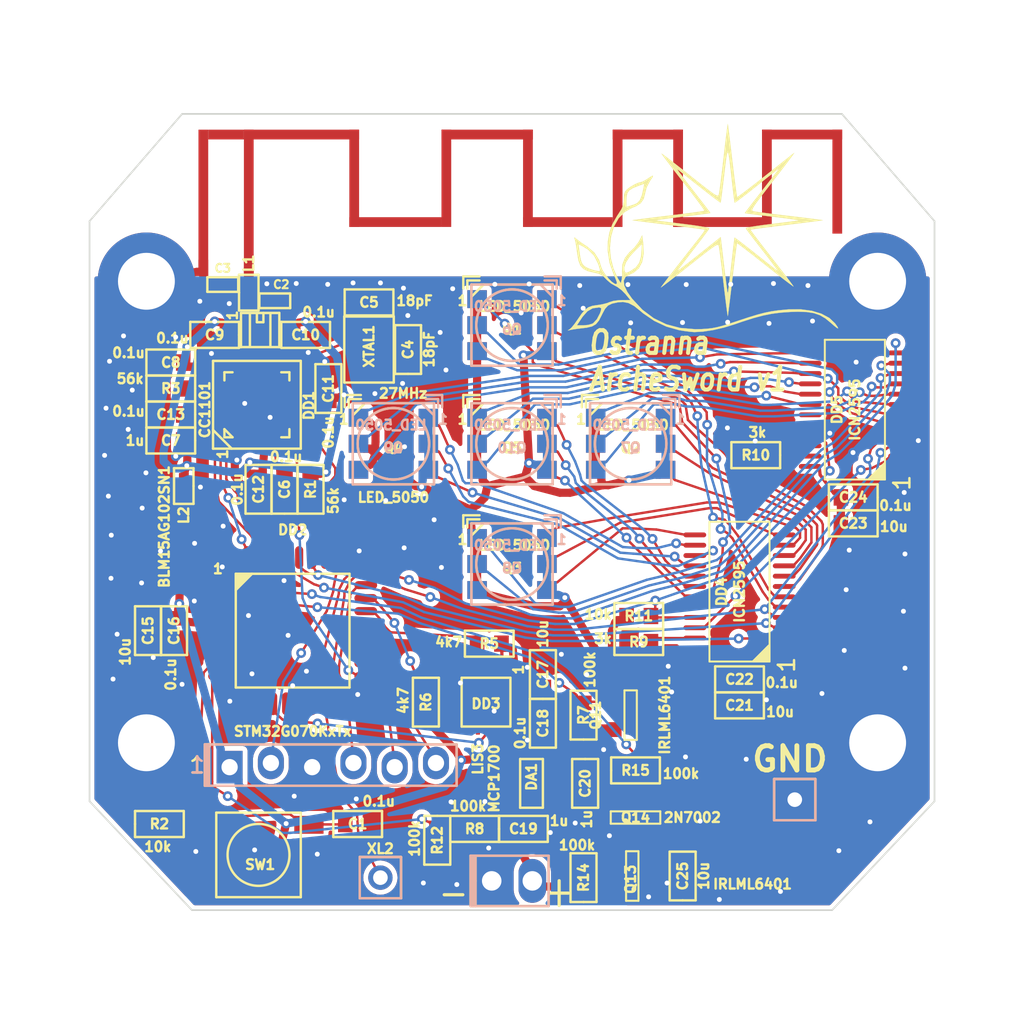
<source format=kicad_pcb>
(kicad_pcb (version 20210606) (generator pcbnew)
  (layers (0 "F.Cu" signal) (31 "B.Cu" signal) (36 "B.SilkS" user "B.Silkscreen") (37 "F.SilkS" user "F.Silkscreen") (38 "B.Mask" user) (39 "F.Mask" user) (44 "Edge.Cuts" user))
  (net 0 "")
  (net 1 "Net-(ANT1-Pad1)")
  (net 2 "GND")
  (net 3 "Net-(BLN1-Pad1)")
  (net 4 "/RF2")
  (net 5 "/RF1")
  (net 6 "/BTN0")
  (net 7 "Net-(C4-Pad1)")
  (net 8 "Net-(C5-Pad1)")
  (net 9 "Net-(C6-Pad2)")
  (net 10 "VCC")
  (net 11 "+3v3")
  (net 12 "+BATT")
  (net 13 "+PwrUnst")
  (net 14 "/+LED_PWR")
  (net 15 "/CC_SCK")
  (net 16 "/CC_MISO")
  (net 17 "/CC_GDO0")
  (net 18 "/CC_CS")
  (net 19 "Net-(DD1-Pad17)")
  (net 20 "/CC_MOSI")
  (net 21 "/LED_PWR_CTRL")
  (net 22 "/DRV_PWR_CTRL")
  (net 23 "/ADC_BAT")
  (net 24 "/ACC_INT1")
  (net 25 "/LED_OUT_EN")
  (net 26 "/DBG_PIN")
  (net 27 "/LED_LATCH")
  (net 28 "/UART_TX")
  (net 29 "/UART_RX")
  (net 30 "/I2C_SCL")
  (net 31 "/I2C_SDA")
  (net 32 "/SWDIO")
  (net 33 "/SWCLK")
  (net 34 "/LED_CLK")
  (net 35 "/LED_DATA")
  (net 36 "Net-(DD4-Pad23)")
  (net 37 "Net-(DD4-Pad22)")
  (net 38 "Net-(DD4-Pad20)")
  (net 39 "Net-(DD4-Pad5)")
  (net 40 "Net-(DD4-Pad19)")
  (net 41 "Net-(DD4-Pad6)")
  (net 42 "Net-(DD4-Pad18)")
  (net 43 "Net-(DD4-Pad7)")
  (net 44 "Net-(DD4-Pad17)")
  (net 45 "Net-(DD4-Pad8)")
  (net 46 "Net-(DD4-Pad16)")
  (net 47 "Net-(DD4-Pad9)")
  (net 48 "Net-(DD4-Pad15)")
  (net 49 "Net-(DD4-Pad10)")
  (net 50 "Net-(DD4-Pad14)")
  (net 51 "Net-(DD4-Pad11)")
  (net 52 "Net-(DD4-Pad13)")
  (net 53 "Net-(DD4-Pad12)")
  (net 54 "Net-(DD5-Pad23)")
  (net 55 "Net-(DD5-Pad5)")
  (net 56 "Net-(DD5-Pad6)")
  (net 57 "Net-(DD5-Pad18)")
  (net 58 "Net-(DD5-Pad7)")
  (net 59 "Net-(DD5-Pad17)")
  (net 60 "Net-(DD5-Pad8)")
  (net 61 "Net-(DD5-Pad16)")
  (net 62 "Net-(DD5-Pad9)")
  (net 63 "Net-(DD5-Pad15)")
  (net 64 "Net-(DD5-Pad10)")
  (net 65 "Net-(DD5-Pad14)")
  (net 66 "Net-(DD5-Pad11)")
  (net 67 "Net-(DD5-Pad13)")
  (net 68 "Net-(DD5-Pad12)")
  (net 69 "Net-(Q13-Pad1)")
  (footprint "LEDs:LED_5050" (layer "F.Cu") (at 132.7 85.8)
    (fp_text reference "Q4")
    (fp_text value "LED_5050")
  )
  (footprint "Capacitors:CAP_0603_Silks" (layer "F.Cu") (at 119 80.8 180)
    (fp_text reference "C8")
    (fp_text value "0.1u")
  )
  (footprint "Resistors:RES_0603" (layer "F.Cu") (at 127.6 88.6 -90)
    (fp_text reference "R1")
    (fp_text value "56k")
  )
  (footprint "Resistors:RES_0603" (layer "F.Cu") (at 119 82.4 180)
    (fp_text reference "R3")
    (fp_text value "56k")
  )
  (footprint "Capacitors:CAP_0603_Silks" (layer "F.Cu") (at 119 84 180)
    (fp_text reference "C13")
    (fp_text value "0.1u")
  )
  (footprint "Capacitors:CAP_0603_Silks" (layer "F.Cu") (at 130.5 109.2 180)
    (fp_text reference "C1")
    (fp_text value "0.1u")
  )
  (footprint "Inductors:IND_0402" (layer "F.Cu") (at 123.8 76.5 90)
    (fp_text reference "L1")
    (fp_text value "*" hide)
  )
  (footprint "Quartz:03225C4" (layer "F.Cu") (at 131.2 80 90)
    (fp_text reference "XTAL1")
    (fp_text value "27MHz")
  )
  (footprint "Capacitors:CAP_0603_Silks" (layer "F.Cu") (at 150.5 112.4 90)
    (fp_text reference "C25")
    (fp_text value "10u")
  )
  (footprint "LEDs:LED_5050" (layer "F.Cu") (at 140 85.8)
    (fp_text reference "Q5")
    (fp_text value "LED_5050")
  )
  (footprint "Resistors:RES_0603" (layer "F.Cu") (at 144.4 112.5 90)
    (fp_text reference "R14")
    (fp_text value "100k")
  )
  (footprint "LGA:LGA16_3X3_5_3" (layer "F.Cu") (at 138.4 101.7 -90)
    (fp_text reference "DD3")
    (fp_text value "LIS3")
  )
  (footprint "Pictures:Ostranna_16d9_13d5" (layer "F.Cu") (at 151.7 72.5)
    (fp_text reference "Logo1" hide)
    (fp_text value "Logo" hide)
  )
  (footprint "LEDs:LED_5050" (layer "F.Cu") (at 147.3 85.8)
    (fp_text reference "Q2")
    (fp_text value "LED_5050")
  )
  (footprint "Capacitors:CAP_0603_Silks" (layer "F.Cu") (at 117.6 97.3 -90)
    (fp_text reference "C15")
    (fp_text value "10u")
  )
  (footprint "Resistors:RES_0603" (layer "F.Cu") (at 118.3 109.2)
    (fp_text reference "R2")
    (fp_text value "10k")
  )
  (footprint "Capacitors:CAP_0603_Silks" (layer "F.Cu") (at 141.9 100 90)
    (fp_text reference "C17")
    (fp_text value "10u")
  )
  (footprint "Capacitors:CAP_0603_Silks" (layer "F.Cu") (at 133.6 80 90)
    (fp_text reference "C4")
    (fp_text value "18pF")
  )
  (footprint "Resistors:RES_0603" (layer "F.Cu") (at 137.7 109.5 180)
    (fp_text reference "R8")
    (fp_text value "100k")
  )
  (footprint "SOT:SOT23-3" (layer "F.Cu") (at 147.6 108.8)
    (fp_text reference "Q14")
    (fp_text value "2N7002")
  )
  (footprint "Capacitors:CAP_0603_Silks" (layer "F.Cu") (at 161 89.1 180)
    (fp_text reference "C24")
    (fp_text value "0.1u")
  )
  (footprint "Capacitors:CAP_0402" (layer "F.Cu") (at 125.4 77)
    (fp_text reference "C2")
    (fp_text value "*" hide)
  )
  (footprint "Resistors:RES_0603" (layer "F.Cu") (at 147.8 96.4)
    (fp_text reference "R11")
    (fp_text value "10k")
  )
  (footprint "Capacitors:CAP_0402" (layer "F.Cu") (at 122.2 76 180)
    (fp_text reference "C3")
    (fp_text value "*" hide)
  )
  (footprint "PCB:TESTPOINT_1MM" (layer "F.Cu") (at 131.5 102)
    (fp_text reference "TP1" hide)
    (fp_text value "TESTPOINT" hide)
  )
  (footprint "LEDs:LED_5050" (layer "F.Cu") (at 140 93.2)
    (fp_text reference "Q3")
    (fp_text value "LED_5050")
  )
  (footprint "Capacitors:CAP_0603_Silks" (layer "F.Cu") (at 140.7 109.5)
    (fp_text reference "C19")
    (fp_text value "1u")
  )
  (footprint "SOT:SOT23-3" (layer "F.Cu") (at 147.4 112.4 90)
    (fp_text reference "Q13")
    (fp_text value "IRLML6401")
  )
  (footprint "Radio:BALUN_JOHANSON868" (layer "F.Cu") (at 124.5 78.8 90)
    (fp_text reference "BLN1" hide)
    (fp_text value "BALUN868JOHANSON" hide)
  )
  (footprint "Connectors:PLS-1Square" (layer "F.Cu") (at 157.4 107.7)
    (fp_text reference "XL4" hide)
    (fp_text value "CONN_1" hide)
  )
  (footprint "Resistors:RES_0603" (layer "F.Cu") (at 147.6 105.9)
    (fp_text reference "R15")
    (fp_text value "100k")
  )
  (footprint "Antennas:Locket5" (layer "F.Cu") (at 140.3 75.4703 180)
    (fp_text reference "ANT1" hide)
    (fp_text value "ANT_GENERAL" hide)
  )
  (footprint "SO_DIL_TSSOP:TSSOP24_150_0635" (layer "F.Cu") (at 161.1 83.7 90)
    (fp_text reference "DD5")
    (fp_text value "ICN2595")
  )
  (footprint "Resistors:RES_0603" (layer "F.Cu") (at 138.6 98.1)
    (fp_text reference "R5")
    (fp_text value "4k7")
  )
  (footprint "Connectors:PLS-6_LOCK" (layer "F.Cu") (at 122.62 105.573)
    (fp_text reference "XL1" hide)
    (fp_text value "CONN_6" hide)
  )
  (footprint "Resistors:RES_0603" (layer "F.Cu") (at 134.7 101.7 -90)
    (fp_text reference "R6")
    (fp_text value "4k7")
  )
  (footprint "Capacitors:CAP_0603_Silks" (layer "F.Cu") (at 131.2 77.1)
    (fp_text reference "C5")
    (fp_text value "18pF")
  )
  (footprint "Capacitors:CAP_0603_Silks" (layer "F.Cu") (at 119 85.6 180)
    (fp_text reference "C7")
    (fp_text value "1u")
  )
  (footprint "Capacitors:CAP_0603_Silks" (layer "F.Cu") (at 154 100.3 180)
    (fp_text reference "C22")
    (fp_text value "0.1u")
  )
  (footprint "LEDs:LED_5050" (layer "F.Cu") (at 140 78.5)
    (fp_text reference "Q1")
    (fp_text value "LED_5050")
  )
  (footprint "LQFP_TQFP:TQFP-32_7x7_Pitch0.8mm" (layer "F.Cu") (at 126.5 97.3)
    (fp_text reference "DD2")
    (fp_text value "STM32G070KxTx")
  )
  (footprint "Resistors:RES_0603" (layer "F.Cu") (at 155 86.5 180)
    (fp_text reference "R10")
    (fp_text value "3k")
  )
  (footprint "Capacitors:CAP_0603_Silks" (layer "F.Cu") (at 141.9 103 -90)
    (fp_text reference "C18")
    (fp_text value "0.1u")
  )
  (footprint "Inductors:IND_0402" (layer "F.Cu") (at 119.8 88.4 -90)
    (fp_text reference "L2")
    (fp_text value "BLM15AG102SN1")
  )
  (footprint "Capacitors:CAP_0603_Silks" (layer "F.Cu") (at 121.7 79.1 180)
    (fp_text reference "C9")
    (fp_text value "0.1u")
  )
  (footprint "SO_DIL_TSSOP:TSSOP24_150_0635" (layer "F.Cu") (at 154 94.9 90)
    (fp_text reference "DD4")
    (fp_text value "ICN2595")
  )
  (footprint "PCB:Hole3_5_out6mm" (layer "F.Cu") (at 117.5 104.2)
    (fp_text reference "HOLE2" hide)
    (fp_text value "HOLE_METALLED" hide)
  )
  (footprint "Resistors:RES_0603" (layer "F.Cu") (at 135.4 110.2 -90)
    (fp_text reference "R12")
    (fp_text value "100k")
  )
  (footprint "QFN_DFN:QFN20" (layer "F.Cu") (at 124.3 83.4 90)
    (fp_text reference "DD1")
    (fp_text value "CC1101")
  )
  (footprint "Capacitors:CAP_0603_Silks" (layer "F.Cu") (at 128.7 82.4 90)
    (fp_text reference "C11")
    (fp_text value "0.1u")
  )
  (footprint "Resistors:RES_0603" (layer "F.Cu") (at 147.8 98 180)
    (fp_text reference "R9")
    (fp_text value "3k")
  )
  (footprint "Connectors:SLD_2_2D5" (layer "F.Cu") (at 140 112.7)
    (fp_text reference "XL3" hide)
    (fp_text value "CONN_2" hide)
  )
  (footprint "Capacitors:CAP_0603_Silks" (layer "F.Cu") (at 119.2 97.3 -90)
    (fp_text reference "C16")
    (fp_text value "0.1u")
  )
  (footprint "Capacitors:CAP_0603_Silks" (layer "F.Cu") (at 144.5 106.7 -90)
    (fp_text reference "C20")
    (fp_text value "1u")
  )
  (footprint "Resistors:RES_0603" (layer "F.Cu") (at 144.4 102.5 90)
    (fp_text reference "R7")
    (fp_text value "100k")
  )
  (footprint "Capacitors:CAP_0603_Silks" (layer "F.Cu") (at 124.4 88.6 -90)
    (fp_text reference "C12")
    (fp_text value "0.1u")
  )
  (footprint "Capacitors:CAP_0603_Silks" (layer "F.Cu") (at 126 88.6 90)
    (fp_text reference "C6")
    (fp_text value "0.1u")
  )
  (footprint "Capacitors:CAP_0603_Silks" (layer "F.Cu") (at 161 90.7 180)
    (fp_text reference "C23")
    (fp_text value "10u")
  )
  (footprint "Capacitors:CAP_0603_Silks" (layer "F.Cu") (at 127.3 79.1)
    (fp_text reference "C10")
    (fp_text value "0.1u")
  )
  (footprint "PCB:Hole3_5_out6mm" (layer "F.Cu") (at 162.5 75.8)
    (fp_text reference "HOLE1" hide)
    (fp_text value "HOLE_METALLED" hide)
  )
  (footprint "SOT:SOT23-3" (layer "F.Cu") (at 147.3 102.5 90)
    (fp_text reference "Q11")
    (fp_text value "IRLML6401")
  )
  (footprint "BtnsSwitches:BTN_4x4_SMD" (layer "F.Cu") (at 124.4 111.1)
    (fp_text reference "SW1")
    (fp_text value "BUTTON" hide)
  )
  (footprint "Connectors:PLS-1Rnd" (layer "F.Cu") (at 131.9 112.5)
    (fp_text reference "XL2")
    (fp_text value "PLS1" hide)
  )
  (footprint "Capacitors:CAP_0603_Silks" (layer "F.Cu") (at 154 101.9 180)
    (fp_text reference "C21")
    (fp_text value "10u")
  )
  (footprint "SOT:SOT23-3A" (layer "F.Cu") (at 141.2 106.7 -90)
    (fp_text reference "DA1")
    (fp_text value "MCP1700")
  )
  (footprint "PCB:Hole3_5_out6mm" (layer "F.Cu") (at 162.5 104.2)
    (fp_text reference "HOLE4" hide)
    (fp_text value "HOLE_METALLED" hide)
  )
  (footprint "PCB:Hole3_5_out6mm" (layer "F.Cu") (at 117.5 75.8)
    (fp_text reference "HOLE3" hide)
    (fp_text value "HOLE_METALLED" hide)
  )
  (footprint "LEDs:LED_5050" (layer "B.Cu") (at 140 85.8 180)
    (fp_text reference "Q10")
    (fp_text value "LED_5050")
  )
  (footprint "LEDs:LED_5050" (layer "B.Cu") (at 147.3 85.8 180)
    (fp_text reference "Q7")
    (fp_text value "LED_5050")
  )
  (footprint "LEDs:LED_5050" (layer "B.Cu") (at 140 93.2 180)
    (fp_text reference "Q8")
    (fp_text value "LED_5050")
  )
  (footprint "LEDs:LED_5050" (layer "B.Cu") (at 140 78.5 180)
    (fp_text reference "Q6")
    (fp_text value "LED_5050")
  )
  (footprint "LEDs:LED_5050" (layer "B.Cu") (at 132.7 85.8 180)
    (fp_text reference "Q9")
    (fp_text value "LED_5050")
  )
  (gr_line (start 114 72.1) (end 119.7 65.5) (layer "Edge.Cuts") (width 0.1))
  (gr_line (start 114 72.1) (end 114 107.8) (layer "Edge.Cuts") (width 0.1))
  (gr_line (start 120.3 114.5) (end 159.7 114.5) (layer "Edge.Cuts") (width 0.1))
  (gr_line (start 160.3 65.5) (end 166 72.1) (layer "Edge.Cuts") (width 0.1))
  (gr_line (start 159.7 114.5) (end 166 107.8) (layer "Edge.Cuts") (width 0.1))
  (gr_line (start 119.7 65.5) (end 160.3 65.5) (layer "Edge.Cuts") (width 0.1))
  (gr_line (start 166 72.1) (end 166 107.8) (layer "Edge.Cuts") (width 0.1))
  (gr_line (start 120.3 114.5) (end 114 107.8) (layer "Edge.Cuts") (width 0.1))
  (gr_text "+" (at 142.9 113.3) (layer "F.SilkS") (effects (font (size 2 1.5) (thickness 0.2))))
  (gr_text "-" (at 136.4 113.4) (layer "F.SilkS") (effects (font (size 2 1.5) (thickness 0.2))))
  (gr_text "GND" (at 157.1 105.2) (layer "F.SilkS") (effects (font (size 1.5 1.5) (thickness 0.3))))
  (gr_text "Ostranna\nArcheSword v1" (at 144.6 80.7) (layer "F.SilkS") (effects (font (size 1.4 1.1) (thickness 0.25) italic) (justify left)))
  (segment (start 123.8 76) (end 123.8 74.9703) (width 0.6) (layer "F.Cu") (net 1))
  (segment (start 123.8 76) (end 122.7 76) (width 0.6) (layer "F.Cu") (net 1))
  (segment (start 118.4325 86.2116) (end 118.7537 86.7001) (width 0.5) (layer "F.Cu") (net 2))
  (segment (start 141.9464 107.86) (end 141.8 108.0064) (width 0.5) (layer "F.Cu") (net 2))
  (segment (start 125.9 77) (end 125.95 77.05) (width 0.5) (layer "F.Cu") (net 2))
  (segment (start 120.7 75.2203) (end 120.5964 75.2203) (width 0.5) (layer "F.Cu") (net 2))
  (segment (start 147.25 98.5) (end 147.25 98.6036) (width 0.5) (layer "F.Cu") (net 2))
  (segment (start 124.4 89.362) (end 124.658 89.362) (width 0.5) (layer "F.Cu") (net 2))
  (segment (start 157.4 107.7) (end 157.9 107.2) (width 0.5) (layer "F.Cu") (net 2))
  (segment (start 142.95 107.561) (end 143.992 107.561) (width 0.5) (layer "F.Cu") (net 2))
  (segment (start 154.762 101.392) (end 154.762 100.808) (width 0.5) (layer "F.Cu") (net 2))
  (segment (start 118.0435 80.292) (end 118.0435 80.1884) (width 0.5) (layer "F.Cu") (net 2))
  (segment (start 155.2065 100.042) (end 156.15 98.5839) (width 0.2) (layer "F.Cu") (net 2))
  (segment (start 128.958 81.4435) (end 129.208 81.4435) (width 0.5) (layer "F.Cu") (net 2))
  (segment (start 120.4935 78.842) (end 120.3899 78.842) (width 0.5) (layer "F.Cu") (net 2))
  (segment (start 147.9136 98.95) (end 149.6135 99.4918) (width 0.5) (layer "F.Cu") (net 2))
  (segment (start 125.2 78.625) (end 125.2 78.325) (width 0.35) (layer "F.Cu") (net 2))
  (segment (start 124.142 89.1675) (end 123.892 89.1675) (width 0.5) (layer "F.Cu") (net 2))
  (segment (start 117.858 98.6101) (end 117.9215 98.9565) (width 0.5) (layer "F.Cu") (net 2))
  (segment (start 141.6565 109.242) (end 141.462 109.5) (width 0.5) (layer "F.Cu") (net 2))
  (segment (start 120.95 75.2203) (end 120.7 75.2203) (width 0.5) (layer "F.Cu") (net 2))
  (segment (start 127.8675 79.608) (end 127.8675 79.7116) (width 0.5) (layer "F.Cu") (net 2))
  (segment (start 137.9 111.6) (end 138.15 111.6) (width 0.5) (layer "F.Cu") (net 2))
  (segment (start 156.15 98.5839) (end 156.15 98.5425) (width 0.2) (layer "F.Cu") (net 2))
  (segment (start 125.2 78.325) (end 125.2 78.15) (width 0.35) (layer "F.Cu") (net 2))
  (segment (start 163.25 87.2425) (end 163.85 87.1925) (width 0.2) (layer "F.Cu") (net 2))
  (segment (start 126.3036 77.05) (end 127.6073 77.519) (width 0.5) (layer "F.Cu") (net 2))
  (segment (start 126.5 100.6884) (end 122.7399 97.8) (width 0.5) (layer "F.Cu") (net 2))
  (segment (start 142.05 107.86) (end 141.9464 107.86) (width 0.5) (layer "F.Cu") (net 2))
  (segment (start 147.05 98) (end 147.25 98.25) (width 0.5) (layer "F.Cu") (net 2))
  (segment (start 119.708 97.8675) (end 119.8116 97.8675) (width 0.5) (layer "F.Cu") (net 2))
  (segment (start 131.981 78.2) (end 131.981 77.608) (width 0.5) (layer "F.Cu") (net 2))
  (segment (start 122.71 83.9) (end 123.1 83.9) (width 0.15) (layer "F.Cu") (net 2))
  (segment (start 124.2417 83.3469) (end 124.3 83.4) (width 0.5) (layer "F.Cu") (net 2))
  (segment (start 121.1325 79.358) (end 121.1325 79.608) (width 0.5) (layer "F.Cu") (net 2))
  (segment (start 125.7792 77.6879) (end 125.85 77.4036) (width 0.5) (layer "F.Cu") (net 2))
  (segment (start 137.275 100.518) (end 137.375 100.518) (width 0.2) (layer "F.Cu") (net 2))
  (segment (start 118.238 85.342) (end 118.238 85.6) (width 0.5) (layer "F.Cu") (net 2))
  (segment (start 118.942 98.062) (end 118.692 98.062) (width 0.5) (layer "F.Cu") (net 2))
  (segment (start 161.9565 91.208) (end 161.9565 90.958) (width 0.5) (layer "F.Cu") (net 2))
  (segment (start 158.0464 106.7) (end 162.5 104.2) (width 0.5) (layer "F.Cu") (net 2))
  (segment (start 120.5136 75.9203) (end 117.5 75.8) (width 0.5) (layer "F.Cu") (net 2))
  (segment (start 162.5 104.2) (end 161.9565 91.3116) (width 0.5) (layer "F.Cu") (net 2))
  (segment (start 149.8884 112.9675) (end 149.542 112.832) (width 0.5) (layer "F.Cu") (net 2))
  (segment (start 120.938 79.1) (end 120.7435 78.842) (width 0.5) (layer "F.Cu") (net 2))
  (segment (start 118.244 83.742) (end 118.238 84) (width 0.5) (layer "F.Cu") (net 2))
  (segment (start 128.4753 81.4435) (end 128.4753 81.1935) (width 0.5) (layer "F.Cu") (net 2))
  (segment (start 118.238 84.508) (end 118.238 85.092) (width 0.5) (layer "F.Cu") (net 2))
  (segment (start 123.2452 82.3982) (end 124.3 83.4) (width 0.2) (layer "F.Cu") (net 2))
  (segment (start 138.15 111.6) (end 138.75 112.7) (width 0.5) (layer "F.Cu") (net 2))
  (segment (start 161.1546 88.162) (end 160.7153 87.7227) (width 0.5) (layer "F.Cu") (net 2))
  (segment (start 118.238 84) (end 118.238 84.258) (width 0.5) (layer "F.Cu") (net 2))
  (segment (start 161.762 89.1) (end 161.762 89.358) (width 0.5) (layer "F.Cu") (net 2))
  (segment (start 133.092 79.069) (end 133.342 79.069) (width 0.5) (layer "F.Cu") (net 2))
  (segment (start 119.458 97.8675) (end 119.708 97.8675) (width 0.5) (layer "F.Cu") (net 2))
  (segment (start 154.45 85.8964) (end 154.5964 85.75) (width 0.5) (layer "F.Cu") (net 2))
  (segment (start 163.85 87.1925) (end 164.45 87.1425) (width 0.2) (layer "F.Cu") (net 2))
  (segment (start 123.8 78.8) (end 124.1 78.8) (width 0.35) (layer "F.Cu") (net 2))
  (segment (start 132 78.9) (end 131.981 78.45) (width 0.5) (layer "F.Cu") (net 2))
  (segment (start 117.55 109.2) (end 117.5 108.95) (width 0.5) (layer "F.Cu") (net 2))
  (segment (start 146.7805 107.3268) (end 146.7805 106.4) (width 0.5) (layer "F.Cu") (net 2))
  (segment (start 118.244 81.058) (end 118.244 81.308) (width 0.5) (layer "F.Cu") (net 2))
  (segment (start 131.8101 109.458) (end 131.7065 109.458) (width 0.5) (layer "F.Cu") (net 2))
  (segment (start 131.7065 109.458) (end 131.4565 109.458) (width 0.5) (layer "F.Cu") (net 2))
  (segment (start 156.5464 108.2) (end 156.65 108.2) (width 0.5) (layer "F.Cu") (net 2))
  (segment (start 121.55 97.7) (end 122 97.7) (width 0.5) (layer "F.Cu") (net 2))
  (segment (start 118.4325 85.858) (end 118.4325 86.108) (width 0.5) (layer "F.Cu") (net 2))
  (segment (start 164.65 87.0839) (end 164.85 86.7439) (width 0.2) (layer "F.Cu") (net 2))
  (segment (start 163.15 87.2425) (end 163.25 87.2425) (width 0.2) (layer "F.Cu") (net 2))
  (segment (start 161.762 89.1) (end 161.9565 88.692) (width 0.2) (layer "F.Cu") (net 2))
  (segment (start 144.242 107.561) (end 144.5 107.462) (width 0.5) (layer "F.Cu") (net 2))
  (segment (start 154.762 101.642) (end 154.762 101.392) (width 0.5) (layer "F.Cu") (net 2))
  (segment (start 141.392 103.9565) (end 141.642 103.9565) (width 0.5) (layer "F.Cu") (net 2))
  (segment (start 130.15 81.4435) (end 130.4 81.1) (width 0.5) (layer "F.Cu") (net 2))
  (segment (start 154.9565 101.642) (end 155.2065 101.642) (width 0.5) (layer "F.Cu") (net 2))
  (segment (start 154.762 100.3) (end 155.1065 100.042) (width 0.2) (layer "F.Cu") (net 2))
  (segment (start 165 79.959) (end 162.5 75.8) (width 0.5) (layer "F.Cu") (net 2))
  (segment (start 157.9 106.8464) (end 158.0464 106.7) (width 0.5) (layer "F.Cu") (net 2))
  (segment (start 125.675 78.0475) (end 125.7792 77.6879) (width 0.35) (layer "F.Cu") (net 2))
  (segment (start 131.981 77.358) (end 131.962 77.1) (width 0.5) (layer "F.Cu") (net 2))
  (segment (start 135.4 110.95) (end 135.15 110.75) (width 0.5) (layer "F.Cu") (net 2))
  (segment (start 137.925 102.7) (end 137.925 102.6586) (width 0.2) (layer "F.Cu") (net 2))
  (segment (start 135.15 110.75) (end 134.9 110.75) (width 0.5) (layer "F.Cu") (net 2))
  (segment (start 137.925 102.8) (end 137.925 102.7) (width 0.2) (layer "F.Cu") (net 2))
  (segment (start 156.15 98.4425) (end 156.75 98.3925) (width 0.2) (layer "F.Cu") (net 2))
  (segment (start 146.2538 107.623) (end 146.5038 107.623) (width 0.5) (layer "F.Cu") (net 2))
  (segment (start 122.9415 86.9998) (end 123.0678 86.8015) (width 0.5) (layer "F.Cu") (net 2))
  (segment (start 120.7435 78.842) (end 120.4935 78.842) (width 0.5) (layer "F.Cu") (net 2))
  (segment (start 149.992 112.9675) (end 149.8884 112.9675) (width 0.5) (layer "F.Cu") (net 2))
  (segment (start 124.4 89.362) (end 124.142 89.1675) (width 0.5) (layer "F.Cu") (net 2))
  (segment (start 141.8 108.0064) (end 141.6565 108.8884) (width 0.5) (layer "F.Cu") (net 2))
  (segment (start 122.35 82.4) (end 123.2452 82.3982) (width 0.2) (layer "F.Cu") (net 2))
  (segment (start 154.762 100.808) (end 154.762 100.558) (width 0.5) (layer "F.Cu") (net 2))
  (segment (start 144.5 107.462) (end 144.758 107.623) (width 0.5) (layer "F.Cu") (net 2))
  (segment (start 128.062 79.1) (end 127.8675 79.358) (width 0.5) (layer "F.Cu") (net 2))
  (segment (start 154.25 86.5) (end 154.45 86.25) (width 0.5) (layer "F.Cu") (net 2))
  (segment (start 135.9 111.15) (end 136.0036 111.15) (width 0.5) (layer "F.Cu") (net 2))
  (segment (start 164.85 86.7439) (end 165.0027 85.605) (width 0.2) (layer "F.Cu") (net 2))
  (segment (start 163.1086 87.2425) (end 163.15 87.2425) (width 0.2) (layer "F.Cu") (net 2))
  (segment (start 150.242 112.9675) (end 149.992 112.9675) (width 0.5) (layer "F.Cu") (net 2))
  (segment (start 118.238 84.258) (end 118.238 84.508) (width 0.5) (layer "F.Cu") (net 2))
  (segment (start 137.925 102.6586) (end 137.975 102.5757) (width 0.2) (layer "F.Cu") (net 2))
  (segment (start 128.0466 78.842) (end 128.062 79.1) (width 0.5) (layer "F.Cu") (net 2))
  (segment (start 143.992 107.561) (end 144.242 107.561) (width 0.5) (layer "F.Cu") (net 2))
  (segment (start 141.2884 103.9565) (end 141.392 103.9565) (width 0.5) (layer "F.Cu") (net 2))
  (segment (start 161.762 90.192) (end 161.762 90.442) (width 0.5) (layer "F.Cu") (net 2))
  (segment (start 120.2435 78.6956) (end 117.5 75.8) (width 0.5) (layer "F.Cu") (net 2))
  (segment (start 120.938 79.1) (end 121.1325 79.358) (width 0.5) (layer "F.Cu") (net 2))
  (segment (start 121.7 76) (end 121.65 75.95) (width 0.5) (layer "F.Cu") (net 2))
  (segment (start 146.5038 107.623) (end 146.711 107.784) (width 0.5) (layer "F.Cu") (net 2))
  (segment (start 118.244 82.9) (end 118.244 83.492) (width 0.5) (layer "F.Cu") (net 2))
  (segment (start 161.762 89.358) (end 161.762 89.608) (width 0.5) (layer "F.Cu") (net 2))
  (segment (start 141.642 103.9565) (end 141.9 103.762) (width 0.5) (layer "F.Cu") (net 2))
  (segment (start 117.6 98.062) (end 117.858 98.2565) (width 0.5) (layer "F.Cu") (net 2))
  (segment (start 161.5675 88.592) (end 161.5675 88.4884) (width 0.5) (layer "F.Cu") (net 2))
  (segment (start 118.244 82.15) (end 118.25 82.4) (width 0.5) (layer "F.Cu") (net 2))
  (segment (start 118.108 98.062) (end 117.858 98.062) (width 0.5) (layer "F.Cu") (net 2))
  (segment (start 161.5675 88.842) (end 161.5675 88.592) (width 0.5) (layer "F.Cu") (net 2))
  (segment (start 121.1325 79.7116) (end 121.5035 80.2423) (width 0.5) (layer "F.Cu") (net 2))
  (segment (start 151.008 112.9675) (end 151.1116 112.9675) (width 0.5) (layer "F.Cu") (net 2))
  (segment (start 150.758 112.9675) (end 151.008 112.9675) (width 0.5) (layer "F.Cu") (net 2))
  (segment (start 155.2065 101.642) (end 155.3101 101.642) (width 0.5) (layer "F.Cu") (net 2))
  (segment (start 127.8675 79.7116) (end 127.4593 80.1826) (width 0.5) (layer "F.Cu") (net 2))
  (segment (start 130.9825 108.3606) (end 130.4152 107.6553) (width 0.5) (layer "F.Cu") (net 2))
  (segment (start 124.908 89.362) (end 125.492 89.362) (width 0.5) (layer "F.Cu") (net 2))
  (segment (start 124.3 83.4) (end 123.5502 83.316) (width 0.5) (layer "F.Cu") (net 2))
  (segment (start 132.25 79.069) (end 132.5 79.069) (width 0.5) (layer "F.Cu") (net 2))
  (segment (start 161.9565 88.592) (end 163.05 87.3011) (width 0.2) (layer "F.Cu") (net 2))
  (segment (start 118.25 82.4) (end 118.244 82.65) (width 0.5) (layer "F.Cu") (net 2))
  (segment (start 118.692 98.062) (end 118.108 98.062) (width 0.5) (layer "F.Cu") (net 2))
  (segment (start 134.7964 110.75) (end 131.8101 109.458) (width 0.5) (layer "F.Cu") (net 2))
  (segment (start 125.2 78.15) (end 125.5 78.15) (width 0.35) (layer "F.Cu") (net 2))
  (segment (start 154.762 100.558) (end 154.762 100.3) (width 0.5) (layer "F.Cu") (net 2))
  (segment (start 118.238 85.092) (end 118.238 85.342) (width 0.5) (layer "F.Cu") (net 2))
  (segment (start 140.942 99.5537) (end 141.2884 99.4325) (width 0.5) (layer "F.Cu") (net 2))
  (segment (start 125.85 77.3) (end 125.85 77.05) (width 0.5) (layer "F.Cu") (net 2))
  (segment (start 125.113 84.1736) (end 124.3 83.4) (width 0.5) (layer "F.Cu") (net 2))
  (segment (start 117.9215 98.9565) (end 117.5 104.2) (width 0.5) (layer "F.Cu") (net 2))
  (segment (start 145.008 107.623) (end 146.2538 107.623) (width 0.5) (layer "F.Cu") (net 2))
  (segment (start 131.0675 108.5884) (end 130.9825 108.3606) (width 0.5) (layer "F.Cu") (net 2))
  (segment (start 131.4565 109.458) (end 131.262 109.2) (width 0.5) (layer "F.Cu") (net 2))
  (segment (start 141.9065 109.7249) (end 141.6565 109.7249) (width 0.5) (layer "F.Cu") (net 2))
  (segment (start 117.858 98.2565) (end 117.858 98.5065) (width 0.5) (layer "F.Cu") (net 2))
  (segment (start 137.7964 111.6) (end 137.9 111.6) (width 0.5) (layer "F.Cu") (net 2))
  (segment (start 125.95 77.05) (end 126.2 77.05) (width 0.5) (layer "F.Cu") (net 2))
  (segment (start 138.9 102.7) (end 138.9 102.25) (width 0.2) (layer "F.Cu") (net 2))
  (segment (start 119.2 98.062) (end 119.458 97.8675) (width 0.5) (layer "F.Cu") (net 2))
  (segment (start 141.392 99.4325) (end 141.642 99.4325) (width 0.5) (layer "F.Cu") (net 2))
  (segment (start 141.642 99.4325) (end 141.9 99.238) (width 0.5) (layer "F.Cu") (net 2))
  (segment (start 117.5 108.7) (end 117.5 104.2) (width 0.5) (layer "F.Cu") (net 2))
  (segment (start 123.6395 88.6686) (end 123.442 88.4689) (width 0.5) (layer "F.Cu") (net 2))
  (segment (start 131.981 77.608) (end 131.981 77.358) (width 0.5) (layer "F.Cu") (net 2))
  (segment (start 131.0675 108.942) (end 131.0675 108.692) (width 0.5) (layer "F.Cu") (net 2))
  (segment (start 160.7153 87.1013) (end 160.9851 86.3416) (width 0.5) (layer "F.Cu") (net 2))
  (segment (start 118.3681 92.4001) (end 118.7537 86.7001) (width 0.5) (layer "F.Cu") (net 2))
  (segment (start 154.45 86) (end 154.45 85.8964) (width 0.5) (layer "F.Cu") (net 2))
  (segment (start 120.5964 75.2203) (end 117.5 75.8) (width 0.5) (layer "F.Cu") (net 2))
  (segment (start 159.5565 85.1489) (end 160.9851 86.3416) (width 0.5) (layer "F.Cu") (net 2))
  (segment (start 129.208 81.4435) (end 129.9 81.4435) (width 0.5) (layer "F.Cu") (net 2))
  (segment (start 122.35 83.9) (end 122.71 83.9) (width 0.15) (layer "F.Cu") (net 2))
  (segment (start 142.7 107.561) (end 142.95 107.561) (width 0.5) (layer "F.Cu") (net 2))
  (segment (start 141.6565 108.8884) (end 141.6565 108.992) (width 0.5) (layer "F.Cu") (net 2))
  (segment (start 155.1065 100.042) (end 155.2065 100.042) (width 0.2) (layer "F.Cu") (net 2))
  (segment (start 131.262 109.2) (end 131.0675 108.942) (width 0.5) (layer "F.Cu") (net 2))
  (segment (start 150.5 113.162) (end 150.758 112.9675) (width 0.5) (layer "F.Cu") (net 2))
  (segment (start 136.0036 111.15) (end 137.7964 111.6) (width 0.5) (layer "F.Cu") (net 2))
  (segment (start 142.3565 109.7249) (end 141.9065 109.7249) (width 0.5) (layer "F.Cu") (net 2))
  (segment (start 138.9 102.8) (end 138.9 102.7) (width 0.2) (layer "F.Cu") (net 2))
  (segment (start 135.65 111.15) (end 135.9 111.15) (width 0.5) (layer "F.Cu") (net 2))
  (segment (start 161.9565 90.958) (end 161.762 90.7) (width 0.5) (layer "F.Cu") (net 2))
  (segment (start 137.9 103.2) (end 137.925 102.8) (width 0.2) (layer "F.Cu") (net 2))
  (segment (start 123.7884 89.1675) (end 123.642 89.0211) (width 0.5) (layer "F.Cu") (net 2))
  (segment (start 141.6565 109.7249) (end 141.462 109.5) (width 0.5) (layer "F.Cu") (net 2))
  (segment (start 164.45 87.1425) (end 164.55 87.1425) (width 0.2) (layer "F.Cu") (net 2))
  (segment (start 123.642 89.0211) (end 123.6395 88.6686) (width 0.5) (layer "F.Cu") (net 2))
  (segment (start 129.9 81.4435) (end 130.15 81.4435) (width 0.5) (layer "F.Cu") (net 2))
  (segment (start 157.9 107.2) (end 157.9 106.95) (width 0.5) (layer "F.Cu") (net 2))
  (segment (start 121 74.9703) (end 120.95 75.2203) (width 0.5) (layer "F.Cu") (net 2))
  (segment (start 118.244 81.9) (end 118.244 82.15) (width 0.5) (layer "F.Cu") (net 2))
  (segment (start 118.238 80.8) (end 118.244 81.058) (width 0.5) (layer "F.Cu") (net 2))
  (segment (start 156.9 108.2) (end 157.4 107.7) (width 0.5) (layer "F.Cu") (net 2))
  (segment (start 161.9565 91.3116) (end 161.9565 91.208) (width 0.5) (layer "F.Cu") (net 2))
  (segment (start 119.8116 97.8675) (end 121.55 97.7) (width 0.5) (layer "F.Cu") (net 2))
  (segment (start 156.65 108.2) (end 156.9 108.2) (width 0.5) (layer "F.Cu") (net 2))
  (segment (start 118.238 85.6) (end 118.4325 85.858) (width 0.5) (layer "F.Cu") (net 2))
  (segment (start 123.1 83.9) (end 123.175 83.9) (width 0.15) (layer "F.Cu") (net 2))
  (segment (start 146.7805 106.15) (end 146.85 105.9) (width 0.5) (layer "F.Cu") (net 2))
  (segment (start 121 74.9703) (end 121 76.3) (width 0.5) (layer "F.Cu") (net 2))
  (segment (start 127.6073 77.519) (end 128.0466 77.9583) (width 0.5) (layer "F.Cu") (net 2))
  (segment (start 121.1325 79.608) (end 121.1325 79.7116) (width 0.5) (layer "F.Cu") (net 2))
  (segment (start 125.492 89.362) (end 125.742 89.362) (width 0.5) (layer "F.Cu") (net 2))
  (segment (start 150.5 113.162) (end 150.242 112.9675) (width 0.5) (layer "F.Cu") (net 2))
  (segment (start 132.5 79.069) (end 133.092 79.069) (width 0.5) (layer "F.Cu") (net 2))
  (segment (start 118.244 82.65) (end 118.244 82.9) (width 0.5) (layer "F.Cu") (net 2))
  (segment (start 131.0675 108.692) (end 131.0675 108.5884) (width 0.5) (layer "F.Cu") (net 2))
  (segment (start 147.25 98.6036) (end 147.3964 98.75) (width 0.5) (layer "F.Cu") (net 2))
  (segment (start 118.244 83.492) (end 118.244 83.742) (width 0.5) (layer "F.Cu") (net 2))
  (segment (start 134.9 110.75) (end 134.7964 110.75) (width 0.5) (layer "F.Cu") (net 2))
  (segment (start 122.9415 87.7872) (end 122.9415 86.9998) (width 0.5) (layer "F.Cu") (net 2))
  (segment (start 126.2 77.05) (end 126.3036 77.05) (width 0.5) (layer "F.Cu") (net 2))
  (segment (start 154.762 101.9) (end 154.762 101.642) (width 0.5) (layer "F.Cu") (net 2))
  (segment (start 154.762 101.9) (end 154.9565 101.642) (width 0.5) (layer "F.Cu") (net 2))
  (segment (start 165.0027 85.605) (end 165 79.959) (width 0.5) (layer "F.Cu") (net 2))
  (segment (start 135.4 110.95) (end 135.65 111.15) (width 0.5) (layer "F.Cu") (net 2))
  (segment (start 142.3 107.86) (end 142.05 107.86) (width 0.5) (layer "F.Cu") (net 2))
  (segment (start 122.45 97.7) (end 122 97.7) (width 0.5) (layer "F.Cu") (net 2))
  (segment (start 130.4 81.1) (end 132 78.9) (width 0.4) (layer "F.Cu") (net 2))
  (segment (start 146.7805 107.5768) (end 146.7805 107.3268) (width 0.5) (layer "F.Cu") (net 2))
  (segment (start 119.2 98.062) (end 118.942 98.062) (width 0.5) (layer "F.Cu") (net 2))
  (segment (start 154.45 86.25) (end 154.45 86) (width 0.5) (layer "F.Cu") (net 2))
  (segment (start 121.4 75.95) (end 121.2964 75.95) (width 0.5) (layer "F.Cu") (net 2))
  (segment (start 163.05 87.3011) (end 163.1086 87.2425) (width 0.2) (layer "F.Cu") (net 2))
  (segment (start 146.711 107.784) (end 146.7805 107.5768) (width 0.5) (layer "F.Cu") (net 2))
  (segment (start 161.4211 88.342) (end 161.1546 88.162) (width 0.5) (layer "F.Cu") (net 2))
  (segment (start 138.9 103.2) (end 138.9 102.8) (width 0.2) (layer "F.Cu") (net 2))
  (segment (start 161.5675 88.4884) (end 161.4211 88.342) (width 0.5) (layer "F.Cu") (net 2))
  (segment (start 141.6565 108.992) (end 141.6565 109.242) (width 0.5) (layer "F.Cu") (net 2))
  (segment (start 118.0435 80.1884) (end 117.5 75.8) (width 0.5) (layer "F.Cu") (net 2))
  (segment (start 160.7153 87.7227) (end 160.7153 87.1013) (width 0.5) (layer "F.Cu") (net 2))
  (segment (start 128.4753 81.1935) (end 128.4753 80.7435) (width 0.5) (layer "F.Cu") (net 2))
  (segment (start 118.244 81.308) (end 118.244 81.9) (width 0.5) (layer "F.Cu") (net 2))
  (segment (start 125.5 78.15) (end 125.5725 78.15) (width 0.35) (layer "F.Cu") (net 2))
  (segment (start 117.5 108.95) (end 117.5 108.7) (width 0.5) (layer "F.Cu") (net 2))
  (segment (start 118.238 80.8) (end 118.0435 80.542) (width 0.5) (layer "F.Cu") (net 2))
  (segment (start 157.9 106.95) (end 157.9 106.8464) (width 0.5) (layer "F.Cu") (net 2))
  (segment (start 128.7 81.638) (end 128.4753 81.4435) (width 0.5) (layer "F.Cu") (net 2))
  (segment (start 118.0435 80.542) (end 118.0435 80.292) (width 0.5) (layer "F.Cu") (net 2))
  (segment (start 127.8675 79.358) (end 127.8675 79.608) (width 0.5) (layer "F.Cu") (net 2))
  (segment (start 140.942 104.0361) (end 141.2884 103.9565) (width 0.5) (layer "F.Cu") (net 2))
  (segment (start 131.981 78.45) (end 131.981 78.2) (width 0.5) (layer "F.Cu") (net 2))
  (segment (start 141.2884 99.4325) (end 141.392 99.4325) (width 0.5) (layer "F.Cu") (net 2))
  (segment (start 164.55 87.1425) (end 164.5914 87.1425) (width 0.2) (layer "F.Cu") (net 2))
  (segment (start 123.892 89.1675) (end 123.7884 89.1675) (width 0.5) (layer "F.Cu") (net 2))
  (segment (start 124.1 78.8) (end 124.9 78.8) (width 0.35) (layer "F.Cu") (net 2))
  (segment (start 142.5 107.66) (end 142.3 107.86) (width 0.5) (layer "F.Cu") (net 2))
  (segment (start 128.0466 78.592) (end 128.0466 78.842) (width 0.5) (layer "F.Cu") (net 2))
  (segment (start 124.2417 83.3469) (end 124.3 83.4) (width 0.15) (layer "F.Cu") (net 2))
  (segment (start 128.7 81.638) (end 128.958 81.4435) (width 0.5) (layer "F.Cu") (net 2))
  (segment (start 136.825 100.518) (end 137.275 100.518) (width 0.2) (layer "F.Cu") (net 2))
  (segment (start 156.15 98.5425) (end 156.15 98.4425) (width 0.2) (layer "F.Cu") (net 2))
  (segment (start 161.9565 88.692) (end 161.9565 88.592) (width 0.2) (layer "F.Cu") (net 2))
  (segment (start 151.1116 112.9675) (end 156.5464 108.2) (width 0.5) (layer "F.Cu") (net 2))
  (segment (start 125.5725 78.15) (end 125.675 78.0475) (width 0.35) (layer "F.Cu") (net 2))
  (segment (start 133.342 79.069) (end 133.6 79.238) (width 0.5) (layer "F.Cu") (net 2))
  (segment (start 125.85 77.05) (end 125.9 77) (width 0.5) (layer "F.Cu") (net 2))
  (segment (start 125.742 89.362) (end 126 89.362) (width 0.5) (layer "F.Cu") (net 2))
  (segment (start 123.175 83.9) (end 124.3 83.4) (width 0.15) (layer "F.Cu") (net 2))
  (segment (start 164.5914 87.1425) (end 164.65 87.0839) (width 0.2) (layer "F.Cu") (net 2))
  (segment (start 125.85 77.4036) (end 125.85 77.3) (width 0.5) (layer "F.Cu") (net 2))
  (segment (start 124.9 78.8) (end 125.2 78.8) (width 0.35) (layer "F.Cu") (net 2))
  (segment (start 161.762 89.608) (end 161.762 90.192) (width 0.5) (layer "F.Cu") (net 2))
  (segment (start 161.762 89.1) (end 161.5675 88.842) (width 0.5) (layer "F.Cu") (net 2))
  (segment (start 146.7805 106.4) (end 146.7805 106.15) (width 0.5) (layer "F.Cu") (net 2))
  (segment (start 155.3101 101.642) (end 155.6565 101.5562) (width 0.5) (layer "F.Cu") (net 2))
  (segment (start 137.375 100.518) (end 137.4 100.2) (width 0.2) (layer "F.Cu") (net 2))
  (segment (start 132 78.9) (end 132.25 79.069) (width 0.5) (layer "F.Cu") (net 2))
  (segment (start 138.1507 102.4) (end 138.9 102.25) (width 0.2) (layer "F.Cu") (net 2))
  (segment (start 117.858 98.062) (end 117.6 98.062) (width 0.5) (layer "F.Cu") (net 2))
  (segment (start 144.758 107.623) (end 145.008 107.623) (width 0.5) (layer "F.Cu") (net 2))
  (segment (start 117.858 98.5065) (end 117.858 98.6101) (width 0.5) (layer "F.Cu") (net 2))
  (segment (start 121.2964 75.95) (end 120.5136 75.9203) (width 0.5) (layer "F.Cu") (net 2))
  (segment (start 123.442 88.4689) (end 122.9415 87.7872) (width 0.5) (layer "F.Cu") (net 2))
  (segment (start 142.5 107.66) (end 142.7 107.561) (width 0.5) (layer "F.Cu") (net 2))
  (segment (start 161.762 90.442) (end 161.762 90.7) (width 0.5) (layer "F.Cu") (net 2))
  (segment (start 137.975 102.5757) (end 138.1507 102.4) (width 0.2) (layer "F.Cu") (net 2))
  (segment (start 119.306 86.5684) (end 118.7537 86.7001) (width 0.5) (layer "F.Cu") (net 2))
  (segment (start 147.3964 98.75) (end 147.9136 98.95) (width 0.5) (layer "F.Cu") (net 2))
  (segment (start 125.2 78.8) (end 125.2 78.625) (width 0.35) (layer "F.Cu") (net 2))
  (segment (start 154.5964 85.75) (end 154.9646 85.6275) (width 0.5) (layer "F.Cu") (net 2))
  (segment (start 120.3899 78.842) (end 120.2435 78.6956) (width 0.5) (layer "F.Cu") (net 2))
  (segment (start 124.658 89.362) (end 124.908 89.362) (width 0.5) (layer "F.Cu") (net 2))
  (segment (start 118.4325 86.108) (end 118.4325 86.2116) (width 0.5) (layer "F.Cu") (net 2))
  (segment (start 128.0466 77.9583) (end 128.0466 78.592) (width 0.5) (layer "F.Cu") (net 2))
  (segment (start 147.25 98.25) (end 147.25 98.5) (width 0.5) (layer "F.Cu") (net 2))
  (segment (start 121.65 75.95) (end 121.4 75.95) (width 0.5) (layer "F.Cu") (net 2))
  (segment (start 122.7399 97.8) (end 122.45 97.7) (width 0.5) (layer "F.Cu") (net 2))
  (via (at 140.5609 77.7468) (size 0.6) (drill 0.3) (layers "F.Cu" "B.Cu") (net 2))
  (via (at 165.0027 85.605) (size 0.6) (drill 0.3) (layers "F.Cu" "B.Cu") (net 2))
  (via (at 125.113 84.1736) (size 0.6) (drill 0.3) (layers "F.Cu" "B.Cu") (net 2))
  (via (at 123.0678 86.8015) (size 0.6) (drill 0.3) (layers "F.Cu" "B.Cu") (net 2))
  (via (at 161.177 80.7758) (size 0.6) (drill 0.3) (layers "F.Cu" "B.Cu") (net 2))
  (via (at 150.7211 76.0004) (size 0.6) (drill 0.3) (layers "F.Cu" "B.Cu") (net 2))
  (via (at 159.5565 85.1489) (size 0.6) (drill 0.3) (layers "F.Cu" "B.Cu") (net 2))
  (via (at 164.1826 92.5818) (size 0.6) (drill 0.3) (layers "F.Cu" "B.Cu") (net 2))
  (via (at 160.7527 92.3453) (size 0.6) (drill 0.3) (layers "F.Cu" "B.Cu") (net 2))
  (via (at 122.2222 90.8689) (size 0.6) (drill 0.3) (layers "F.Cu" "B.Cu") (net 2))
  (via (at 122.5986 77.1731) (size 0.6) (drill 0.3) (layers "F.Cu" "B.Cu") (net 2))
  (via (at 136.3482 76.2589) (size 0.6) (drill 0.3) (layers "F.Cu" "B.Cu") (net 2))
  (via (at 118.3681 92.4001) (size 0.6) (drill 0.3) (layers "F.Cu" "B.Cu") (net 2))
  (via (at 117.2028 94.3646) (size 0.6) (drill 0.3) (layers "F.Cu" "B.Cu") (net 2))
  (via (at 141.0531 75.9658) (size 0.6) (drill 0.3) (layers "F.Cu" "B.Cu") (net 2))
  (via (at 130.5042 101.2303) (size 0.6) (drill 0.3) (layers "F.Cu" "B.Cu") (net 2))
  (via (at 117.9215 98.9565) (size 0.6) (drill 0.3) (layers "F.Cu" "B.Cu") (net 2))
  (via (at 147.3012 78.3563) (size 0.6) (drill 0.3) (layers "F.Cu" "B.Cu") (net 2))
  (via (at 149.542 112.832) (size 0.6) (drill 0.3) (layers "F.Cu" "B.Cu") (net 2))
  (via (at 142.3565 109.7249) (size 0.6) (drill 0.3) (layers "F.Cu" "B.Cu") (net 2))
  (via (at 131.5618 82.7124) (size 0.6) (drill 0.3) (layers "F.Cu" "B.Cu") (net 2))
  (via (at 135.6558 93.4097) (size 0.6) (drill 0.3) (layers "F.Cu" "B.Cu") (net 2))
  (via (at 122.6345 101.6427) (size 0.6) (drill 0.3) (layers "F.Cu" "B.Cu") (net 2))
  (via (at 164.0879 96.1063) (size 0.6) (drill 0.3) (layers "F.Cu" "B.Cu") (net 2))
  (via (at 115.3384 91.4246) (size 0.6) (drill 0.3) (layers "F.Cu" "B.Cu") (net 2))
  (via (at 134.5441 112.8297) (size 0.6) (drill 0.3) (layers "F.Cu" "B.Cu") (net 2))
  (via (at 130.4152 107.6553) (size 0.6) (drill 0.3) (layers "F.Cu" "B.Cu") (net 2))
  (via (at 153.2544 84.8233) (size 0.6) (drill 0.3) (layers "F.Cu" "B.Cu") (net 2))
  (via (at 145.9926 109.9203) (size 0.6) (drill 0.3) (layers "F.Cu" "B.Cu") (net 2))
  (via (at 124.9111 75.9541) (size 0.6) (drill 0.3) (layers "F.Cu" "B.Cu") (net 2))
  (via (at 133.2648 82.085) (size 0.6) (drill 0.3) (layers "F.Cu" "B.Cu") (net 2))
  (via (at 162.03 109.0687) (size 0.6) (drill 0.3) (layers "F.Cu" "B.Cu") (net 2))
  (via (at 120.4474 95.476) (size 0.6) (drill 0.3) (layers "F.Cu" "B.Cu") (net 2))
  (via (at 135.9359 81.2603) (size 0.6) (drill 0.3) (layers "F.Cu" "B.Cu") (net 2))
  (via (at 135.5773 78.9478) (size 0.6) (drill 0.3) (layers "F.Cu" "B.Cu") (net 2))
  (via (at 133.3614 92.2034) (size 0.6) (drill 0.3) (layers "F.Cu" "B.Cu") (net 2))
  (via (at 140.942 99.5537) (size 0.6) (drill 0.3) (layers "F.Cu" "B.Cu") (net 2))
  (via (at 115.3205 94.0777) (size 0.6) (drill 0.3) (layers "F.Cu" "B.Cu") (net 2))
  (via (at 140.942 104.0361) (size 0.6) (drill 0.3) (layers "F.Cu" "B.Cu") (net 2))
  (via (at 136.2472 107.8387) (size 0.6) (drill 0.3) (layers "F.Cu" "B.Cu") (net 2))
  (via (at 148.4053 113.6812) (size 0.6) (drill 0.3) (layers "F.Cu" "B.Cu") (net 2))
  (via (at 155.8162 78.3921) (size 0.6) (drill 0.3) (layers "F.Cu" "B.Cu") (net 2))
  (via (at 131.9024 75.9004) (size 0.6) (drill 0.3) (layers "F.Cu" "B.Cu") (net 2))
  (via (at 128.6577 75.99) (size 0.6) (drill 0.3) (layers "F.Cu" "B.Cu") (net 2))
  (via (at 119.6945 100.6029) (size 0.6) (drill 0.3) (layers "F.Cu" "B.Cu") (net 2))
  (via (at 160.5635 94.7817) (size 0.6) (drill 0.3) (layers "F.Cu" "B.Cu") (net 2))
  (via (at 114.9261 86.5128) (size 0.6) (drill 0.3) (layers "F.Cu" "B.Cu") (net 2))
  (via (at 150.4921 78.3383) (size 0.6) (drill 0.3) (layers "F.Cu" "B.Cu") (net 2))
  (via (at 154.4134 105.2131) (size 0.6) (drill 0.3) (layers "F.Cu" "B.Cu") (net 2))
  (via (at 122.1684 93.3786) (size 0.6) (drill 0.3) (layers "F.Cu" "B.Cu") (net 2))
  (via (at 117.4717 87.5884) (size 0.6) (drill 0.3) (layers "F.Cu" "B.Cu") (net 2))
  (via (at 116.6291 82.4973) (size 0.6) (drill 0.3) (layers "F.Cu" "B.Cu") (net 2))
  (via (at 138.3287 107.815) (size 0.6) (drill 0.3) (layers "F.Cu" "B.Cu") (net 2))
  (via (at 126.5 100.6884) (size 0.6) (drill 0.3) (layers "F.Cu" "B.Cu") (net 2))
  (via (at 126.2197 97.5913) (size 0.6) (drill 0.3) (layers "F.Cu" "B.Cu") (net 2))
  (via (at 144.597 100.0092) (size 0.6) (drill 0.3) (layers "F.Cu" "B.Cu") (net 2))
  (via (at 164.1826 99.6071) (size 0.6) (drill 0.3) (layers "F.Cu" "B.Cu") (net 2))
  (via (at 124.16 110.7954) (size 0.6) (drill 0.3) (layers "F.Cu" "B.Cu") (net 2))
  (via (at 115.2309 80.7226) (size 0.6) (drill 0.3) (layers "F.Cu" "B.Cu") (net 2))
  (via (at 117.2386 89.7575) (size 0.6) (drill 0.3) (layers "F.Cu" "B.Cu") (net 2))
  (via (at 159.0733 101.1682) (size 0.6) (drill 0.3) (layers "F.Cu" "B.Cu") (net 2))
  (via (at 120.4654 91.9266) (size 0.6) (drill 0.3) (layers "F.Cu" "B.Cu") (net 2))
  (via (at 149.8246 101.0736) (size 0.6) (drill 0.3) (layers "F.Cu" "B.Cu") (net 2))
  (via (at 156.0895 75.938) (size 0.6) (drill 0.3) (layers "F.Cu" "B.Cu") (net 2))
  (via (at 126.7217 75.9362) (size 0.6) (drill 0.3) (layers "F.Cu" "B.Cu") (net 2))
  (via (at 160.4452 98.519) (size 0.6) (drill 0.3) (layers "F.Cu" "B.Cu") (net 2))
  (via (at 144.1667 76.0628) (size 0.6) (drill 0.3) (layers "F.Cu" "B.Cu") (net 2))
  (via (at 133.3186 76.223) (size 0.6) (drill 0.3) (layers "F.Cu" "B.Cu") (net 2))
  (via (at 120.5409 110.89) (size 0.6) (drill 0.3) (layers "F.Cu" "B.Cu") (net 2))
  (via (at 130.5938 92.3926) (size 0.6) (drill 0.3) (layers "F.Cu" "B.Cu") (net 2))
  (via (at 115.446 100.2803) (size 0.6) (drill 0.3) (layers "F.Cu" "B.Cu") (net 2))
  (via (at 128.4753 80.7435) (size 0.6) (drill 0.3) (layers "F.Cu" "B.Cu") (net 2))
  (via (at 156.5187 113.3501) (size 0.6) (drill 0.3) (layers "F.Cu" "B.Cu") (net 2))
  (via (at 164.1352 88.7972) (size 0.6) (drill 0.3) (layers "F.Cu" "B.Cu") (net 2))
  (via (at 158.2119 76.0628) (size 0.6) (drill 0.3) (layers "F.Cu" "B.Cu") (net 2))
  (via (at 123.7818 96.3723) (size 0.6) (drill 0.3) (layers "F.Cu" "B.Cu") (net 2))
  (via (at 130.2173 75.9004) (size 0.6) (drill 0.3) (layers "F.Cu" "B.Cu") (net 2))
  (via (at 121.5035 80.2423) (size 0.6) (drill 0.3) (layers "F.Cu" "B.Cu") (net 2))
  (via (at 115.697 97.5196) (size 0.6) (drill 0.3) (layers "F.Cu" "B.Cu") (net 2))
  (via (at 150.6761 105.0712) (size 0.6) (drill 0.3) (layers "F.Cu" "B.Cu") (net 2))
  (via (at 149.6135 99.4918) (size 0.6) (drill 0.3) (layers "F.Cu" "B.Cu") (net 2))
  (via (at 125.9688 94.2211) (size 0.6) (drill 0.3) (layers "F.Cu" "B.Cu") (net 2))
  (via (at 143.8874 109.1396) (size 0.6) (drill 0.3) (layers "F.Cu" "B.Cu") (net 2))
  (via (at 119.3002 79.2347) (size 0.6) (drill 0.3) (layers "F.Cu" "B.Cu") (net 2))
  (via (at 143.0359 98.7555) (size 0.6) (drill 0.3) (layers "F.Cu" "B.Cu") (net 2))
  (via (at 132.226 89.2939) (size 0.6) (drill 0.3) (layers "F.Cu" "B.Cu") (net 2))
  (via (at 120.7881 77.0297) (size 0.6) (drill 0.3) (layers "F.Cu" "B.Cu") (net 2))
  (via (at 153.4594 75.9871) (size 0.6) (drill 0.3) (layers "F.Cu" "B.Cu") (net 2))
  (via (at 136.825 100.518) (size 0.6) (drill 0.3) (layers "F.Cu" "B.Cu") (net 2))
  (via (at 127.4593 80.1826) (size 0.6) (drill 0.3) (layers "F.Cu" "B.Cu") (net 2))
  (via (at 116.3782 84.9173) (size 0.6) (drill 0.3) (layers "F.Cu" "B.Cu") (net 2))
  (via (at 127.3491 99.7962) (size 0.6) (drill 0.3) (layers "F.Cu" "B.Cu") (net 2))
  (via (at 158.4928 78.2476) (size 0.6) (drill 0.3) (layers "F.Cu" "B.Cu") (net 2))
  (via (at 133.385 85.9824) (size 0.6) (drill 0.3) (layers "F.Cu" "B.Cu") (net 2))
  (via (at 151.575 109.0214) (size 0.6) (drill 0.3) (layers "F.Cu" "B.Cu") (net 2))
  (via (at 135.2064 90.4766) (size 0.6) (drill 0.3) (layers "F.Cu" "B.Cu") (net 2))
  (via (at 138.9 102.25) (size 0.6) (drill 0.3) (layers "F.Cu" "B.Cu") (net 2))
  (via (at 152.7577 113.8468) (size 0.6) (drill 0.3) (layers "F.Cu" "B.Cu") (net 2))
  (via (at 129.6713 89.2466) (size 0.6) (drill 0.3) (layers "F.Cu" "B.Cu") (net 2))
  (via (at 133.5875 77.9081) (size 0.6) (drill 0.3) (layers "F.Cu" "B.Cu") (net 2))
  (via (at 123.9969 99.9576) (size 0.6) (drill 0.3) (layers "F.Cu" "B.Cu") (net 2))
  (via (at 160.9851 86.3416) (size 0.6) (drill 0.3) (layers "F.Cu" "B.Cu") (net 2))
  (via (at 116.0913 79.163) (size 0.6) (drill 0.3) (layers "F.Cu" "B.Cu") (net 2))
  (via (at 147.1307 76.005) (size 0.6) (drill 0.3) (layers "F.Cu" "B.Cu") (net 2))
  (via (at 115.0158 83.6087) (size 0.6) (drill 0.3) (layers "F.Cu" "B.Cu") (net 2))
  (via (at 160.1141 110.8427) (size 0.6) (drill 0.3) (layers "F.Cu" "B.Cu") (net 2))
  (via (at 138.9432 75.9871) (size 0.6) (drill 0.3) (layers "F.Cu" "B.Cu") (net 2))
  (via (at 126.5962 107.4867) (size 0.6) (drill 0.3) (layers "F.Cu" "B.Cu") (net 2))
  (via (at 115.1592 89.0225) (size 0.6) (drill 0.3) (layers "F.Cu" "B.Cu") (net 2))
  (via (at 119.306 86.5684) (size 0.6) (drill 0.3) (layers "F.Cu" "B.Cu") (net 2))
  (via (at 153.2707 78.3204) (size 0.6) (drill 0.3) (layers "F.Cu" "B.Cu") (net 2))
  (via (at 120.8239 88.4668) (size 0.6) (drill 0.3) (layers "F.Cu" "B.Cu") (net 2))
  (via (at 154.9646 85.6275) (size 0.6) (drill 0.3) (layers "F.Cu" "B.Cu") (net 2))
  (via (at 144.3792 77.46) (size 0.6) (drill 0.3) (layers "F.Cu" "B.Cu") (net 2))
  (via (at 138.5653 110.6772) (size 0.6) (drill 0.3) (layers "F.Cu" "B.Cu") (net 2))
  (via (at 128.0156 111.0556) (size 0.6) (drill 0.3) (layers "F.Cu" "B.Cu") (net 2))
  (via (at 155.6565 101.5562) (size 0.6) (drill 0.3) (layers "F.Cu" "B.Cu") (net 2))
  (via (at 123.5502 83.316) (size 0.6) (drill 0.3) (layers "F.Cu" "B.Cu") (net 2))
  (via (at 145.6378 104.6217) (size 0.6) (drill 0.3) (layers "F.Cu" "B.Cu") (net 2))
  (via (at 136.602 112.9243) (size 0.6) (drill 0.3) (layers "F.Cu" "B.Cu") (net 2))
  (segment (start 149.6135 99.4918) (end 155.6565 101.5562) (width 0.5) (layer "B.Cu") (net 2))
  (segment (start 127.4593 80.1826) (end 125.113 84.1736) (width 0.5) (layer "B.Cu") (net 2))
  (segment (start 149.542 112.832) (end 142.3565 109.7249) (width 0.5) (layer "B.Cu") (net 2))
  (segment (start 160.9851 86.3416) (end 161.5973 85.9722) (width 0.5) (layer "B.Cu") (net 2))
  (segment (start 119.306 86.5684) (end 123.5502 83.316) (width 0.5) (layer "B.Cu") (net 2))
  (segment (start 138.75 112.7) (end 139.35 111.6) (width 0.5) (layer "B.Cu") (net 2))
  (segment (start 138.9 102.25) (end 140.942 104.0361) (width 0.5) (layer "B.Cu") (net 2))
  (segment (start 123.0678 86.8015) (end 123.5502 83.316) (width 0.5) (layer "B.Cu") (net 2))
  (segment (start 162.9835 85.602) (end 165.0027 85.605) (width 0.5) (layer "B.Cu") (net 2))
  (segment (start 139.35 111.6) (end 139.6 111.6) (width 0.5) (layer "B.Cu") (net 2))
  (segment (start 127.4593 80.1826) (end 128.4753 80.7435) (width 0.5) (layer "B.Cu") (net 2))
  (segment (start 121.5035 80.2423) (end 123.5502 83.316) (width 0.5) (layer "B.Cu") (net 2))
  (segment (start 162.3621 85.602) (end 162.9835 85.602) (width 0.5) (layer "B.Cu") (net 2))
  (segment (start 127.7 105.7) (end 127.7 105.5) (width 0.5) (layer "B.Cu") (net 2))
  (segment (start 138.9 102.25) (end 136.825 100.518) (width 0.5) (layer "B.Cu") (net 2))
  (segment (start 161.5973 85.9722) (end 162.3621 85.602) (width 0.5) (layer "B.Cu") (net 2))
  (segment (start 117.9215 98.9565) (end 118.3681 92.4001) (width 0.5) (layer "B.Cu") (net 2))
  (segment (start 138.9 102.25) (end 140.942 99.5537) (width 0.5) (layer "B.Cu") (net 2))
  (segment (start 154.9646 85.6275) (end 159.5565 85.1489) (width 0.5) (layer "B.Cu") (net 2))
  (segment (start 127.7 105.9) (end 127.7 105.7) (width 0.5) (layer "B.Cu") (net 2))
  (segment (start 155.6565 101.5562) (end 162.5 104.2) (width 0.5) (layer "B.Cu") (net 2))
  (segment (start 127.7 105.5) (end 126.5 100.6884) (width 0.5) (layer "B.Cu") (net 2))
  (segment (start 139.7036 111.6) (end 142.3565 109.7249) (width 0.5) (layer "B.Cu") (net 2))
  (segment (start 142.3565 109.7249) (end 140.942 104.0361) (width 0.5) (layer "B.Cu") (net 2))
  (segment (start 139.6 111.6) (end 139.7036 111.6) (width 0.5) (layer "B.Cu") (net 2))
  (segment (start 130.4152 107.6553) (end 127.7 105.9) (width 0.5) (layer "B.Cu") (net 2))
  (segment (start 123.8 78.15) (end 123.8 77) (width 0.35) (layer "F.Cu") (net 3))
  (segment (start 123.8 77) (end 124.9 77) (width 0.6) (layer "F.Cu") (net 3))
  (segment (start 124.3 81.09) (end 124.3 81.45) (width 0.15) (layer "F.Cu") (net 4))
  (segment (start 124.025 79.55) (end 124.025 79.625) (width 0.15) (layer "F.Cu") (net 4))
  (segment (start 124.025 79.625) (end 124.025 79.6561) (width 0.15) (layer "F.Cu") (net 4))
  (segment (start 123.8 79.45) (end 124.025 79.55) (width 0.15) (layer "F.Cu") (net 4))
  (segment (start 124.025 79.6561) (end 124.3 81.09) (width 0.15) (layer "F.Cu") (net 4))
  (segment (start 125.2 79.45) (end 124.975 79.55) (width 0.15) (layer "F.Cu") (net 5))
  (segment (start 124.975 79.6561) (end 124.8 81.09) (width 0.15) (layer "F.Cu") (net 5))
  (segment (start 124.975 79.625) (end 124.975 79.6561) (width 0.15) (layer "F.Cu") (net 5))
  (segment (start 124.975 79.55) (end 124.975 79.625) (width 0.15) (layer "F.Cu") (net 5))
  (segment (start 124.8 81.09) (end 124.8 81.45) (width 0.15) (layer "F.Cu") (net 5))
  (segment (start 119.5311 108.775) (end 120.2347 108.4779) (width 0.15) (layer "F.Cu") (net 6))
  (segment (start 128.4 109.225) (end 129.2935 109.225) (width 0.15) (layer "F.Cu") (net 6))
  (segment (start 120.775 105.0732) (end 121.025 99.8825) (width 0.15) (layer "F.Cu") (net 6))
  (segment (start 121.3 109.25) (end 120.475 108.775) (width 0.15) (layer "F.Cu") (net 6))
  (segment (start 120.4311 108.625) (end 120.2347 108.4779) (width 0.15) (layer "F.Cu") (net 6))
  (segment (start 120.2347 108.4779) (end 120.775 105.0732) (width 0.15) (layer "F.Cu") (net 6))
  (segment (start 126.3382 108.5975) (end 126.5689 108.775) (width 0.15) (layer "F.Cu") (net 6))
  (segment (start 121.3 109.25) (end 122.125 108.775) (width 0.15) (layer "F.Cu") (net 6))
  (segment (start 119.425 108.775) (end 119.5 108.775) (width 0.15) (layer "F.Cu") (net 6))
  (segment (start 120.475 108.7) (end 120.475 108.6689) (width 0.15) (layer "F.Cu") (net 6))
  (segment (start 129.3685 109.225) (end 129.738 109.2) (width 0.15) (layer "F.Cu") (net 6))
  (segment (start 122.2 108.775) (end 122.2311 108.775) (width 0.15) (layer "F.Cu") (net 6))
  (segment (start 121.025 99.8825) (end 121.55 99.3) (width 0.15) (layer "F.Cu") (net 6))
  (segment (start 126.5689 108.775) (end 126.6 108.775) (width 0.15) (layer "F.Cu") (net 6))
  (segment (start 128.325 109.225) (end 128.4 109.225) (width 0.15) (layer "F.Cu") (net 6))
  (segment (start 126.675 108.775) (end 127.5 109.25) (width 0.15) (layer "F.Cu") (net 6))
  (segment (start 119.05 109.2) (end 119.425 108.775) (width 0.15) (layer "F.Cu") (net 6))
  (segment (start 119.5 108.775) (end 119.5311 108.775) (width 0.15) (layer "F.Cu") (net 6))
  (segment (start 121.55 99.3) (end 122 99.3) (width 0.15) (layer "F.Cu") (net 6))
  (segment (start 122.125 108.775) (end 122.2 108.775) (width 0.15) (layer "F.Cu") (net 6))
  (segment (start 122.2311 108.775) (end 125.8618 108.5975) (width 0.15) (layer "F.Cu") (net 6))
  (segment (start 120.475 108.775) (end 120.475 108.7) (width 0.15) (layer "F.Cu") (net 6))
  (segment (start 126.6 108.775) (end 126.675 108.775) (width 0.15) (layer "F.Cu") (net 6))
  (segment (start 125.8618 108.5975) (end 126.3382 108.5975) (width 0.15) (layer "F.Cu") (net 6))
  (segment (start 127.5 109.25) (end 128.325 109.225) (width 0.15) (layer "F.Cu") (net 6))
  (segment (start 129.2935 109.225) (end 129.3685 109.225) (width 0.15) (layer "F.Cu") (net 6))
  (segment (start 120.475 108.6689) (end 120.4311 108.625) (width 0.15) (layer "F.Cu") (net 6))
  (segment (start 128.0781 83.8815) (end 129.0941 83.8815) (width 0.15) (layer "F.Cu") (net 7))
  (segment (start 132.5 80.931) (end 133.092 80.931) (width 0.15) (layer "F.Cu") (net 7))
  (segment (start 132.425 80.931) (end 132.5 80.931) (width 0.15) (layer "F.Cu") (net 7))
  (segment (start 131.575 81.725) (end 132 81.1) (width 0.15) (layer "F.Cu") (net 7))
  (segment (start 132 81.1) (end 132.425 80.931) (width 0.15) (layer "F.Cu") (net 7))
  (segment (start 129.0941 83.8815) (end 129.3219 83.8815) (width 0.15) (layer "F.Cu") (net 7))
  (segment (start 129.3219 83.8815) (end 129.8361 83.375) (width 0.15) (layer "F.Cu") (net 7))
  (segment (start 129.8361 83.375) (end 129.8962 83.3665) (width 0.15) (layer "F.Cu") (net 7))
  (segment (start 126.61 83.4) (end 128.0781 83.8815) (width 0.15) (layer "F.Cu") (net 7))
  (segment (start 131.5311 81.875) (end 131.575 81.8311) (width 0.15) (layer "F.Cu") (net 7))
  (segment (start 131.575 81.8311) (end 131.575 81.8) (width 0.15) (layer "F.Cu") (net 7))
  (segment (start 126.25 83.4) (end 126.61 83.4) (width 0.15) (layer "F.Cu") (net 7))
  (segment (start 129.8962 83.3665) (end 131.5311 81.875) (width 0.15) (layer "F.Cu") (net 7))
  (segment (start 133.092 80.931) (end 133.167 80.931) (width 0.15) (layer "F.Cu") (net 7))
  (segment (start 131.575 81.8) (end 131.575 81.725) (width 0.15) (layer "F.Cu") (net 7))
  (segment (start 133.167 80.931) (end 133.6 80.762) (width 0.15) (layer "F.Cu") (net 7))
  (segment (start 129.975 79.525) (end 130.4 78.9) (width 0.15) (layer "F.Cu") (net 8))
  (segment (start 130.4 78.9) (end 130.419 78.275) (width 0.15) (layer "F.Cu") (net 8))
  (segment (start 130.419 78.2) (end 130.419 77.608) (width 0.15) (layer "F.Cu") (net 8))
  (segment (start 129.8689 79.525) (end 129.9 79.525) (width 0.15) (layer "F.Cu") (net 8))
  (segment (start 126.25 82.4) (end 126.61 82.4) (width 0.15) (layer "F.Cu") (net 8))
  (segment (start 128.2446 80.1865) (end 129.8689 79.525) (width 0.15) (layer "F.Cu") (net 8))
  (segment (start 129.9 79.525) (end 129.975 79.525) (width 0.15) (layer "F.Cu") (net 8))
  (segment (start 126.61 82.4) (end 127.9183 80.5128) (width 0.15) (layer "F.Cu") (net 8))
  (segment (start 127.9183 80.5128) (end 128.2446 80.1865) (width 0.15) (layer "F.Cu") (net 8))
  (segment (start 130.419 78.275) (end 130.419 78.2) (width 0.15) (layer "F.Cu") (net 8))
  (segment (start 130.419 77.533) (end 130.438 77.1) (width 0.15) (layer "F.Cu") (net 8))
  (segment (start 130.419 77.608) (end 130.419 77.533) (width 0.15) (layer "F.Cu") (net 8))
  (segment (start 125.567 87.4685) (end 125.567 87.3935) (width 0.15) (layer "F.Cu") (net 9))
  (segment (start 125.567 87.3935) (end 125.567 87.3624) (width 0.15) (layer "F.Cu") (net 9))
  (segment (start 125.3 85.71) (end 125.3 85.35) (width 0.15) (layer "F.Cu") (net 9))
  (segment (start 126 87.838) (end 125.567 87.4685) (width 0.15) (layer "F.Cu") (net 9))
  (segment (start 125.567 87.3624) (end 125.3 85.71) (width 0.15) (layer "F.Cu") (net 9))
  (segment (start 124.658 87.6435) (end 124.658 87.3935) (width 0.5) (layer "F.Cu") (net 10))
  (segment (start 123.892 87.6435) (end 123.7884 87.6435) (width 0.5) (layer "F.Cu") (net 10))
  (segment (start 127.85 87.65) (end 127.6 87.85) (width 0.5) (layer "F.Cu") (net 10))
  (segment (start 128.7 83.162) (end 128.442 82.9675) (width 0.5) (layer "F.Cu") (net 10))
  (segment (start 120.0172 86.863) (end 120.0172 86.2738) (width 0.5) (layer "F.Cu") (net 10))
  (segment (start 123.642 87.2899) (end 123.8177 87.1121) (width 0.5) (layer "F.Cu") (net 10))
  (segment (start 126.25 82.9) (end 126.61 82.9) (width 0.15) (layer "F.Cu") (net 10))
  (segment (start 119.85 87.4964) (end 119.85 87.6) (width 0.5) (layer "F.Cu") (net 10))
  (segment (start 122.2675 78.592) (end 122.2675 78.4884) (width 0.5) (layer "F.Cu") (net 10))
  (segment (start 123.7655 81.0007) (end 123.715 80.9181) (width 0.15) (layer "F.Cu") (net 10))
  (segment (start 122.6565 79.7116) (end 123.4287 80.5535) (width 0.5) (layer "F.Cu") (net 10))
  (segment (start 124.658 87.2899) (end 124.7542 86.2498) (width 0.5) (layer "F.Cu") (net 10))
  (segment (start 123.7884 87.6435) (end 123.642 87.4971) (width 0.5) (layer "F.Cu") (net 10))
  (segment (start 126.7303 82.9051) (end 127.0839 82.7611) (width 0.15) (layer "F.Cu") (net 10))
  (segment (start 119.9848 87.15) (end 119.85 87.4964) (width 0.5) (layer "F.Cu") (net 10))
  (segment (start 120.2065 81.058) (end 120.3101 81.058) (width 0.5) (layer "F.Cu") (net 10))
  (segment (start 123.8 81.45) (end 123.8 81.09) (width 0.15) (layer "F.Cu") (net 10))
  (segment (start 128.442 82.9675) (end 128.192 82.9675) (width 0.5) (layer "F.Cu") (net 10))
  (segment (start 122.462 79.1) (end 122.6565 79.358) (width 0.5) (layer "F.Cu") (net 10))
  (segment (start 126.3435 79.608) (end 125.3 81.09) (width 0.15) (layer "F.Cu") (net 10))
  (segment (start 129.208 82.9675) (end 129.3116 82.9675) (width 0.5) (layer "F.Cu") (net 10))
  (segment (start 124.4 87.838) (end 124.142 87.6435) (width 0.5) (layer "F.Cu") (net 10))
  (segment (start 124.7897 85.8313) (end 124.9189 86.1905) (width 0.15) (layer "F.Cu") (net 10))
  (segment (start 126.7325 78.4884) (end 126.7325 78.592) (width 0.5) (layer "F.Cu") (net 10))
  (segment (start 123.18 81.0888) (end 122.8313 81.2445) (width 0.15) (layer "F.Cu") (net 10))
  (segment (start 119.9565 80.292) (end 119.9565 80.542) (width 0.5) (layer "F.Cu") (net 10))
  (segment (start 123.6881 80.8838) (end 123.3486 80.7091) (width 0.15) (layer "F.Cu") (net 10))
  (segment (start 119.762 85.092) (end 119.762 85.342) (width 0.5) (layer "F.Cu") (net 10))
  (segment (start 122.35 83.4) (end 121.99 83.4) (width 0.15) (layer "F.Cu") (net 10))
  (segment (start 129.3116 82.9675) (end 129.658 82.7915) (width 0.5) (layer "F.Cu") (net 10))
  (segment (start 119.9565 80.1884) (end 119.9565 80.292) (width 0.5) (layer "F.Cu") (net 10))
  (segment (start 123.18 81.0888) (end 122.8345 80.9263) (width 0.15) (layer "F.Cu") (net 10))
  (segment (start 120.3101 83.742) (end 121.4502 83.5048) (width 0.5) (layer "F.Cu") (net 10))
  (segment (start 124.4 87.838) (end 124.658 87.6435) (width 0.5) (layer "F.Cu") (net 10))
  (segment (start 124.142 87.6435) (end 123.892 87.6435) (width 0.5) (layer "F.Cu") (net 10))
  (segment (start 126.538 79.1) (end 126.3435 79.533) (width 0.15) (layer "F.Cu") (net 10))
  (segment (start 119.762 84.258) (end 119.762 84.508) (width 0.5) (layer "F.Cu") (net 10))
  (segment (start 122.6565 79.608) (end 122.6565 79.7116) (width 0.5) (layer "F.Cu") (net 10))
  (segment (start 126.3435 79.533) (end 126.3435 79.608) (width 0.15) (layer "F.Cu") (net 10))
  (segment (start 128.55 87.5373) (end 128.2036 87.65) (width 0.5) (layer "F.Cu") (net 10))
  (segment (start 125.3 81.09) (end 125.3 81.45) (width 0.15) (layer "F.Cu") (net 10))
  (segment (start 120.2065 83.742) (end 120.3101 83.742) (width 0.5) (layer "F.Cu") (net 10))
  (segment (start 128.958 82.9675) (end 129.208 82.9675) (width 0.5) (layer "F.Cu") (net 10))
  (segment (start 122.2675 78.842) (end 122.2675 78.592) (width 0.5) (layer "F.Cu") (net 10))
  (segment (start 128.1 87.65) (end 127.85 87.65) (width 0.5) (layer "F.Cu") (net 10))
  (segment (start 128.192 82.9675) (end 128.0884 82.9675) (width 0.5) (layer "F.Cu") (net 10))
  (segment (start 126.61 82.9) (end 127.1499 82.9231) (width 0.15) (layer "F.Cu") (net 10))
  (segment (start 119.9565 81.058) (end 120.2065 81.058) (width 0.5) (layer "F.Cu") (net 10))
  (segment (start 119.762 84) (end 119.9565 83.742) (width 0.5) (layer "F.Cu") (net 10))
  (segment (start 123.3 81.45) (end 123.3 81.09) (width 0.15) (layer "F.Cu") (net 10))
  (segment (start 119.762 80.8) (end 119.9565 81.058) (width 0.5) (layer "F.Cu") (net 10))
  (segment (start 128.0884 82.9675) (end 127.1499 82.9231) (width 0.5) (layer "F.Cu") (net 10))
  (segment (start 120.0149 79.8343) (end 119.9565 80.1884) (width 0.5) (layer "F.Cu") (net 10))
  (segment (start 123.3 81.09) (end 122.76 81.0847) (width 0.15) (layer "F.Cu") (net 10))
  (segment (start 126.7325 78.842) (end 126.538 79.1) (width 0.5) (layer "F.Cu") (net 10))
  (segment (start 122.1211 78.342) (end 121.7003 78.2721) (width 0.5) (layer "F.Cu") (net 10))
  (segment (start 119.9565 85.858) (end 119.762 85.6) (width 0.5) (layer "F.Cu") (net 10))
  (segment (start 123.8177 87.1121) (end 123.8678 86.9435) (width 0.5) (layer "F.Cu") (net 10))
  (segment (start 122.6565 79.358) (end 122.6565 79.608) (width 0.5) (layer "F.Cu") (net 10))
  (segment (start 124.7897 85.8313) (end 124.6019 86.1637) (width 0.15) (layer "F.Cu") (net 10))
  (segment (start 119.85 87.85) (end 119.8 87.9) (width 0.5) (layer "F.Cu") (net 10))
  (segment (start 121.8625 83.4248) (end 121.5521 83.6471) (width 0.15) (layer "F.Cu") (net 10))
  (segment (start 124.658 87.3935) (end 124.658 87.2899) (width 0.5) (layer "F.Cu") (net 10))
  (segment (start 119.9848 87.15) (end 120.0172 86.863) (width 0.5) (layer "F.Cu") (net 10))
  (segment (start 128.2036 87.65) (end 128.1 87.65) (width 0.5) (layer "F.Cu") (net 10))
  (segment (start 119.85 87.6) (end 119.85 87.85) (width 0.5) (layer "F.Cu") (net 10))
  (segment (start 123.8 81.09) (end 123.7655 81.0007) (width 0.15) (layer "F.Cu") (net 10))
  (segment (start 119.9565 83.742) (end 120.2065 83.742) (width 0.5) (layer "F.Cu") (net 10))
  (segment (start 119.9565 80.542) (end 119.762 80.8) (width 0.5) (layer "F.Cu") (net 10))
  (segment (start 123.6881 80.8838) (end 123.5988 80.5125) (width 0.15) (layer "F.Cu") (net 10))
  (segment (start 122.462 79.1) (end 122.2675 78.842) (width 0.5) (layer "F.Cu") (net 10))
  (segment (start 123.642 87.4971) (end 123.642 87.2899) (width 0.5) (layer "F.Cu") (net 10))
  (segment (start 124.8 85.35) (end 124.8 85.71) (width 0.15) (layer "F.Cu") (net 10))
  (segment (start 126.8789 78.342) (end 126.7325 78.4884) (width 0.5) (layer "F.Cu") (net 10))
  (segment (start 119.762 84) (end 119.762 84.258) (width 0.5) (layer "F.Cu") (net 10))
  (segment (start 124.8 85.71) (end 124.7542 86.2498) (width 0.15) (layer "F.Cu") (net 10))
  (segment (start 119.762 84.508) (end 119.762 85.092) (width 0.5) (layer "F.Cu") (net 10))
  (segment (start 121.99 83.4) (end 121.4502 83.5048) (width 0.15) (layer "F.Cu") (net 10))
  (segment (start 126.7303 82.9051) (end 127.0703 83.0789) (width 0.15) (layer "F.Cu") (net 10))
  (segment (start 120.0172 86.2738) (end 119.9565 86.2116) (width 0.5) (layer "F.Cu") (net 10))
  (segment (start 119.762 85.342) (end 119.762 85.6) (width 0.5) (layer "F.Cu") (net 10))
  (segment (start 122.2675 78.4884) (end 122.1211 78.342) (width 0.5) (layer "F.Cu") (net 10))
  (segment (start 128.7 83.162) (end 128.958 82.9675) (width 0.5) (layer "F.Cu") (net 10))
  (segment (start 126.7325 78.592) (end 126.7325 78.842) (width 0.5) (layer "F.Cu") (net 10))
  (segment (start 120.3101 81.058) (end 122.76 81.0847) (width 0.5) (layer "F.Cu") (net 10))
  (segment (start 123.715 80.9181) (end 123.4287 80.5535) (width 0.15) (layer "F.Cu") (net 10))
  (segment (start 119.9565 86.108) (end 119.9565 85.858) (width 0.5) (layer "F.Cu") (net 10))
  (segment (start 119.9565 86.2116) (end 119.9565 86.108) (width 0.5) (layer "F.Cu") (net 10))
  (segment (start 121.8625 83.4248) (end 121.4915 83.3347) (width 0.15) (layer "F.Cu") (net 10))
  (segment (start 127.2966 78.269) (end 126.8789 78.342) (width 0.5) (layer "F.Cu") (net 10))
  (via (at 121.7003 78.2721) (size 0.6) (drill 0.3) (layers "F.Cu" "B.Cu") (net 10))
  (via (at 128.55 87.5373) (size 0.6) (drill 0.3) (layers "F.Cu" "B.Cu") (net 10))
  (via (at 123.8678 86.9435) (size 0.6) (drill 0.3) (layers "F.Cu" "B.Cu") (net 10))
  (via (at 129.658 82.7915) (size 0.6) (drill 0.3) (layers "F.Cu" "B.Cu") (net 10))
  (via (at 120.0149 79.8343) (size 0.6) (drill 0.3) (layers "F.Cu" "B.Cu") (net 10))
  (via (at 127.2966 78.269) (size 0.6) (drill 0.3) (layers "F.Cu" "B.Cu") (net 10))
  (via (at 119.9848 87.15) (size 0.6) (drill 0.3) (layers "F.Cu" "B.Cu") (net 10))
  (segment (start 121.7003 78.2721) (end 120.0149 79.8343) (width 0.5) (layer "B.Cu") (net 10))
  (segment (start 123.3785 87.5515) (end 122.7571 87.5515) (width 0.5) (layer "B.Cu") (net 10))
  (segment (start 118.9953 87.3184) (end 119.6167 87.3184) (width 0.5) (layer "B.Cu") (net 10))
  (segment (start 129.658 82.7915) (end 128.55 87.5373) (width 0.5) (layer "B.Cu") (net 10))
  (segment (start 122.7571 87.5515) (end 119.9848 87.15) (width 0.5) (layer "B.Cu") (net 10))
  (segment (start 129.658 82.7915) (end 129.2253 80.4328) (width 0.5) (layer "B.Cu") (net 10))
  (segment (start 120.0149 79.8343) (end 118.556 86.2577) (width 0.5) (layer "B.Cu") (net 10))
  (segment (start 119.6167 87.3184) (end 119.9848 87.15) (width 0.5) (layer "B.Cu") (net 10))
  (segment (start 118.556 86.8791) (end 118.9953 87.3184) (width 0.5) (layer "B.Cu") (net 10))
  (segment (start 129.2253 80.4328) (end 127.2966 78.269) (width 0.5) (layer "B.Cu") (net 10))
  (segment (start 123.8178 87.1122) (end 123.3785 87.5515) (width 0.5) (layer "B.Cu") (net 10))
  (segment (start 118.556 86.2577) (end 118.556 86.8791) (width 0.5) (layer "B.Cu") (net 10))
  (segment (start 123.8678 86.9435) (end 128.55 87.5373) (width 0.5) (layer "B.Cu") (net 10))
  (segment (start 123.8678 86.9435) (end 123.8178 87.1122) (width 0.5) (layer "B.Cu") (net 10))
  (segment (start 141.9 100.9565) (end 141.9 101.2065) (width 0.5) (layer "F.Cu") (net 11))
  (segment (start 119.458 96.7325) (end 119.708 96.7325) (width 0.5) (layer "F.Cu") (net 11))
  (segment (start 119.708 96.7325) (end 119.8116 96.7325) (width 0.5) (layer "F.Cu") (net 11))
  (segment (start 135.3036 102.25) (end 136.0049 101.983) (width 0.5) (layer "F.Cu") (net 11))
  (segment (start 134.7 102.45) (end 134.95 102.25) (width 0.5) (layer "F.Cu") (net 11))
  (segment (start 135.2 102.25) (end 135.3036 102.25) (width 0.5) (layer "F.Cu") (net 11))
  (segment (start 144.15 103.7) (end 144.15 103.8036) (width 0.5) (layer "F.Cu") (net 11))
  (segment (start 141.9 101.7935) (end 141.9 102.0435) (width 0.5) (layer "F.Cu") (net 11))
  (segment (start 136.4 102.175) (end 136.5 102.175) (width 0.2) (layer "F.Cu") (net 11))
  (segment (start 134.95 102.25) (end 135.2 102.25) (width 0.5) (layer "F.Cu") (net 11))
  (segment (start 141.492 102.219) (end 141.392 102.219) (width 0.2) (layer "F.Cu") (net 11))
  (segment (start 144.242 105.4935) (end 144.242 105.7435) (width 0.5) (layer "F.Cu") (net 11))
  (segment (start 143.9 103.05) (end 144.15 103.05) (width 0.5) (layer "F.Cu") (net 11))
  (segment (start 141.9 100.762) (end 141.9 100.9565) (width 0.5) (layer "F.Cu") (net 11))
  (segment (start 143.7216 104.6727) (end 144.242 105.3899) (width 0.5) (layer "F.Cu") (net 11))
  (segment (start 140.4 102.219) (end 140.3 102.219) (width 0.2) (layer "F.Cu") (net 11))
  (segment (start 141.9 101.2065) (end 141.9 101.7935) (width 0.5) (layer "F.Cu") (net 11))
  (segment (start 117.858 96.538) (end 117.6 96.538) (width 0.5) (layer "F.Cu") (net 11))
  (segment (start 136.4 101.725) (end 136.3586 101.725) (width 0.2) (layer "F.Cu") (net 11))
  (segment (start 142.5116 102.4325) (end 143.7964 103.05) (width 0.5) (layer "F.Cu") (net 11))
  (segment (start 119.2 96.538) (end 119.458 96.7325) (width 0.5) (layer "F.Cu") (net 11))
  (segment (start 126.4964 112.65) (end 125.4925 111.6909) (width 0.5) (layer "F.Cu") (net 11))
  (segment (start 119.458 96.3435) (end 119.458 96.0935) (width 0.5) (layer "F.Cu") (net 11))
  (segment (start 139.8 98.35) (end 139.55 98.35) (width 0.5) (layer "F.Cu") (net 11))
  (segment (start 136.3586 101.725) (end 136.0049 101.983) (width 0.2) (layer "F.Cu") (net 11))
  (segment (start 134.95 102.65) (end 134.7 102.45) (width 0.5) (layer "F.Cu") (net 11))
  (segment (start 144.65 103.3195) (end 144.4 103.25) (width 0.5) (layer "F.Cu") (net 11))
  (segment (start 141.9 102.0435) (end 141.9 102.238) (width 0.5) (layer "F.Cu") (net 11))
  (segment (start 141.392 102.219) (end 140.4 102.219) (width 0.2) (layer "F.Cu") (net 11))
  (segment (start 136.2957 101.7708) (end 136.1358 102.0563) (width 0.2) (layer "F.Cu") (net 11))
  (segment (start 118.108 96.538) (end 117.858 96.538) (width 0.5) (layer "F.Cu") (net 11))
  (segment (start 140.192 99.8644) (end 140.05 98.4964) (width 0.5) (layer "F.Cu") (net 11))
  (segment (start 126.1 109.1725) (end 125.4925 111.6909) (width 0.5) (layer "F.Cu") (net 11))
  (segment (start 127.5 112.95) (end 126.85 112.65) (width 0.5) (layer "F.Cu") (net 11))
  (segment (start 136.3213 102.1547) (end 135.9948 102.1326) (width 0.2) (layer "F.Cu") (net 11))
  (segment (start 126.85 112.65) (end 126.6 112.65) (width 0.5) (layer "F.Cu") (net 11))
  (segment (start 139.55 98.35) (end 139.35 98.1) (width 0.5) (layer "F.Cu") (net 11))
  (segment (start 136.2957 101.7708) (end 135.975 101.8361) (width 0.2) (layer "F.Cu") (net 11))
  (segment (start 146.284 103.389) (end 146.0768 103.3195) (width 0.5) (layer "F.Cu") (net 11))
  (segment (start 122.3036 112.65) (end 122.2 112.65) (width 0.5) (layer "F.Cu") (net 11))
  (segment (start 119.2 96.538) (end 119.458 96.3435) (width 0.5) (layer "F.Cu") (net 11))
  (segment (start 141.642 100.5675) (end 141.392 100.5675) (width 0.5) (layer "F.Cu") (net 11))
  (segment (start 142.408 102.4325) (end 142.5116 102.4325) (width 0.5) (layer "F.Cu") (net 11))
  (segment (start 119.8116 96.7325) (end 121.55 96.9) (width 0.5) (layer "F.Cu") (net 11))
  (segment (start 144.9 103.3195) (end 144.65 103.3195) (width 0.5) (layer "F.Cu") (net 11))
  (segment (start 140.6313 100.3037) (end 140.192 99.8644) (width 0.5) (layer "F.Cu") (net 11))
  (segment (start 146.0768 103.3195) (end 145.8268 103.3195) (width 0.5) (layer "F.Cu") (net 11))
  (segment (start 136.5 102.175) (end 136.9 102.2) (width 0.2) (layer "F.Cu") (net 11))
  (segment (start 144.15 103.05) (end 144.4 103.25) (width 0.5) (layer "F.Cu") (net 11))
  (segment (start 140.3 102.219) (end 139.9 102.2) (width 0.2) (layer "F.Cu") (net 11))
  (segment (start 122.2 112.65) (end 121.95 112.65) (width 0.5) (layer "F.Cu") (net 11))
  (segment (start 142.7 105.839) (end 142.5 105.74) (width 0.5) (layer "F.Cu") (net 11))
  (segment (start 142.95 105.839) (end 142.7 105.839) (width 0.5) (layer "F.Cu") (net 11))
  (segment (start 144.5 105.938) (end 144.242 105.839) (width 0.5) (layer "F.Cu") (net 11))
  (segment (start 136.3213 102.1547) (end 136.1248 101.893) (width 0.2) (layer "F.Cu") (net 11))
  (segment (start 134.95 103.0036) (end 134.95 102.9) (width 0.5) (layer "F.Cu") (net 11))
  (segment (start 119.75 88.95) (end 119.8 88.9) (width 0.5) (layer "F.Cu") (net 11))
  (segment (start 134.95 102.9) (end 134.95 102.65) (width 0.5) (layer "F.Cu") (net 11))
  (segment (start 125.4925 111.6909) (end 122.3036 112.65) (width 0.5) (layer "F.Cu") (net 11))
  (segment (start 145.8268 103.3195) (end 144.9 103.3195) (width 0.5) (layer "F.Cu") (net 11))
  (segment (start 139.375 98.5) (end 139.35 98.1) (width 0.2) (layer "F.Cu") (net 11))
  (segment (start 144.242 105.3899) (end 144.242 105.4935) (width 0.5) (layer "F.Cu") (net 11))
  (segment (start 121.55 96.9) (end 122 96.9) (width 0.5) (layer "F.Cu") (net 11))
  (segment (start 140.05 98.4964) (end 139.9036 98.35) (width 0.5) (layer "F.Cu") (net 11))
  (segment (start 144.15 103.45) (end 144.15 103.7) (width 0.5) (layer "F.Cu") (net 11))
  (segment (start 119.458 95.9899) (end 119.5239 95.6435) (width 0.5) (layer "F.Cu") (net 11))
  (segment (start 139.375 99.8) (end 139.375 99.7) (width 0.2) (layer "F.Cu") (net 11))
  (segment (start 143.992 105.839) (end 142.95 105.839) (width 0.5) (layer "F.Cu") (net 11))
  (segment (start 136.3586 102.175) (end 136.4 102.175) (width 0.2) (layer "F.Cu") (net 11))
  (segment (start 141.2884 100.5675) (end 140.6313 100.3037) (width 0.5) (layer "F.Cu") (net 11))
  (segment (start 141.9 100.762) (end 141.642 100.5675) (width 0.5) (layer "F.Cu") (net 11))
  (segment (start 136.8729 105.2734) (end 136.57 104.7282) (width 0.5) (layer "F.Cu") (net 11))
  (segment (start 119.458 96.0935) (end 119.458 95.9899) (width 0.5) (layer "F.Cu") (net 11))
  (segment (start 144.15 103.8036) (end 143.7216 104.6727) (width 0.5) (layer "F.Cu") (net 11))
  (segment (start 119.2 96.538) (end 118.942 96.538) (width 0.5) (layer "F.Cu") (net 11))
  (segment (start 143.7216 104.6727) (end 136.8729 105.2734) (width 0.5) (layer "F.Cu") (net 11))
  (segment (start 144.4 103.25) (end 144.15 103.45) (width 0.5) (layer "F.Cu") (net 11))
  (segment (start 119.75 89.3036) (end 119.75 89.2) (width 0.5) (layer "F.Cu") (net 11))
  (segment (start 136.0049 101.983) (end 136.3586 102.175) (width 0.2) (layer "F.Cu") (net 11))
  (segment (start 141.9 102.238) (end 141.492 102.219) (width 0.2) (layer "F.Cu") (net 11))
  (segment (start 126.6 112.65) (end 126.4964 112.65) (width 0.5) (layer "F.Cu") (net 11))
  (segment (start 141.392 100.5675) (end 141.2884 100.5675) (width 0.5) (layer "F.Cu") (net 11))
  (segment (start 141.9 102.238) (end 142.158 102.4325) (width 0.5) (layer "F.Cu") (net 11))
  (segment (start 139.375 99.7) (end 139.375 98.6) (width 0.2) (layer "F.Cu") (net 11))
  (segment (start 136.57 104.7282) (end 134.95 103.0036) (width 0.5) (layer "F.Cu") (net 11))
  (segment (start 144.242 105.839) (end 143.992 105.839) (width 0.5) (layer "F.Cu") (net 11))
  (segment (start 139.375 98.6) (end 139.375 98.5) (width 0.2) (layer "F.Cu") (net 11))
  (segment (start 144.242 105.7435) (end 144.5 105.938) (width 0.5) (layer "F.Cu") (net 11))
  (segment (start 139.4 100.2) (end 139.375 99.8) (width 0.2) (layer "F.Cu") (net 11))
  (segment (start 139.9036 98.35) (end 139.8 98.35) (width 0.5) (layer "F.Cu") (net 11))
  (segment (start 136.5 101.725) (end 136.4 101.725) (width 0.2) (layer "F.Cu") (net 11))
  (segment (start 143.7964 103.05) (end 143.9 103.05) (width 0.5) (layer "F.Cu") (net 11))
  (segment (start 119.75 89.2) (end 119.75 88.95) (width 0.5) (layer "F.Cu") (net 11))
  (segment (start 142.158 102.4325) (end 142.408 102.4325) (width 0.5) (layer "F.Cu") (net 11))
  (segment (start 118.692 96.538) (end 118.108 96.538) (width 0.5) (layer "F.Cu") (net 11))
  (segment (start 118.942 96.538) (end 118.692 96.538) (width 0.5) (layer "F.Cu") (net 11))
  (segment (start 121.95 112.65) (end 121.3 112.95) (width 0.5) (layer "F.Cu") (net 11))
  (segment (start 136.9 101.7) (end 136.5 101.725) (width 0.2) (layer "F.Cu") (net 11))
  (segment (start 119.5239 95.6435) (end 119.75 89.3036) (width 0.5) (layer "F.Cu") (net 11))
  (via (at 136.8729 105.2734) (size 0.6) (drill 0.3) (layers "F.Cu" "B.Cu") (net 11))
  (via (at 126.1 109.1725) (size 0.6) (drill 0.3) (layers "F.Cu" "B.Cu") (net 11))
  (via (at 119.5239 95.6435) (size 0.6) (drill 0.3) (layers "F.Cu" "B.Cu") (net 11))
  (segment (start 122.07 104.7) (end 122.07 104.5964) (width 0.5) (layer "B.Cu") (net 11))
  (segment (start 123.17 106.45) (end 122.62 105.7) (width 0.5) (layer "B.Cu") (net 11))
  (segment (start 126.1 109.1725) (end 130.7259 108.4053) (width 0.5) (layer "B.Cu") (net 11))
  (segment (start 122.07 104.5964) (end 119.5239 95.6435) (width 0.5) (layer "B.Cu") (net 11))
  (segment (start 130.7259 108.4053) (end 135.8378 106.896) (width 0.5) (layer "B.Cu") (net 11))
  (segment (start 123.17 106.7) (end 123.17 106.45) (width 0.5) (layer "B.Cu") (net 11))
  (segment (start 122.07 104.95) (end 122.07 104.7) (width 0.5) (layer "B.Cu") (net 11))
  (segment (start 123.17 106.8036) (end 123.17 106.7) (width 0.5) (layer "B.Cu") (net 11))
  (segment (start 123.3164 106.95) (end 123.17 106.8036) (width 0.5) (layer "B.Cu") (net 11))
  (segment (start 136.57 106.1638) (end 136.8729 105.2734) (width 0.5) (layer "B.Cu") (net 11))
  (segment (start 126.1 109.1725) (end 123.3164 106.95) (width 0.5) (layer "B.Cu") (net 11))
  (segment (start 135.8378 106.896) (end 136.57 106.1638) (width 0.5) (layer "B.Cu") (net 11))
  (segment (start 122.62 105.7) (end 122.07 104.95) (width 0.5) (layer "B.Cu") (net 11))
  (segment (start 145.9268 113.2695) (end 146.1768 113.2695) (width 0.5) (layer "F.Cu") (net 12))
  (segment (start 139.938 109.5) (end 139.7435 109.5) (width 0.5) (layer "F.Cu") (net 12))
  (segment (start 140.1325 109.758) (end 140.1325 110.008) (width 0.5) (layer "F.Cu") (net 12))
  (segment (start 138.65 109.5) (end 138.45 109.5) (width 0.5) (layer "F.Cu") (net 12))
  (segment (start 139.938 109.5) (end 140.1325 109.758) (width 0.5) (layer "F.Cu") (net 12))
  (segment (start 143.9 113.05) (end 141.25 113.05) (width 0.5) (layer "F.Cu") (net 12))
  (segment (start 139.4935 109.5) (end 138.9 109.5) (width 0.5) (layer "F.Cu") (net 12))
  (segment (start 139.7435 109.5) (end 139.4935 109.5) (width 0.5) (layer "F.Cu") (net 12))
  (segment (start 139.919 107.15) (end 139.919 108.992) (width 0.5) (layer "F.Cu") (net 12))
  (segment (start 139.919 108.992) (end 139.919 109.242) (width 0.5) (layer "F.Cu") (net 12))
  (segment (start 139.9 106.7) (end 139.919 106.9) (width 0.5) (layer "F.Cu") (net 12))
  (segment (start 138.9 109.5) (end 138.65 109.5) (width 0.5) (layer "F.Cu") (net 12))
  (segment (start 140.1325 110.1116) (end 141.25 112.2) (width 0.5) (layer "F.Cu") (net 12))
  (segment (start 146.1768 113.2695) (end 146.384 113.289) (width 0.5) (layer "F.Cu") (net 12))
  (segment (start 144.9 113.2695) (end 145.9268 113.2695) (width 0.5) (layer "F.Cu") (net 12))
  (segment (start 144.4 113.25) (end 144.65 113.2695) (width 0.5) (layer "F.Cu") (net 12))
  (segment (start 141.25 113.05) (end 141.25 112.7) (width 0.5) (layer "F.Cu") (net 12))
  (segment (start 141.25 112.2) (end 141.25 112.7) (width 0.5) (layer "F.Cu") (net 12))
  (segment (start 144.65 113.2695) (end 144.9 113.2695) (width 0.5) (layer "F.Cu") (net 12))
  (segment (start 139.919 109.242) (end 139.938 109.5) (width 0.5) (layer "F.Cu") (net 12))
  (segment (start 144.4 113.25) (end 144.15 113.05) (width 0.5) (layer "F.Cu") (net 12))
  (segment (start 140.1325 110.008) (end 140.1325 110.1116) (width 0.5) (layer "F.Cu") (net 12))
  (segment (start 139.919 106.9) (end 139.919 107.15) (width 0.5) (layer "F.Cu") (net 12))
  (segment (start 144.15 113.05) (end 143.9 113.05) (width 0.5) (layer "F.Cu") (net 12))
  (segment (start 148.5232 102.0428) (end 148.5768 102.2392) (width 0.5) (layer "F.Cu") (net 13))
  (segment (start 154.1311 102.858) (end 153.5789 102.658) (width 0.5) (layer "F.Cu") (net 13))
  (segment (start 153.238 100.3) (end 153.0435 99.892) (width 0.2) (layer "F.Cu") (net 13))
  (segment (start 146.15 97.3136) (end 146.15 98.3136) (width 0.5) (layer "F.Cu") (net 13))
  (segment (start 160.238 90.192) (end 160.238 90.442) (width 0.5) (layer "F.Cu") (net 13))
  (segment (start 146.15 98.3136) (end 146.15 98.6864) (width 0.5) (layer "F.Cu") (net 13))
  (segment (start 148.5232 102.2928) (end 148.316 102.5) (width 0.5) (layer "F.Cu") (net 13))
  (segment (start 160.0435 91.208) (end 160.0435 91.3116) (width 0.5) (layer "F.Cu") (net 13))
  (segment (start 153.238 101.9) (end 153.238 101.642) (width 0.5) (layer "F.Cu") (net 13))
  (segment (start 153.238 101.392) (end 153.238 100.808) (width 0.5) (layer "F.Cu") (net 13))
  (segment (start 160.238 89.1) (end 159.8935 88.842) (width 0.2) (layer "F.Cu") (net 13))
  (segment (start 148.316 102.5) (end 148.5232 102.2928) (width 0.5) (layer "F.Cu") (net 13))
  (segment (start 160.238 89.1) (end 160.238 89.358) (width 0.5) (layer "F.Cu") (net 13))
  (segment (start 153.0435 99.792) (end 151.8 98.3925) (width 0.2) (layer "F.Cu") (net 13))
  (segment (start 148.5232 102.2928) (end 148.7732 102.2928) (width 0.5) (layer "F.Cu") (net 13))
  (segment (start 148.5768 102.2392) (end 148.7732 102.2928) (width 0.5) (layer "F.Cu") (net 13))
  (segment (start 160.0435 91.3116) (end 157.9 98.7289) (width 0.5) (layer "F.Cu") (net 13))
  (segment (start 148.8768 102.2928) (end 152.6899 102.158) (width 0.5) (layer "F.Cu") (net 13))
  (segment (start 160.238 89.608) (end 160.238 90.192) (width 0.5) (layer "F.Cu") (net 13))
  (segment (start 152.6899 102.158) (end 152.7935 102.158) (width 0.5) (layer "F.Cu") (net 13))
  (segment (start 155.9672 102.3062) (end 155.3929 102.858) (width 0.5) (layer "F.Cu") (net 13))
  (segment (start 158.9 87.1925) (end 158.35 87.1925) (width 0.2) (layer "F.Cu") (net 13))
  (segment (start 153.238 100.808) (end 153.238 100.558) (width 0.5) (layer "F.Cu") (net 13))
  (segment (start 148.316 102.5) (end 148.5232 102.2928) (width 0.5) (layer "F.Cu") (net 13))
  (segment (start 153.0435 102.158) (end 153.238 101.9) (width 0.5) (layer "F.Cu") (net 13))
  (segment (start 157.9 98.7289) (end 156.4065 101.8669) (width 0.5) (layer "F.Cu") (net 13))
  (segment (start 153.4325 102.5116) (end 153.4325 102.408) (width 0.5) (layer "F.Cu") (net 13))
  (segment (start 147.8912 100.6775) (end 148.1088 101.9392) (width 0.5) (layer "F.Cu") (net 13))
  (segment (start 160.238 90.442) (end 160.238 90.7) (width 0.5) (layer "F.Cu") (net 13))
  (segment (start 159.7935 88.842) (end 158.9599 87.7099) (width 0.2) (layer "F.Cu") (net 13))
  (segment (start 146.4964 96.65) (end 146.35 96.7964) (width 0.5) (layer "F.Cu") (net 13))
  (segment (start 146.6 96.65) (end 146.4964 96.65) (width 0.5) (layer "F.Cu") (net 13))
  (segment (start 153.5789 102.658) (end 153.4325 102.5116) (width 0.5) (layer "F.Cu") (net 13))
  (segment (start 147.05 96.4) (end 146.85 96.65) (width 0.5) (layer "F.Cu") (net 13))
  (segment (start 153.4325 102.408) (end 153.4325 102.158) (width 0.5) (layer "F.Cu") (net 13))
  (segment (start 155.0201 102.858) (end 154.1311 102.858) (width 0.5) (layer "F.Cu") (net 13))
  (segment (start 159.8935 88.842) (end 159.7935 88.842) (width 0.2) (layer "F.Cu") (net 13))
  (segment (start 146.85 96.65) (end 146.6 96.65) (width 0.5) (layer "F.Cu") (net 13))
  (segment (start 146.35 96.7964) (end 146.15 97.3136) (width 0.5) (layer "F.Cu") (net 13))
  (segment (start 160.0435 90.958) (end 160.0435 91.208) (width 0.5) (layer "F.Cu") (net 13))
  (segment (start 148.5232 102.2928) (end 148.5232 102.0428) (width 0.5) (layer "F.Cu") (net 13))
  (segment (start 148.1088 102.2928) (end 148.316 102.5) (width 0.5) (layer "F.Cu") (net 13))
  (segment (start 160.238 90.7) (end 160.0435 90.958) (width 0.5) (layer "F.Cu") (net 13))
  (segment (start 148.1088 102.0428) (end 148.1088 102.2928) (width 0.5) (layer "F.Cu") (net 13))
  (segment (start 148.7732 102.2928) (end 148.8768 102.2928) (width 0.5) (layer "F.Cu") (net 13))
  (segment (start 148.1088 101.9392) (end 148.1088 102.0428) (width 0.5) (layer "F.Cu") (net 13))
  (segment (start 151.8 98.3925) (end 151.25 98.3925) (width 0.2) (layer "F.Cu") (net 13))
  (segment (start 153.4325 102.158) (end 153.238 101.9) (width 0.5) (layer "F.Cu") (net 13))
  (segment (start 148.316 102.5) (end 148.5768 102.2392) (width 0.5) (layer "F.Cu") (net 13))
  (segment (start 148.7732 102.2928) (end 148.5232 102.2928) (width 0.5) (layer "F.Cu") (net 13))
  (segment (start 153.238 101.642) (end 153.238 101.392) (width 0.5) (layer "F.Cu") (net 13))
  (segment (start 155.3929 102.858) (end 155.0201 102.858) (width 0.5) (layer "F.Cu") (net 13))
  (segment (start 158.9599 87.7099) (end 158.9 87.1925) (width 0.2) (layer "F.Cu") (net 13))
  (segment (start 146.15 98.6864) (end 147.8912 100.6775) (width 0.5) (layer "F.Cu") (net 13))
  (segment (start 160.238 89.358) (end 160.238 89.608) (width 0.5) (layer "F.Cu") (net 13))
  (segment (start 156.4065 101.8669) (end 155.9672 102.3062) (width 0.5) (layer "F.Cu") (net 13))
  (segment (start 153.238 100.558) (end 153.238 100.3) (width 0.5) (layer "F.Cu") (net 13))
  (segment (start 153.0435 99.892) (end 153.0435 99.792) (width 0.2) (layer "F.Cu") (net 13))
  (segment (start 152.7935 102.158) (end 153.0435 102.158) (width 0.5) (layer "F.Cu") (net 13))
  (segment (start 131.15 84.5) (end 131.2536 84.5) (width 0.5) (layer "F.Cu") (net 14))
  (segment (start 137.85 85.5) (end 137.85 85.25) (width 0.5) (layer "F.Cu") (net 14))
  (segment (start 131.6 85.0636) (end 131.6 85.3136) (width 0.5) (layer "F.Cu") (net 14))
  (segment (start 137.85 80.1) (end 137.85 79.8) (width 0.5) (layer "F.Cu") (net 14))
  (segment (start 137.85 91.6) (end 137.5 91.3) (width 0.5) (layer "F.Cu") (net 14))
  (segment (start 137.85 86.35) (end 137.85 86.1) (width 0.5) (layer "F.Cu") (net 14))
  (segment (start 142.5636 95.8) (end 141.3636 95.8) (width 0.5) (layer "F.Cu") (net 14))
  (segment (start 145.15 85.8) (end 145.15 85.5) (width 0.5) (layer "F.Cu") (net 14))
  (segment (start 147.4088 103.1436) (end 147.1912 100.9674) (width 0.5) (layer "F.Cu") (net 14))
  (segment (start 137.85 78.5) (end 137.85 78.2) (width 0.5) (layer "F.Cu") (net 14))
  (segment (start 148.416 112.4) (end 148.6232 112.1928) (width 0.5) (layer "F.Cu") (net 14))
  (segment (start 138.5536 95.1) (end 138.45 95.1) (width 0.5) (layer "F.Cu") (net 14))
  (segment (start 131.4 86.9536) (end 131.2536 87.1) (width 0.5) (layer "F.Cu") (net 14))
  (segment (start 137.85 87.1) (end 137.85 86.85) (width 0.5) (layer "F.Cu") (net 14))
  (segment (start 131.2536 86.1) (end 131.15 86.1) (width 0.5) (layer "F.Cu") (net 14))
  (segment (start 150.242 111.0899) (end 149.25 105.2136) (width 0.5) (layer "F.Cu") (net 14))
  (segment (start 137.85 87.4) (end 137.85 87.1) (width 0.5) (layer "F.Cu") (net 14))
  (segment (start 143.5678 88.8145) (end 145.5879 88.35) (width 0.5) (layer "F.Cu") (net 14))
  (segment (start 131.557 86.5186) (end 131.4 86.9536) (width 0.5) (layer "F.Cu") (net 14))
  (segment (start 137.85 93.2) (end 137.85 92.9) (width 0.5) (layer "F.Cu") (net 14))
  (segment (start 145.45 98.9763) (end 143.25 95.2657) (width 0.5) (layer "F.Cu") (net 14))
  (segment (start 137.85 86.1) (end 137.85 85.8) (width 0.5) (layer "F.Cu") (net 14))
  (segment (start 148.8732 112.1928) (end 148.9768 112.1928) (width 0.5) (layer "F.Cu") (net 14))
  (segment (start 142.9364 95.8) (end 142.5636 95.8) (width 0.5) (layer "F.Cu") (net 14))
  (segment (start 150.242 111.4435) (end 150.242 111.1935) (width 0.5) (layer "F.Cu") (net 14))
  (segment (start 141.05 86.9845) (end 140.7 80.35) (width 0.5) (layer "F.Cu") (net 14))
  (segment (start 134.4396 88.45) (end 134.0636 88.4) (width 0.5) (layer "F.Cu") (net 14))
  (segment (start 137.85 91.9) (end 137.85 91.6) (width 0.5) (layer "F.Cu") (net 14))
  (segment (start 137.85 83.65) (end 137.85 80.65) (width 0.5) (layer "F.Cu") (net 14))
  (segment (start 145.5879 88.35) (end 145.5 88.0536) (width 0.5) (layer "F.Cu") (net 14))
  (segment (start 143.25 95.2657) (end 143.2 95.5364) (width 0.5) (layer "F.Cu") (net 14))
  (segment (start 137.85 80.4) (end 137.85 80.1) (width 0.5) (layer "F.Cu") (net 14))
  (segment (start 138.2 95.1) (end 137.85 94.8) (width 0.5) (layer "F.Cu") (net 14))
  (segment (start 145.15 87.1) (end 145.15 86.85) (width 0.5) (layer "F.Cu") (net 14))
  (segment (start 138.6253 88.3733) (end 140.8035 87.8179) (width 0.5) (layer "F.Cu") (net 14))
  (segment (start 149.8884 111.8325) (end 149.992 111.8325) (width 0.5) (layer "F.Cu") (net 14))
  (segment (start 131.15 86.1) (end 130.9 86.1) (width 0.5) (layer "F.Cu") (net 14))
  (segment (start 137.85 92.9) (end 137.85 92.65) (width 0.5) (layer "F.Cu") (net 14))
  (segment (start 138.2 88.0536) (end 138.2 87.95) (width 0.5) (layer "F.Cu") (net 14))
  (segment (start 137.85 79.05) (end 137.85 78.8) (width 0.5) (layer "F.Cu") (net 14))
  (segment (start 137.85 84.5) (end 137.85 84.2) (width 0.5) (layer "F.Cu") (net 14))
  (segment (start 148.6232 112.1928) (end 148.8732 112.1928) (width 0.5) (layer "F.Cu") (net 14))
  (segment (start 145.15 86.1) (end 145.15 85.8) (width 0.5) (layer "F.Cu") (net 14))
  (segment (start 137.85 77.45) (end 137.85 77.2) (width 0.5) (layer "F.Cu") (net 14))
  (segment (start 137.85 79.55) (end 137.85 79.05) (width 0.5) (layer "F.Cu") (net 14))
  (segment (start 137.85 94.8) (end 137.85 94.5) (width 0.5) (layer "F.Cu") (net 14))
  (segment (start 131.2536 84.5) (end 131.4 84.6464) (width 0.5) (layer "F.Cu") (net 14))
  (segment (start 150.242 111.1935) (end 150.242 111.0899) (width 0.5) (layer "F.Cu") (net 14))
  (segment (start 137.85 86.85) (end 137.85 86.35) (width 0.5) (layer "F.Cu") (net 14))
  (segment (start 137.85 93.75) (end 137.85 93.5) (width 0.5) (layer "F.Cu") (net 14))
  (segment (start 147.1912 100.9674) (end 145.45 98.9763) (width 0.5) (layer "F.Cu") (net 14))
  (segment (start 137.5 90.9464) (end 137.3966 89.8346) (width 0.5) (layer "F.Cu") (net 14))
  (segment (start 134.0636 88.4) (end 131.557 86.3616) (width 0.5) (layer "F.Cu") (net 14))
  (segment (start 138.4937 88.3733) (end 138.2 88.0536) (width 0.5) (layer "F.Cu") (net 14))
  (segment (start 137.85 78.8) (end 137.85 78.5) (width 0.5) (layer "F.Cu") (net 14))
  (segment (start 137.85 80.65) (end 137.85 80.4) (width 0.5) (layer "F.Cu") (net 14))
  (segment (start 138.4937 88.3733) (end 138.6253 88.3733) (width 0.5) (layer "F.Cu") (net 14))
  (segment (start 145.5879 88.35) (end 145.9157 88.35) (width 0.5) (layer "F.Cu") (net 14))
  (segment (start 150.5 111.638) (end 150.242 111.4435) (width 0.5) (layer "F.Cu") (net 14))
  (segment (start 130.9 86.1) (end 130.55 85.8) (width 0.5) (layer "F.Cu") (net 14))
  (segment (start 145.15 85.25) (end 145.15 84.75) (width 0.5) (layer "F.Cu") (net 14))
  (segment (start 138.3186 89.1107) (end 138.4937 88.3733) (width 0.5) (layer "F.Cu") (net 14))
  (segment (start 141.05 86.9845) (end 140.8035 87.8179) (width 0.5) (layer "F.Cu") (net 14))
  (segment (start 149.25 105.2136) (end 147.4088 103.1436) (width 0.5) (layer "F.Cu") (net 14))
  (segment (start 140.8035 87.8179) (end 141.1 88.1364) (width 0.5) (layer "F.Cu") (net 14))
  (segment (start 131.557 86.3616) (end 131.2536 86.1) (width 0.5) (layer "F.Cu") (net 14))
  (segment (start 130.55 84.2) (end 130.9 84.5) (width 0.5) (layer "F.Cu") (net 14))
  (segment (start 131.2536 87.1) (end 131.15 87.1) (width 0.5) (layer "F.Cu") (net 14))
  (segment (start 145.15 84.5) (end 145.15 84.2) (width 0.5) (layer "F.Cu") (net 14))
  (segment (start 145.15 86.35) (end 145.15 86.1) (width 0.5) (layer "F.Cu") (net 14))
  (segment (start 145.5 88.0536) (end 145.5 87.95) (width 0.5) (layer "F.Cu") (net 14))
  (segment (start 137.3966 89.8346) (end 137.8793 89.55) (width 0.5) (layer "F.Cu") (net 14))
  (segment (start 131.6 85.6864) (end 131.557 86.3616) (width 0.5) (layer "F.Cu") (net 14))
  (segment (start 131.6 85.3136) (end 131.6 85.6864) (width 0.5) (layer "F.Cu") (net 14))
  (segment (start 138.45 95.1) (end 138.2 95.1) (width 0.5) (layer "F.Cu") (net 14))
  (segment (start 137.85 94.25) (end 137.85 93.75) (width 0.5) (layer "F.Cu") (net 14))
  (segment (start 150.242 111.8325) (end 150.5 111.638) (width 0.5) (layer "F.Cu") (net 14))
  (segment (start 130.9 84.5) (end 131.15 84.5) (width 0.5) (layer "F.Cu") (net 14))
  (segment (start 145.15 87.4) (end 145.15 87.1) (width 0.5) (layer "F.Cu") (net 14))
  (segment (start 137.85 78.2) (end 137.85 77.95) (width 0.5) (layer "F.Cu") (net 14))
  (segment (start 137.85 85.8) (end 137.85 85.5) (width 0.5) (layer "F.Cu") (net 14))
  (segment (start 145.9157 88.35) (end 147.2002 88.049) (width 0.5) (layer "F.Cu") (net 14))
  (segment (start 142.9464 88.8145) (end 143.5678 88.8145) (width 0.5) (layer "F.Cu") (net 14))
  (segment (start 145.5 87.7) (end 145.15 87.4) (width 0.5) (layer "F.Cu") (net 14))
  (segment (start 149.992 111.8325) (end 150.242 111.8325) (width 0.5) (layer "F.Cu") (net 14))
  (segment (start 137.85 93.5) (end 137.85 93.2) (width 0.5) (layer "F.Cu") (net 14))
  (segment (start 137.85 83.9) (end 137.85 83.65) (width 0.5) (layer "F.Cu") (net 14))
  (segment (start 149.2313 112.082) (end 149.8884 111.8325) (width 0.5) (layer "F.Cu") (net 14))
  (segment (start 145.15 86.85) (end 145.15 86.35) (width 0.5) (layer "F.Cu") (net 14))
  (segment (start 134.4396 88.45) (end 137.3966 89.8346) (width 0.5) (layer "F.Cu") (net 14))
  (segment (start 145.15 85.5) (end 145.15 85.25) (width 0.5) (layer "F.Cu") (net 14))
  (segment (start 138.2 87.95) (end 138.2 87.7) (width 0.5) (layer "F.Cu") (net 14))
  (segment (start 137.85 77.95) (end 137.85 77.45) (width 0.5) (layer "F.Cu") (net 14))
  (segment (start 137.85 85.25) (end 137.85 84.75) (width 0.5) (layer "F.Cu") (net 14))
  (segment (start 141.3636 95.8) (end 138.5536 95.1) (width 0.5) (layer "F.Cu") (net 14))
  (segment (start 145.15 84.75) (end 145.15 84.5) (width 0.5) (layer "F.Cu") (net 14))
  (segment (start 137.85 79.8) (end 137.85 79.55) (width 0.5) (layer "F.Cu") (net 14))
  (segment (start 131.557 86.3616) (end 131.557 86.5186) (width 0.5) (layer "F.Cu") (net 14))
  (segment (start 137.5 91.3) (end 137.5 91.05) (width 0.5) (layer "F.Cu") (net 14))
  (segment (start 137.5 91.05) (end 137.5 90.9464) (width 0.5) (layer "F.Cu") (net 14))
  (segment (start 131.4 84.6464) (end 131.6 85.0636) (width 0.5) (layer "F.Cu") (net 14))
  (segment (start 137.85 77.2) (end 137.85 76.9) (width 0.5) (layer "F.Cu") (net 14))
  (segment (start 137.85 94.5) (end 137.85 94.25) (width 0.5) (layer "F.Cu") (net 14))
  (segment (start 137.85 92.15) (end 137.85 91.9) (width 0.5) (layer "F.Cu") (net 14))
  (segment (start 137.85 92.65) (end 137.85 92.15) (width 0.5) (layer "F.Cu") (net 14))
  (segment (start 138.2 87.7) (end 137.85 87.4) (width 0.5) (layer "F.Cu") (net 14))
  (segment (start 143.2 95.5364) (end 142.9364 95.8) (width 0.5) (layer "F.Cu") (net 14))
  (segment (start 130.9 87.1) (end 130.55 87.4) (width 0.5) (layer "F.Cu") (net 14))
  (segment (start 137.8793 89.55) (end 138.3186 89.1107) (width 0.5) (layer "F.Cu") (net 14))
  (segment (start 131.15 87.1) (end 130.9 87.1) (width 0.5) (layer "F.Cu") (net 14))
  (segment (start 137.85 84.75) (end 137.85 84.5) (width 0.5) (layer "F.Cu") (net 14))
  (segment (start 145.5 87.95) (end 145.5 87.7) (width 0.5) (layer "F.Cu") (net 14))
  (segment (start 148.9768 112.1928) (end 149.2313 112.082) (width 0.5) (layer "F.Cu") (net 14))
  (segment (start 137.85 84.2) (end 137.85 83.9) (width 0.5) (layer "F.Cu") (net 14))
  (segment (start 141.3636 88.4) (end 142.9464 88.8145) (width 0.5) (layer "F.Cu") (net 14))
  (segment (start 141.1 88.1364) (end 141.3636 88.4) (width 0.5) (layer "F.Cu") (net 14))
  (via (at 140.7 80.35) (size 0.6) (drill 0.3) (layers "F.Cu" "B.Cu") (net 14))
  (via (at 143.25 95.2657) (size 0.6) (drill 0.3) (layers "F.Cu" "B.Cu") (net 14))
  (via (at 134.4396 88.45) (size 0.6) (drill 0.3) (layers "F.Cu" "B.Cu") (net 14))
  (via (at 141.05 86.9845) (size 0.6) (drill 0.3) (layers "F.Cu" "B.Cu") (net 14))
  (via (at 147.2002 88.049) (size 0.6) (drill 0.3) (layers "F.Cu" "B.Cu") (net 14))
  (segment (start 142.15 78.2) (end 142.15 77.95) (width 0.5) (layer "B.Cu") (net 14))
  (segment (start 142.15 86.85) (end 142.15 87.1) (width 0.5) (layer "B.Cu") (net 14))
  (segment (start 134.85 84.75) (end 134.85 85.25) (width 0.5) (layer "B.Cu") (net 14))
  (segment (start 149.45 84.2) (end 149.45 84.5) (width 0.5) (layer "B.Cu") (net 14))
  (segment (start 142.15 79.8) (end 142.15 79.55) (width 0.5) (layer "B.Cu") (net 14))
  (segment (start 142.5 95.1) (end 142.15 94.8) (width 0.5) (layer "B.Cu") (net 14))
  (segment (start 142.15 93.2) (end 142.15 93.5) (width 0.5) (layer "B.Cu") (net 14))
  (segment (start 149.45 85.8) (end 149.45 86.1) (width 0.5) (layer "B.Cu") (net 14))
  (segment (start 141.55 87.1) (end 141.4464 87.1) (width 0.5) (layer "B.Cu") (net 14))
  (segment (start 149.45 86.85) (end 149.45 87.1) (width 0.5) (layer "B.Cu") (net 14))
  (segment (start 134.5 87.95) (end 134.5 87.7) (width 0.5) (layer "B.Cu") (net 14))
  (segment (start 142.15 85.25) (end 142.15 85.5) (width 0.5) (layer "B.Cu") (net 14))
  (segment (start 142.15 79.05) (end 142.15 78.8) (width 0.5) (layer "B.Cu") (net 14))
  (segment (start 142.15 94.5) (end 142.15 94.8) (width 0.5) (layer "B.Cu") (net 14))
  (segment (start 141.4464 87.1) (end 141.05 86.9845) (width 0.5) (layer "B.Cu") (net 14))
  (segment (start 149.45 85.25) (end 149.45 85.5) (width 0.5) (layer "B.Cu") (net 14))
  (segment (start 141.8 87.1) (end 141.55 87.1) (width 0.5) (layer "B.Cu") (net 14))
  (segment (start 149.45 84.5) (end 149.45 84.75) (width 0.5) (layer "B.Cu") (net 14))
  (segment (start 148.85 87.7) (end 149.1 87.7) (width 0.5) (layer "B.Cu") (net 14))
  (segment (start 149.45 85.5) (end 149.45 85.8) (width 0.5) (layer "B.Cu") (net 14))
  (segment (start 142.15 84.5) (end 142.15 84.75) (width 0.5) (layer "B.Cu") (net 14))
  (segment (start 149.45 84.75) (end 149.45 85.25) (width 0.5) (layer "B.Cu") (net 14))
  (segment (start 142.75 95.1) (end 142.5 95.1) (width 0.5) (layer "B.Cu") (net 14))
  (segment (start 142.15 87.1) (end 142.15 87.4) (width 0.5) (layer "B.Cu") (net 14))
  (segment (start 142.15 84.75) (end 142.15 85.25) (width 0.5) (layer "B.Cu") (net 14))
  (segment (start 149.45 86.1) (end 149.45 86.35) (width 0.5) (layer "B.Cu") (net 14))
  (segment (start 134.85 84.5) (end 134.85 84.75) (width 0.5) (layer "B.Cu") (net 14))
  (segment (start 142.15 93.75) (end 142.15 94.25) (width 0.5) (layer "B.Cu") (net 14))
  (segment (start 142.15 79.55) (end 142.15 79.05) (width 0.5) (layer "B.Cu") (net 14))
  (segment (start 147.2002 88.049) (end 148.7464 87.7) (width 0.5) (layer "B.Cu") (net 14))
  (segment (start 142.15 85.8) (end 142.15 86.1) (width 0.5) (layer "B.Cu") (net 14))
  (segment (start 134.5 87.7) (end 134.85 87.4) (width 0.5) (layer "B.Cu") (net 14))
  (segment (start 142.15 94.25) (end 142.15 94.5) (width 0.5) (layer "B.Cu") (net 14))
  (segment (start 134.85 85.5) (end 134.85 85.8) (width 0.5) (layer "B.Cu") (net 14))
  (segment (start 148.7464 87.7) (end 148.85 87.7) (width 0.5) (layer "B.Cu") (net 14))
  (segment (start 149.45 86.35) (end 149.45 86.85) (width 0.5) (layer "B.Cu") (net 14))
  (segment (start 142.15 85.5) (end 142.15 85.8) (width 0.5) (layer "B.Cu") (net 14))
  (segment (start 134.85 87.1) (end 134.85 87.4) (width 0.5) (layer "B.Cu") (net 14))
  (segment (start 142.15 92.65) (end 142.15 92.9) (width 0.5) (layer "B.Cu") (net 14))
  (segment (start 134.85 85.25) (end 134.85 85.5) (width 0.5) (layer "B.Cu") (net 14))
  (segment (start 142.15 93.5) (end 142.15 93.75) (width 0.5) (layer "B.Cu") (net 14))
  (segment (start 142.15 91.9) (end 142.15 92.15) (width 0.5) (layer "B.Cu") (net 14))
  (segment (start 134.4396 88.45) (end 134.5 88.0536) (width 0.5) (layer "B.Cu") (net 14))
  (segment (start 142.15 80.1) (end 141.8 80.35) (width 0.5) (layer "B.Cu") (net 14))
  (segment (start 134.85 86.35) (end 134.85 86.85) (width 0.5) (layer "B.Cu") (net 14))
  (segment (start 142.15 78.5) (end 142.15 78.2) (width 0.5) (layer "B.Cu") (net 14))
  (segment (start 134.85 86.85) (end 134.85 87.1) (width 0.5) (layer "B.Cu") (net 14))
  (segment (start 134.85 86.1) (end 134.85 86.35) (width 0.5) (layer "B.Cu") (net 14))
  (segment (start 142.15 86.1) (end 142.15 86.35) (width 0.5) (layer "B.Cu") (net 14))
  (segment (start 142.15 77.2) (end 142.15 76.9) (width 0.5) (layer "B.Cu") (net 14))
  (segment (start 142.15 77.45) (end 142.15 77.2) (width 0.5) (layer "B.Cu") (net 14))
  (segment (start 142.8536 95.1) (end 142.75 95.1) (width 0.5) (layer "B.Cu") (net 14))
  (segment (start 142.15 92.9) (end 142.15 93.2) (width 0.5) (layer "B.Cu") (net 14))
  (segment (start 142.15 80.1) (end 142.15 79.8) (width 0.5) (layer "B.Cu") (net 14))
  (segment (start 142.15 78.8) (end 142.15 78.5) (width 0.5) (layer "B.Cu") (net 14))
  (segment (start 141.8 80.35) (end 141.55 80.35) (width 0.5) (layer "B.Cu") (net 14))
  (segment (start 141.55 80.35) (end 140.7 80.35) (width 0.5) (layer "B.Cu") (net 14))
  (segment (start 149.1 87.7) (end 149.45 87.4) (width 0.5) (layer "B.Cu") (net 14))
  (segment (start 134.85 85.8) (end 134.85 86.1) (width 0.5) (layer "B.Cu") (net 14))
  (segment (start 142.15 87.4) (end 141.8 87.1) (width 0.5) (layer "B.Cu") (net 14))
  (segment (start 134.5 88.0536) (end 134.5 87.95) (width 0.5) (layer "B.Cu") (net 14))
  (segment (start 134.85 84.2) (end 134.85 84.5) (width 0.5) (layer "B.Cu") (net 14))
  (segment (start 143.25 95.2657) (end 142.8536 95.1) (width 0.5) (layer "B.Cu") (net 14))
  (segment (start 142.15 84.2) (end 142.15 84.5) (width 0.5) (layer "B.Cu") (net 14))
  (segment (start 142.15 92.15) (end 142.15 92.65) (width 0.5) (layer "B.Cu") (net 14))
  (segment (start 142.15 86.35) (end 142.15 86.85) (width 0.5) (layer "B.Cu") (net 14))
  (segment (start 142.15 77.95) (end 142.15 77.45) (width 0.5) (layer "B.Cu") (net 14))
  (segment (start 149.45 87.1) (end 149.45 87.4) (width 0.5) (layer "B.Cu") (net 14))
  (segment (start 142.15 91.6) (end 142.15 91.9) (width 0.5) (layer "B.Cu") (net 14))
  (segment (start 123.7 92.35) (end 123.7 92.8) (width 0.15) (layer "F.Cu") (net 15))
  (segment (start 122.0665 88.0322) (end 122.1508 88.2356) (width 0.15) (layer "F.Cu") (net 15))
  (segment (start 123.235 85.775) (end 123.16 85.775) (width 0.15) (layer "F.Cu") (net 15))
  (segment (start 122.6847 85.8765) (end 122.1428 86.4184) (width 0.15) (layer "F.Cu") (net 15))
  (segment (start 122.0665 86.7548) (end 122.0665 88.0322) (width 0.15) (layer "F.Cu") (net 15))
  (segment (start 122.1428 86.4184) (end 122.0665 86.7548) (width 0.15) (layer "F.Cu") (net 15))
  (segment (start 123.3607 91.6813) (end 123.7 92.35) (width 0.15) (layer "F.Cu") (net 15))
  (segment (start 123.1289 85.775) (end 122.6847 85.8765) (width 0.15) (layer "F.Cu") (net 15))
  (segment (start 123.16 85.775) (end 123.1289 85.775) (width 0.15) (layer "F.Cu") (net 15))
  (segment (start 122.1508 88.2356) (end 122.5395 89.1242) (width 0.15) (layer "F.Cu") (net 15))
  (segment (start 123.3 85.35) (end 123.235 85.775) (width 0.15) (layer "F.Cu") (net 15))
  (via (at 122.5395 89.1242) (size 0.6) (drill 0.3) (layers "F.Cu" "B.Cu") (net 15))
  (via (at 123.3607 91.6813) (size 0.6) (drill 0.3) (layers "F.Cu" "B.Cu") (net 15))
  (segment (start 122.5395 89.1242) (end 123.3607 91.6813) (width 0.15) (layer "B.Cu") (net 15))
  (segment (start 122.4475 88.0374) (end 122.917 88.6864) (width 0.15) (layer "F.Cu") (net 16))
  (segment (start 122.8296 86.2265) (end 122.4928 86.5633) (width 0.15) (layer "F.Cu") (net 16))
  (segment (start 122.4165 86.8244) (end 122.4165 87.9626) (width 0.15) (layer "F.Cu") (net 16))
  (segment (start 122.4165 87.9626) (end 122.4475 88.0374) (width 0.15) (layer "F.Cu") (net 16))
  (segment (start 123.8 85.71) (end 123.715 85.9639) (width 0.15) (layer "F.Cu") (net 16))
  (segment (start 123.1145 88.886) (end 123.1165 89.2387) (width 0.15) (layer "F.Cu") (net 16))
  (segment (start 125.3 92.35) (end 125.3 92.8) (width 0.15) (layer "F.Cu") (net 16))
  (segment (start 123.8 85.35) (end 123.8 85.71) (width 0.15) (layer "F.Cu") (net 16))
  (segment (start 122.4928 86.5633) (end 122.4165 86.8244) (width 0.15) (layer "F.Cu") (net 16))
  (segment (start 123.5539 86.125) (end 122.8296 86.2265) (width 0.15) (layer "F.Cu") (net 16))
  (segment (start 123.1165 89.2387) (end 125.3 92.35) (width 0.15) (layer "F.Cu") (net 16))
  (segment (start 122.917 88.6864) (end 123.1145 88.886) (width 0.15) (layer "F.Cu") (net 16))
  (segment (start 123.715 85.9639) (end 123.5539 86.125) (width 0.15) (layer "F.Cu") (net 16))
  (segment (start 126.825 89.9139) (end 126.9192 91.4153) (width 0.15) (layer "F.Cu") (net 17))
  (segment (start 126.25 84.4) (end 126.61 84.4) (width 0.15) (layer "F.Cu") (net 17))
  (segment (start 130.55 100.1) (end 131 100.1) (width 0.15) (layer "F.Cu") (net 17))
  (segment (start 129.9237 99.7354) (end 130.55 100.1) (width 0.15) (layer "F.Cu") (net 17))
  (segment (start 131.45 100.1) (end 131.5 102) (width 0.15) (layer "F.Cu") (net 17))
  (segment (start 126.783 87.2796) (end 126.825 89.9139) (width 0.15) (layer "F.Cu") (net 17))
  (segment (start 126.61 84.4) (end 126.783 87.2796) (width 0.15) (layer "F.Cu") (net 17))
  (segment (start 131 100.1) (end 131.45 100.1) (width 0.15) (layer "F.Cu") (net 17))
  (via (at 126.9192 91.4153) (size 0.6) (drill 0.3) (layers "F.Cu" "B.Cu") (net 17))
  (via (at 129.9237 99.7354) (size 0.6) (drill 0.3) (layers "F.Cu" "B.Cu") (net 17))
  (segment (start 127.4487 96.0956) (end 129.9237 99.7354) (width 0.15) (layer "B.Cu") (net 17))
  (segment (start 127.1116 95.2903) (end 127.4487 96.0956) (width 0.15) (layer "B.Cu") (net 17))
  (segment (start 126.9192 91.4153) (end 127.1116 95.2903) (width 0.15) (layer "B.Cu") (net 17))
  (segment (start 128.025 89.8311) (end 128.5 92.35) (width 0.15) (layer "F.Cu") (net 18))
  (segment (start 129.125 87.2991) (end 129.125 87.7755) (width 0.15) (layer "F.Cu") (net 18))
  (segment (start 128.1 88.975) (end 128.025 88.975) (width 0.15) (layer "F.Cu") (net 18))
  (segment (start 128.175 88.9311) (end 128.1311 88.975) (width 0.15) (layer "F.Cu") (net 18))
  (segment (start 127.025 84.2281) (end 129.125 87.2991) (width 0.15) (layer "F.Cu") (net 18))
  (segment (start 126.7819 83.985) (end 127.025 84.2281) (width 0.15) (layer "F.Cu") (net 18))
  (segment (start 126.61 83.9) (end 126.7819 83.985) (width 0.15) (layer "F.Cu") (net 18))
  (segment (start 126.25 83.9) (end 126.61 83.9) (width 0.15) (layer "F.Cu") (net 18))
  (segment (start 128.025 88.975) (end 127.6 89.35) (width 0.15) (layer "F.Cu") (net 18))
  (segment (start 128.1311 88.975) (end 128.1 88.975) (width 0.15) (layer "F.Cu") (net 18))
  (segment (start 128.025 89.725) (end 128.025 89.8) (width 0.15) (layer "F.Cu") (net 18))
  (segment (start 127.6 89.35) (end 128.025 89.725) (width 0.15) (layer "F.Cu") (net 18))
  (segment (start 128.5 92.35) (end 128.5 92.8) (width 0.15) (layer "F.Cu") (net 18))
  (segment (start 128.025 89.8) (end 128.025 89.8311) (width 0.15) (layer "F.Cu") (net 18))
  (segment (start 129.125 87.7755) (end 128.175 88.9311) (width 0.15) (layer "F.Cu") (net 18))
  (segment (start 121.99 82.9) (end 122.35 82.9) (width 0.15) (layer "F.Cu") (net 19))
  (segment (start 120.2 82.825) (end 120.2311 82.825) (width 0.15) (layer "F.Cu") (net 19))
  (segment (start 120.2311 82.825) (end 121.99 82.9) (width 0.15) (layer "F.Cu") (net 19))
  (segment (start 119.75 82.4) (end 120.125 82.825) (width 0.15) (layer "F.Cu") (net 19))
  (segment (start 120.125 82.825) (end 120.2 82.825) (width 0.15) (layer "F.Cu") (net 19))
  (segment (start 124.5 92.35) (end 124.5 92.8) (width 0.15) (layer "F.Cu") (net 20))
  (segment (start 123.9357 91.4431) (end 124.5 92.35) (width 0.15) (layer "F.Cu") (net 20))
  (segment (start 121.99 84.4) (end 121.7165 86.6852) (width 0.15) (layer "F.Cu") (net 20))
  (segment (start 121.9645 89.3624) (end 123.9357 91.4431) (width 0.15) (layer "F.Cu") (net 20))
  (segment (start 122.35 84.4) (end 121.99 84.4) (width 0.15) (layer "F.Cu") (net 20))
  (segment (start 121.7165 88.1018) (end 121.9645 89.3624) (width 0.15) (layer "F.Cu") (net 20))
  (segment (start 121.7165 86.6852) (end 121.7165 88.1018) (width 0.15) (layer "F.Cu") (net 20))
  (segment (start 122.7 94.695) (end 122.7311 94.695) (width 0.15) (layer "F.Cu") (net 21))
  (segment (start 148.4195 106.4) (end 148.4195 107.3268) (width 0.15) (layer "F.Cu") (net 21))
  (segment (start 148.35 105.9) (end 148.4195 106.325) (width 0.15) (layer "F.Cu") (net 21))
  (segment (start 147.0267 104.2982) (end 147.975 105.3689) (width 0.15) (layer "F.Cu") (net 21))
  (segment (start 148.4195 107.3268) (end 148.4195 107.4018) (width 0.15) (layer "F.Cu") (net 21))
  (segment (start 122.625 94.695) (end 122.7 94.695) (width 0.15) (layer "F.Cu") (net 21))
  (segment (start 147.975 105.4) (end 147.975 105.475) (width 0.15) (layer "F.Cu") (net 21))
  (segment (start 122 94.5) (end 122.625 94.695) (width 0.15) (layer "F.Cu") (net 21))
  (segment (start 147.975 105.3689) (end 147.975 105.4) (width 0.15) (layer "F.Cu") (net 21))
  (segment (start 148.4195 107.4018) (end 148.489 107.784) (width 0.15) (layer "F.Cu") (net 21))
  (segment (start 148.4195 106.325) (end 148.4195 106.4) (width 0.15) (layer "F.Cu") (net 21))
  (segment (start 122.7311 94.695) (end 127.6866 95.0521) (width 0.15) (layer "F.Cu") (net 21))
  (segment (start 147.975 105.475) (end 148.35 105.9) (width 0.15) (layer "F.Cu") (net 21))
  (via (at 127.6866 95.0521) (size 0.6) (drill 0.3) (layers "F.Cu" "B.Cu") (net 21))
  (via (at 147.0267 104.2982) (size 0.6) (drill 0.3) (layers "F.Cu" "B.Cu") (net 21))
  (segment (start 143.483 100.275) (end 147.0267 104.2982) (width 0.15) (layer "B.Cu") (net 21))
  (segment (start 141.3251 98.6287) (end 143.1462 99.9382) (width 0.15) (layer "B.Cu") (net 21))
  (segment (start 127.6866 95.0521) (end 128.1907 95.2279) (width 0.15) (layer "B.Cu") (net 21))
  (segment (start 143.1462 99.9382) (end 143.483 100.275) (width 0.15) (layer "B.Cu") (net 21))
  (segment (start 128.1907 95.2279) (end 133.1457 95.9026) (width 0.15) (layer "B.Cu") (net 21))
  (segment (start 133.1457 95.9026) (end 134.4419 96.5049) (width 0.15) (layer "B.Cu") (net 21))
  (segment (start 134.4419 96.5049) (end 141.3251 98.6287) (width 0.15) (layer "B.Cu") (net 21))
  (segment (start 145.9018 101.6805) (end 145.8268 101.6805) (width 0.15) (layer "F.Cu") (net 22))
  (segment (start 122 95.3) (end 122.45 95.3) (width 0.15) (layer "F.Cu") (net 22))
  (segment (start 144.9 101.6805) (end 144.825 101.6805) (width 0.15) (layer "F.Cu") (net 22))
  (segment (start 143.975 101.375) (end 144.4 101.75) (width 0.15) (layer "F.Cu") (net 22))
  (segment (start 143.9311 101.225) (end 143.975 101.2689) (width 0.15) (layer "F.Cu") (net 22))
  (segment (start 143.975 101.2689) (end 143.975 101.3) (width 0.15) (layer "F.Cu") (net 22))
  (segment (start 142.908 100.5132) (end 143.9311 101.225) (width 0.15) (layer "F.Cu") (net 22))
  (segment (start 143.975 101.3) (end 143.975 101.375) (width 0.15) (layer "F.Cu") (net 22))
  (segment (start 146.284 101.611) (end 145.9018 101.6805) (width 0.15) (layer "F.Cu") (net 22))
  (segment (start 145.8268 101.6805) (end 144.9 101.6805) (width 0.15) (layer "F.Cu") (net 22))
  (segment (start 144.825 101.6805) (end 144.4 101.75) (width 0.15) (layer "F.Cu") (net 22))
  (segment (start 122.45 95.3) (end 128.0237 95.8574) (width 0.15) (layer "F.Cu") (net 22))
  (via (at 128.0237 95.8574) (size 0.6) (drill 0.3) (layers "F.Cu" "B.Cu") (net 22))
  (via (at 142.908 100.5132) (size 0.6) (drill 0.3) (layers "F.Cu" "B.Cu") (net 22))
  (segment (start 128.0237 95.8574) (end 133.0008 96.2526) (width 0.15) (layer "B.Cu") (net 22))
  (segment (start 141.1802 98.9787) (end 142.908 100.5132) (width 0.15) (layer "B.Cu") (net 22))
  (segment (start 133.0008 96.2526) (end 134.2414 96.8012) (width 0.15) (layer "B.Cu") (net 22))
  (segment (start 134.3712 96.8549) (end 141.1802 98.9787) (width 0.15) (layer "B.Cu") (net 22))
  (segment (start 134.2414 96.8012) (end 134.3712 96.8549) (width 0.15) (layer "B.Cu") (net 22))
  (segment (start 134.9 109.075) (end 134.8689 109.075) (width 0.15) (layer "F.Cu") (net 23))
  (segment (start 136.95 109.5) (end 136.575 109.475) (width 0.15) (layer "F.Cu") (net 23))
  (segment (start 135.4 109.45) (end 134.975 109.075) (width 0.15) (layer "F.Cu") (net 23))
  (segment (start 122.5047 107.4864) (end 121.7061 106.975) (width 0.15) (layer "F.Cu") (net 23))
  (segment (start 121.545 104.5861) (end 121.55 100.1) (width 0.15) (layer "F.Cu") (net 23))
  (segment (start 135.825 109.475) (end 135.4 109.45) (width 0.15) (layer "F.Cu") (net 23))
  (segment (start 136.5 109.475) (end 135.9 109.475) (width 0.15) (layer "F.Cu") (net 23))
  (segment (start 121.545 106.5861) (end 121.545 104.5861) (width 0.15) (layer "F.Cu") (net 23))
  (segment (start 134.975 109.075) (end 134.9 109.075) (width 0.15) (layer "F.Cu") (net 23))
  (segment (start 135.9 109.475) (end 135.825 109.475) (width 0.15) (layer "F.Cu") (net 23))
  (segment (start 121.55 100.1) (end 122 100.1) (width 0.15) (layer "F.Cu") (net 23))
  (segment (start 121.545 106.8139) (end 121.545 106.5861) (width 0.15) (layer "F.Cu") (net 23))
  (segment (start 121.7061 106.975) (end 121.545 106.8139) (width 0.15) (layer "F.Cu") (net 23))
  (segment (start 134.8689 109.075) (end 134.45 108.894) (width 0.15) (layer "F.Cu") (net 23))
  (segment (start 136.575 109.475) (end 136.5 109.475) (width 0.15) (layer "F.Cu") (net 23))
  (via (at 122.5047 107.4864) (size 0.6) (drill 0.3) (layers "F.Cu" "B.Cu") (net 23))
  (via (at 134.45 108.894) (size 0.6) (drill 0.3) (layers "F.Cu" "B.Cu") (net 23))
  (segment (start 126.3382 109.7475) (end 125.8618 109.7475) (width 0.15) (layer "B.Cu") (net 23))
  (segment (start 125.8618 109.7475) (end 122.5047 107.4864) (width 0.15) (layer "B.Cu") (net 23))
  (segment (start 134.45 108.894) (end 126.3382 109.7475) (width 0.15) (layer "B.Cu") (net 23))
  (segment (start 137.9592 104.2) (end 138.3 103.8139) (width 0.15) (layer "F.Cu") (net 24))
  (segment (start 138.35 103.625) (end 138.4 103.2) (width 0.15) (layer "F.Cu") (net 24))
  (segment (start 125.3 102.25) (end 125.8825 102.775) (width 0.15) (layer "F.Cu") (net 24))
  (segment (start 138.35 103.7311) (end 138.35 103.7) (width 0.15) (layer "F.Cu") (net 24))
  (segment (start 138.35 103.7) (end 138.35 103.625) (width 0.15) (layer "F.Cu") (net 24))
  (segment (start 125.8825 102.775) (end 128.0312 103.0109) (width 0.15) (layer "F.Cu") (net 24))
  (segment (start 138.3 103.8139) (end 138.35 103.7311) (width 0.15) (layer "F.Cu") (net 24))
  (segment (start 125.3 101.8) (end 125.3 102.25) (width 0.15) (layer "F.Cu") (net 24))
  (via (at 128.0312 103.0109) (size 0.6) (drill 0.3) (layers "F.Cu" "B.Cu") (net 24))
  (via (at 137.9592 104.2) (size 0.6) (drill 0.3) (layers "F.Cu" "B.Cu") (net 24))
  (segment (start 128.0312 103.0109) (end 137.9592 104.2) (width 0.15) (layer "B.Cu") (net 24))
  (segment (start 129.3423 94.7998) (end 129.675 94.1376) (width 0.15) (layer "F.Cu") (net 25))
  (segment (start 129.3423 95.0312) (end 129.3423 94.7998) (width 0.15) (layer "F.Cu") (net 25))
  (segment (start 129.675 94.1376) (end 130.1876 93.625) (width 0.15) (layer "F.Cu") (net 25))
  (segment (start 130.9124 93.625) (end 131.8124 93.625) (width 0.15) (layer "F.Cu") (net 25))
  (segment (start 127.7 101.8) (end 127.7 101.35) (width 0.15) (layer "F.Cu") (net 25))
  (segment (start 159.5599 87.4614) (end 159.325 85.7465) (width 0.15) (layer "F.Cu") (net 25))
  (segment (start 148.8157 95.9) (end 148.8157 95.975) (width 0.15) (layer "F.Cu") (net 25))
  (segment (start 148.8157 95.45) (end 148.8157 95.9) (width 0.15) (layer "F.Cu") (net 25))
  (segment (start 148.55 96.4) (end 148.925 96.4875) (width 0.15) (layer "F.Cu") (net 25))
  (segment (start 131.8124 93.625) (end 133.6584 94.1764) (width 0.15) (layer "F.Cu") (net 25))
  (segment (start 130.1876 93.625) (end 130.9124 93.625) (width 0.15) (layer "F.Cu") (net 25))
  (segment (start 150.7 96.4875) (end 151.25 96.4875) (width 0.15) (layer "F.Cu") (net 25))
  (segment (start 127.7 101.35) (end 129.3423 95.0312) (width 0.15) (layer "F.Cu") (net 25))
  (segment (start 158.9 85.2875) (end 158.35 85.2875) (width 0.15) (layer "F.Cu") (net 25))
  (segment (start 158.9815 85.3871) (end 158.9 85.2875) (width 0.15) (layer "F.Cu") (net 25))
  (segment (start 159.325 85.7465) (end 158.9815 85.3871) (width 0.15) (layer "F.Cu") (net 25))
  (segment (start 148.8157 95.975) (end 148.55 96.4) (width 0.15) (layer "F.Cu") (net 25))
  (segment (start 148.925 96.4875) (end 149 96.4875) (width 0.15) (layer "F.Cu") (net 25))
  (segment (start 149 96.4875) (end 150.7 96.4875) (width 0.15) (layer "F.Cu") (net 25))
  (via (at 159.5599 87.4614) (size 0.6) (drill 0.3) (layers "F.Cu" "B.Cu") (net 25))
  (via (at 148.8157 95.45) (size 0.6) (drill 0.3) (layers "F.Cu" "B.Cu") (net 25))
  (via (at 133.6584 94.1764) (size 0.6) (drill 0.3) (layers "F.Cu" "B.Cu") (net 25))
  (segment (start 133.6584 94.1764) (end 135.2082 94.6549) (width 0.15) (layer "B.Cu") (net 25))
  (segment (start 154.557 92.5819) (end 159.5599 87.4614) (width 0.15) (layer "B.Cu") (net 25))
  (segment (start 153.1033 93.9461) (end 153.7143 93.4246) (width 0.15) (layer "B.Cu") (net 25))
  (segment (start 152.9735 93.9998) (end 153.1033 93.9461) (width 0.15) (layer "B.Cu") (net 25))
  (segment (start 153.7143 93.4246) (end 154.557 92.5819) (width 0.15) (layer "B.Cu") (net 25))
  (segment (start 135.2082 94.6549) (end 137.1361 95.625) (width 0.15) (layer "B.Cu") (net 25))
  (segment (start 148.8157 95.45) (end 152.9735 93.9998) (width 0.15) (layer "B.Cu") (net 25))
  (segment (start 137.1361 95.625) (end 141.0109 96.675) (width 0.15) (layer "B.Cu") (net 25))
  (segment (start 141.0109 96.675) (end 142.6512 96.8907) (width 0.15) (layer "B.Cu") (net 25))
  (segment (start 143.8488 96.8907) (end 148.8157 95.45) (width 0.15) (layer "B.Cu") (net 25))
  (segment (start 142.6512 96.8907) (end 143.8488 96.8907) (width 0.15) (layer "B.Cu") (net 25))
  (segment (start 131.9 112.5) (end 130.5425 109.8219) (width 0.15) (layer "F.Cu") (net 26))
  (segment (start 128.6062 102.7727) (end 128.5 102.25) (width 0.15) (layer "F.Cu") (net 26))
  (segment (start 130.4575 108.5781) (end 129.8402 107.8935) (width 0.15) (layer "F.Cu") (net 26))
  (segment (start 130.5425 109.8219) (end 130.4575 108.5781) (width 0.15) (layer "F.Cu") (net 26))
  (segment (start 128.5 102.25) (end 128.5 101.8) (width 0.15) (layer "F.Cu") (net 26))
  (segment (start 129.165 106.0913) (end 128.6062 102.7727) (width 0.15) (layer "F.Cu") (net 26))
  (segment (start 129.8402 107.8935) (end 129.165 106.0913) (width 0.15) (layer "F.Cu") (net 26))
  (segment (start 130.025 94.2825) (end 130.3325 93.975) (width 0.15) (layer "F.Cu") (net 27))
  (segment (start 129.3 101.35) (end 128.9987 100.1185) (width 0.15) (layer "F.Cu") (net 27))
  (segment (start 161.908 86.7222) (end 162.0978 86.1138) (width 0.15) (layer "F.Cu") (net 27))
  (segment (start 129.6866 94.9424) (end 130.025 94.2825) (width 0.15) (layer "F.Cu") (net 27))
  (segment (start 162.0978 86.1138) (end 162.4346 85.777) (width 0.15) (layer "F.Cu") (net 27))
  (segment (start 133.4202 94.7514) (end 134.97 95.2299) (width 0.15) (layer "F.Cu") (net 27))
  (segment (start 162.4346 85.777) (end 163.3 85.2875) (width 0.15) (layer "F.Cu") (net 27))
  (segment (start 156.2 96.4875) (end 156.75 96.4875) (width 0.15) (layer "F.Cu") (net 27))
  (segment (start 128.9987 99.3523) (end 129.6866 95.1739) (width 0.15) (layer "F.Cu") (net 27))
  (segment (start 155.55 95.9831) (end 156.2 96.4875) (width 0.15) (layer "F.Cu") (net 27))
  (segment (start 131.6675 93.975) (end 133.4202 94.7514) (width 0.15) (layer "F.Cu") (net 27))
  (segment (start 128.9987 100.1185) (end 128.9987 99.3523) (width 0.15) (layer "F.Cu") (net 27))
  (segment (start 130.7675 93.975) (end 131.6675 93.975) (width 0.15) (layer "F.Cu") (net 27))
  (segment (start 129.6866 95.1739) (end 129.6866 94.9424) (width 0.15) (layer "F.Cu") (net 27))
  (segment (start 163.3 85.2875) (end 163.85 85.2875) (width 0.15) (layer "F.Cu") (net 27))
  (segment (start 130.3325 93.975) (end 130.7675 93.975) (width 0.15) (layer "F.Cu") (net 27))
  (segment (start 129.3 101.8) (end 129.3 101.35) (width 0.15) (layer "F.Cu") (net 27))
  (via (at 134.97 95.2299) (size 0.6) (drill 0.3) (layers "F.Cu" "B.Cu") (net 27))
  (via (at 161.908 86.7222) (size 0.6) (drill 0.3) (layers "F.Cu" "B.Cu") (net 27))
  (via (at 155.55 95.9831) (size 0.6) (drill 0.3) (layers "F.Cu" "B.Cu") (net 27))
  (segment (start 140.9412 97.025) (end 142.5816 97.2407) (width 0.15) (layer "B.Cu") (net 27))
  (segment (start 143.9184 97.2407) (end 155.55 95.9831) (width 0.15) (layer "B.Cu") (net 27))
  (segment (start 155.55 95.9831) (end 162.0403 87.6502) (width 0.15) (layer "B.Cu") (net 27))
  (segment (start 136.9911 95.975) (end 140.9412 97.025) (width 0.15) (layer "B.Cu") (net 27))
  (segment (start 142.5816 97.2407) (end 143.9184 97.2407) (width 0.15) (layer "B.Cu") (net 27))
  (segment (start 134.97 95.2299) (end 136.9911 95.975) (width 0.15) (layer "B.Cu") (net 27))
  (segment (start 162.0403 87.6502) (end 162.0403 87.1738) (width 0.15) (layer "B.Cu") (net 27))
  (segment (start 162.0403 87.1738) (end 161.908 86.7222) (width 0.15) (layer "B.Cu") (net 27))
  (segment (start 131.45 98.5) (end 131 98.5) (width 0.15) (layer "F.Cu") (net 28))
  (segment (start 132.78 105.7) (end 132.78 105.5) (width 0.15) (layer "F.Cu") (net 28))
  (segment (start 131.975 99.0825) (end 131.45 98.5) (width 0.15) (layer "F.Cu") (net 28))
  (segment (start 132.78 105.5) (end 131.975 99.0825) (width 0.15) (layer "F.Cu") (net 28))
  (segment (start 135.32 105.446) (end 135.32 105.246) (width 0.15) (layer "F.Cu") (net 29))
  (segment (start 133.925 103.0139) (end 131.975 97.4825) (width 0.15) (layer "F.Cu") (net 29))
  (segment (start 135.32 105.246) (end 133.925 103.0139) (width 0.15) (layer "F.Cu") (net 29))
  (segment (start 131.45 96.9) (end 131 96.9) (width 0.15) (layer "F.Cu") (net 29))
  (segment (start 131.975 97.4825) (end 131.45 96.9) (width 0.15) (layer "F.Cu") (net 29))
  (segment (start 137.875 98.525) (end 137.85 98.1) (width 0.15) (layer "F.Cu") (net 30))
  (segment (start 137.475 97.675) (end 137.4 97.675) (width 0.15) (layer "F.Cu") (net 30))
  (segment (start 132.1876 97.0658) (end 131.975 96.6825) (width 0.15) (layer "F.Cu") (net 30))
  (segment (start 137.85 98.1) (end 137.475 97.675) (width 0.15) (layer "F.Cu") (net 30))
  (segment (start 137.875 98.6) (end 137.875 98.525) (width 0.15) (layer "F.Cu") (net 30))
  (segment (start 137.9 100.2) (end 137.875 99.775) (width 0.15) (layer "F.Cu") (net 30))
  (segment (start 137.4 97.675) (end 137.3689 97.675) (width 0.15) (layer "F.Cu") (net 30))
  (segment (start 137.3689 97.675) (end 132.5244 97.4026) (width 0.15) (layer "F.Cu") (net 30))
  (segment (start 137.875 99.775) (end 137.875 99.7) (width 0.15) (layer "F.Cu") (net 30))
  (segment (start 132.5244 97.4026) (end 132.1876 97.0658) (width 0.15) (layer "F.Cu") (net 30))
  (segment (start 131.975 96.6825) (end 131.45 96.1) (width 0.15) (layer "F.Cu") (net 30))
  (segment (start 131.45 96.1) (end 131 96.1) (width 0.15) (layer "F.Cu") (net 30))
  (segment (start 137.875 99.7) (end 137.875 98.6) (width 0.15) (layer "F.Cu") (net 30))
  (segment (start 136.4 101.15) (end 136.475 101.15) (width 0.15) (layer "F.Cu") (net 31))
  (segment (start 134.7 100.95) (end 134.275 100.575) (width 0.15) (layer "F.Cu") (net 31))
  (segment (start 132.7626 96.8276) (end 131.975 95.8825) (width 0.15) (layer "F.Cu") (net 31))
  (segment (start 134.275 100.4689) (end 133.7338 99.1678) (width 0.15) (layer "F.Cu") (net 31))
  (segment (start 135.125 101.15) (end 135.2 101.15) (width 0.15) (layer "F.Cu") (net 31))
  (segment (start 131.45 95.3) (end 131 95.3) (width 0.15) (layer "F.Cu") (net 31))
  (segment (start 136.475 101.15) (end 136.9 101.2) (width 0.15) (layer "F.Cu") (net 31))
  (segment (start 134.275 100.575) (end 134.275 100.5) (width 0.15) (layer "F.Cu") (net 31))
  (segment (start 131.975 95.8825) (end 131.45 95.3) (width 0.15) (layer "F.Cu") (net 31))
  (segment (start 134.275 100.5) (end 134.275 100.4689) (width 0.15) (layer "F.Cu") (net 31))
  (segment (start 135.2 101.15) (end 136.4 101.15) (width 0.15) (layer "F.Cu") (net 31))
  (segment (start 134.7 100.95) (end 135.125 101.15) (width 0.15) (layer "F.Cu") (net 31))
  (via (at 133.7338 99.1678) (size 0.6) (drill 0.3) (layers "F.Cu" "B.Cu") (net 31))
  (via (at 132.7626 96.8276) (size 0.6) (drill 0.3) (layers "F.Cu" "B.Cu") (net 31))
  (segment (start 133.7338 99.1678) (end 132.7626 96.8276) (width 0.15) (layer "B.Cu") (net 31))
  (segment (start 129.3487 99.4972) (end 130.0308 95.2471) (width 0.15) (layer "F.Cu") (net 32))
  (segment (start 130.24 105.246) (end 129.825 101.1325) (width 0.15) (layer "F.Cu") (net 32))
  (segment (start 129.3487 99.9736) (end 129.3487 99.4972) (width 0.15) (layer "F.Cu") (net 32))
  (segment (start 130.0308 95.0849) (end 130.55 94.5) (width 0.15) (layer "F.Cu") (net 32))
  (segment (start 129.825 101.1325) (end 129.3487 99.9736) (width 0.15) (layer "F.Cu") (net 32))
  (segment (start 130.24 105.446) (end 130.24 105.246) (width 0.15) (layer "F.Cu") (net 32))
  (segment (start 130.0308 95.2471) (end 130.0308 95.0849) (width 0.15) (layer "F.Cu") (net 32))
  (segment (start 130.55 94.5) (end 131 94.5) (width 0.15) (layer "F.Cu") (net 32))
  (segment (start 127.0234 98.6769) (end 128.5987 96.0956) (width 0.15) (layer "F.Cu") (net 33))
  (segment (start 128.5987 96.0956) (end 128.9981 94.8887) (width 0.15) (layer "F.Cu") (net 33))
  (segment (start 128.9981 94.8887) (end 128.9981 94.7157) (width 0.15) (layer "F.Cu") (net 33))
  (segment (start 129.3 93.25) (end 129.3 92.8) (width 0.15) (layer "F.Cu") (net 33))
  (segment (start 128.9981 94.7157) (end 129.3 93.25) (width 0.15) (layer "F.Cu") (net 33))
  (via (at 127.0234 98.6769) (size 0.6) (drill 0.3) (layers "F.Cu" "B.Cu") (net 33))
  (segment (start 125.16 105.246) (end 125.925 100.4502) (width 0.15) (layer "B.Cu") (net 33))
  (segment (start 125.16 105.446) (end 125.16 105.246) (width 0.15) (layer "B.Cu") (net 33))
  (segment (start 125.925 100.4502) (end 127.0234 98.6769) (width 0.15) (layer "B.Cu") (net 33))
  (segment (start 128.0646 93.8764) (end 127.7 93.25) (width 0.15) (layer "F.Cu") (net 34))
  (segment (start 127.7 93.25) (end 127.7 92.8) (width 0.15) (layer "F.Cu") (net 34))
  (segment (start 156.2 97.1225) (end 155.6328 96.8404) (width 0.15) (layer "F.Cu") (net 34))
  (segment (start 127.1652 93.5755) (end 127.4825 93.775) (width 0.15) (layer "F.Cu") (net 34))
  (segment (start 156.75 97.1225) (end 156.2 97.1225) (width 0.15) (layer "F.Cu") (net 34))
  (segment (start 163.3 85.9225) (end 163.85 85.9225) (width 0.15) (layer "F.Cu") (net 34))
  (segment (start 127.4825 93.775) (end 128.0646 93.8764) (width 0.15) (layer "F.Cu") (net 34))
  (segment (start 162.6728 86.352) (end 163.3 85.9225) (width 0.15) (layer "F.Cu") (net 34))
  (segment (start 126.9 92.8) (end 126.9 93.25) (width 0.15) (layer "F.Cu") (net 34))
  (segment (start 126.9 93.25) (end 126.9745 93.3848) (width 0.15) (layer "F.Cu") (net 34))
  (segment (start 126.9745 93.3848) (end 127.1652 93.5755) (width 0.15) (layer "F.Cu") (net 34))
  (via (at 128.0646 93.8764) (size 0.6) (drill 0.3) (layers "F.Cu" "B.Cu") (net 34))
  (via (at 162.6728 86.352) (size 0.6) (drill 0.3) (layers "F.Cu" "B.Cu") (net 34))
  (via (at 155.6328 96.8404) (size 0.6) (drill 0.3) (layers "F.Cu" "B.Cu") (net 34))
  (segment (start 133.4912 95.2563) (end 133.3614 95.2026) (width 0.15) (layer "B.Cu") (net 34))
  (segment (start 156.125 96.2213) (end 162.3903 87.7951) (width 0.15) (layer "B.Cu") (net 34))
  (segment (start 143.9881 97.5907) (end 142.5119 97.5907) (width 0.15) (layer "B.Cu") (net 34))
  (segment (start 133.3614 95.2026) (end 128.0646 93.8764) (width 0.15) (layer "B.Cu") (net 34))
  (segment (start 142.5119 97.5907) (end 140.8716 97.375) (width 0.15) (layer "B.Cu") (net 34))
  (segment (start 140.8716 97.375) (end 134.7318 95.8049) (width 0.15) (layer "B.Cu") (net 34))
  (segment (start 134.7318 95.8049) (end 133.4912 95.2563) (width 0.15) (layer "B.Cu") (net 34))
  (segment (start 155.6328 96.8404) (end 143.9881 97.5907) (width 0.15) (layer "B.Cu") (net 34))
  (segment (start 155.6328 96.8404) (end 156.125 96.2213) (width 0.15) (layer "B.Cu") (net 34))
  (segment (start 162.3903 87.7951) (end 162.6728 86.352) (width 0.15) (layer "B.Cu") (net 34))
  (segment (start 127.8264 94.4514) (end 126.6825 93.775) (width 0.15) (layer "F.Cu") (net 35))
  (segment (start 127.9248 94.4771) (end 127.8264 94.4514) (width 0.15) (layer "F.Cu") (net 35))
  (segment (start 156.2 97.7575) (end 153.9457 97.7898) (width 0.15) (layer "F.Cu") (net 35))
  (segment (start 156.75 97.7575) (end 156.2 97.7575) (width 0.15) (layer "F.Cu") (net 35))
  (segment (start 126.6825 93.775) (end 126.1 93.25) (width 0.15) (layer "F.Cu") (net 35))
  (segment (start 126.1 93.25) (end 126.1 92.8) (width 0.15) (layer "F.Cu") (net 35))
  (segment (start 128.4289 94.6529) (end 127.9248 94.4771) (width 0.15) (layer "F.Cu") (net 35))
  (via (at 128.4289 94.6529) (size 0.6) (drill 0.3) (layers "F.Cu" "B.Cu") (net 35))
  (via (at 153.9457 97.7898) (size 0.6) (drill 0.3) (layers "F.Cu" "B.Cu") (net 35))
  (segment (start 142.451 97.9407) (end 140.802 97.725) (width 0.15) (layer "B.Cu") (net 35))
  (segment (start 133.2907 95.5526) (end 128.4289 94.6529) (width 0.15) (layer "B.Cu") (net 35))
  (segment (start 134.5869 96.1549) (end 133.2907 95.5526) (width 0.15) (layer "B.Cu") (net 35))
  (segment (start 140.802 97.725) (end 134.5869 96.1549) (width 0.15) (layer "B.Cu") (net 35))
  (segment (start 153.9457 97.7898) (end 144.049 97.9407) (width 0.15) (layer "B.Cu") (net 35))
  (segment (start 144.049 97.9407) (end 142.451 97.9407) (width 0.15) (layer "B.Cu") (net 35))
  (segment (start 150.7 97.7575) (end 151.25 97.7575) (width 0.15) (layer "F.Cu") (net 36))
  (segment (start 148.925 97.7575) (end 149 97.7575) (width 0.15) (layer "F.Cu") (net 36))
  (segment (start 148.55 98) (end 148.925 97.7575) (width 0.15) (layer "F.Cu") (net 36))
  (segment (start 149 97.7575) (end 150.7 97.7575) (width 0.15) (layer "F.Cu") (net 36))
  (segment (start 163.3 86.5575) (end 163.85 86.5575) (width 0.15) (layer "F.Cu") (net 37))
  (segment (start 162.1462 87.2972) (end 162.9058 86.9145) (width 0.15) (layer "F.Cu") (net 37))
  (segment (start 151.8 97.1225) (end 153.7456 95.1722) (width 0.15) (layer "F.Cu") (net 37))
  (segment (start 151.25 97.1225) (end 151.8 97.1225) (width 0.15) (layer "F.Cu") (net 37))
  (segment (start 161.4653 87.412) (end 162.1462 87.2972) (width 0.15) (layer "F.Cu") (net 37))
  (segment (start 162.9058 86.9145) (end 163.0413 86.78) (width 0.15) (layer "F.Cu") (net 37))
  (segment (start 163.0413 86.78) (end 163.3 86.5575) (width 0.15) (layer "F.Cu") (net 37))
  (via (at 161.4653 87.412) (size 0.6) (drill 0.3) (layers "F.Cu" "B.Cu") (net 37))
  (via (at 153.7456 95.1722) (size 0.6) (drill 0.3) (layers "F.Cu" "B.Cu") (net 37))
  (segment (start 153.7456 95.1722) (end 161.4653 87.412) (width 0.15) (layer "B.Cu") (net 37))
  (segment (start 141.275 80.7639) (end 141.275 80.1118) (width 0.15) (layer "F.Cu") (net 38))
  (segment (start 150.325 83.5361) (end 150.1639 83.375) (width 0.15) (layer "F.Cu") (net 38))
  (segment (start 152.9497 92.613) (end 152.9857 91.8533) (width 0.15) (layer "F.Cu") (net 38))
  (segment (start 152.573 86.709) (end 150.4771 84.4791) (width 0.15) (layer "F.Cu") (net 38))
  (segment (start 152.225 95.3935) (end 152.9497 92.613) (width 0.15) (layer "F.Cu") (net 38))
  (segment (start 140.9382 79.775) (end 139.5498 78.4059) (width 0.15) (layer "F.Cu") (net 38))
  (segment (start 141.275 80.1118) (end 140.9382 79.775) (width 0.15) (layer "F.Cu") (net 38))
  (segment (start 141.4361 80.925) (end 141.275 80.7639) (width 0.15) (layer "F.Cu") (net 38))
  (segment (start 150.4771 84.4791) (end 150.325 83.5361) (width 0.15) (layer "F.Cu") (net 38))
  (segment (start 151.8 95.8525) (end 152.225 95.3935) (width 0.15) (layer "F.Cu") (net 38))
  (segment (start 151.25 95.8525) (end 151.8 95.8525) (width 0.15) (layer "F.Cu") (net 38))
  (segment (start 150.1639 83.375) (end 141.4361 80.925) (width 0.15) (layer "F.Cu") (net 38))
  (via (at 152.9857 91.8533) (size 0.6) (drill 0.3) (layers "F.Cu" "B.Cu") (net 38))
  (via (at 152.573 86.709) (size 0.6) (drill 0.3) (layers "F.Cu" "B.Cu") (net 38))
  (via (at 139.5498 78.4059) (size 0.6) (drill 0.3) (layers "F.Cu" "B.Cu") (net 38))
  (segment (start 138.45 77.375) (end 138.375 77.375) (width 0.15) (layer "B.Cu") (net 38))
  (segment (start 153.4111 90.8059) (end 153.2984 89.9542) (width 0.15) (layer "B.Cu") (net 38))
  (segment (start 152.9857 91.8533) (end 153.4111 91.2823) (width 0.15) (layer "B.Cu") (net 38))
  (segment (start 138.4811 77.375) (end 138.45 77.375) (width 0.15) (layer "B.Cu") (net 38))
  (segment (start 153.2984 89.9542) (end 152.573 86.709) (width 0.15) (layer "B.Cu") (net 38))
  (segment (start 139.5498 78.4059) (end 138.4811 77.375) (width 0.15) (layer "B.Cu") (net 38))
  (segment (start 138.375 77.375) (end 137.85 76.9) (width 0.15) (layer "B.Cu") (net 38))
  (segment (start 153.4111 91.2823) (end 153.4111 90.8059) (width 0.15) (layer "B.Cu") (net 38))
  (segment (start 150.6086 82.3331) (end 142.7811 77.375) (width 0.15) (layer "F.Cu") (net 39))
  (segment (start 155.775 95.3935) (end 155.425 94.9035) (width 0.15) (layer "F.Cu") (net 39))
  (segment (start 156.2 95.8525) (end 156.125 95.7449) (width 0.15) (layer "F.Cu") (net 39))
  (segment (start 156.75 95.8525) (end 156.2 95.8525) (width 0.15) (layer "F.Cu") (net 39))
  (segment (start 142.75 77.375) (end 142.675 77.375) (width 0.15) (layer "F.Cu") (net 39))
  (segment (start 156.125 95.7449) (end 155.775 95.3935) (width 0.15) (layer "F.Cu") (net 39))
  (segment (start 142.675 77.375) (end 142.15 76.9) (width 0.15) (layer "F.Cu") (net 39))
  (segment (start 153.5607 91.6151) (end 153.2239 91.2783) (width 0.15) (layer "F.Cu") (net 39))
  (segment (start 142.7811 77.375) (end 142.75 77.375) (width 0.15) (layer "F.Cu") (net 39))
  (segment (start 155.425 94.9035) (end 153.5607 91.6151) (width 0.15) (layer "F.Cu") (net 39))
  (segment (start 151.9771 83.8578) (end 151.3669 83.0914) (width 0.15) (layer "F.Cu") (net 39))
  (segment (start 152.0106 84.6272) (end 151.9771 83.8578) (width 0.15) (layer "F.Cu") (net 39))
  (segment (start 153.2239 91.2783) (end 152.8361 91.0441) (width 0.15) (layer "F.Cu") (net 39))
  (segment (start 151.3669 83.0914) (end 150.6086 82.3331) (width 0.15) (layer "F.Cu") (net 39))
  (via (at 152.8361 91.0441) (size 0.6) (drill 0.3) (layers "F.Cu" "B.Cu") (net 39))
  (via (at 152.0106 84.6272) (size 0.6) (drill 0.3) (layers "F.Cu" "B.Cu") (net 39))
  (segment (start 151.998 86.4708) (end 152.0106 84.6272) (width 0.15) (layer "B.Cu") (net 39))
  (segment (start 152.9484 90.0991) (end 151.998 86.9472) (width 0.15) (layer "B.Cu") (net 39))
  (segment (start 151.998 86.9472) (end 151.998 86.4708) (width 0.15) (layer "B.Cu") (net 39))
  (segment (start 152.9484 90.5755) (end 152.9484 90.0991) (width 0.15) (layer "B.Cu") (net 39))
  (segment (start 152.8361 91.0441) (end 152.9484 90.5755) (width 0.15) (layer "B.Cu") (net 39))
  (segment (start 142.675 87.875) (end 142.75 87.875) (width 0.15) (layer "F.Cu") (net 40))
  (segment (start 150.7 95.2175) (end 151.25 95.2175) (width 0.15) (layer "F.Cu") (net 40))
  (segment (start 142.7811 87.875) (end 143.2571 88.0645) (width 0.15) (layer "F.Cu") (net 40))
  (segment (start 147.2711 91.8751) (end 147.6079 92.2119) (width 0.15) (layer "F.Cu") (net 40))
  (segment (start 147.6079 92.2119) (end 150.7 95.2175) (width 0.15) (layer "F.Cu") (net 40))
  (segment (start 142.15 87.4) (end 142.675 87.875) (width 0.15) (layer "F.Cu") (net 40))
  (segment (start 147.0461 91.577) (end 147.2711 91.8751) (width 0.15) (layer "F.Cu") (net 40))
  (segment (start 142.75 87.875) (end 142.7811 87.875) (width 0.15) (layer "F.Cu") (net 40))
  (via (at 147.0461 91.577) (size 0.6) (drill 0.3) (layers "F.Cu" "B.Cu") (net 40))
  (via (at 143.2571 88.0645) (size 0.6) (drill 0.3) (layers "F.Cu" "B.Cu") (net 40))
  (segment (start 143.2571 88.0645) (end 144.1461 88.925) (width 0.15) (layer "B.Cu") (net 40))
  (segment (start 144.1461 88.925) (end 147.0461 91.577) (width 0.15) (layer "B.Cu") (net 40))
  (segment (start 153.0743 90.4691) (end 152.3734 90.3373) (width 0.15) (layer "F.Cu") (net 41))
  (segment (start 142.7811 78.975) (end 142.75 78.975) (width 0.15) (layer "F.Cu") (net 41))
  (segment (start 155.775 94.7585) (end 153.9107 91.4702) (width 0.15) (layer "F.Cu") (net 41))
  (segment (start 151.025 83.2461) (end 150.4539 82.675) (width 0.15) (layer "F.Cu") (net 41))
  (segment (start 156.2 95.2175) (end 155.775 94.7585) (width 0.15) (layer "F.Cu") (net 41))
  (segment (start 142.75 78.975) (end 142.675 78.975) (width 0.15) (layer "F.Cu") (net 41))
  (segment (start 151.4021 84.096) (end 151.025 83.2461) (width 0.15) (layer "F.Cu") (net 41))
  (segment (start 142.675 78.975) (end 142.15 78.5) (width 0.15) (layer "F.Cu") (net 41))
  (segment (start 153.9107 91.4702) (end 153.4111 90.8059) (width 0.15) (layer "F.Cu") (net 41))
  (segment (start 150.4539 82.675) (end 142.7811 78.975) (width 0.15) (layer "F.Cu") (net 41))
  (segment (start 153.4111 90.8059) (end 153.0743 90.4691) (width 0.15) (layer "F.Cu") (net 41))
  (segment (start 156.75 95.2175) (end 156.2 95.2175) (width 0.15) (layer "F.Cu") (net 41))
  (via (at 152.3734 90.3373) (size 0.6) (drill 0.3) (layers "F.Cu" "B.Cu") (net 41))
  (via (at 151.4021 84.096) (size 0.6) (drill 0.3) (layers "F.Cu" "B.Cu") (net 41))
  (segment (start 151.648 87.0921) (end 151.4356 84.8654) (width 0.15) (layer "B.Cu") (net 41))
  (segment (start 151.4356 84.8654) (end 151.4021 84.096) (width 0.15) (layer "B.Cu") (net 41))
  (segment (start 152.3734 90.3373) (end 151.648 87.0921) (width 0.15) (layer "B.Cu") (net 41))
  (segment (start 149.6242 93.6653) (end 150.7 94.5825) (width 0.15) (layer "F.Cu") (net 42))
  (segment (start 142.675 86.275) (end 142.75 86.275) (width 0.15) (layer "F.Cu") (net 42))
  (segment (start 142.825 86.3189) (end 143.3038 87.1181) (width 0.15) (layer "F.Cu") (net 42))
  (segment (start 147.8461 91.6369) (end 149.0823 93.1234) (width 0.15) (layer "F.Cu") (net 42))
  (segment (start 142.75 86.275) (end 142.7811 86.275) (width 0.15) (layer "F.Cu") (net 42))
  (segment (start 150.7 94.5825) (end 151.25 94.5825) (width 0.15) (layer "F.Cu") (net 42))
  (segment (start 142.15 85.8) (end 142.675 86.275) (width 0.15) (layer "F.Cu") (net 42))
  (segment (start 142.7811 86.275) (end 142.825 86.3189) (width 0.15) (layer "F.Cu") (net 42))
  (segment (start 149.0823 93.1234) (end 149.6242 93.6653) (width 0.15) (layer "F.Cu") (net 42))
  (via (at 147.8461 91.6369) (size 0.6) (drill 0.3) (layers "F.Cu" "B.Cu") (net 42))
  (via (at 143.3038 87.1181) (size 0.6) (drill 0.3) (layers "F.Cu" "B.Cu") (net 42))
  (segment (start 147.2843 91.002) (end 147.6211 91.3388) (width 0.15) (layer "B.Cu") (net 42))
  (segment (start 143.8321 87.8263) (end 143.925 88.2089) (width 0.15) (layer "B.Cu") (net 42))
  (segment (start 143.3038 87.1181) (end 143.8321 87.8263) (width 0.15) (layer "B.Cu") (net 42))
  (segment (start 144.2911 88.575) (end 147.2843 91.002) (width 0.15) (layer "B.Cu") (net 42))
  (segment (start 143.925 88.2089) (end 144.2911 88.575) (width 0.15) (layer "B.Cu") (net 42))
  (segment (start 147.6211 91.3388) (end 147.8461 91.6369) (width 0.15) (layer "B.Cu") (net 42))
  (segment (start 153.6861 87.275) (end 153.525 87.1139) (width 0.15) (layer "F.Cu") (net 43))
  (segment (start 157.725 94.1235) (end 158.425 93.1435) (width 0.15) (layer "F.Cu") (net 43))
  (segment (start 150.8271 84.3342) (end 150.675 83.3911) (width 0.15) (layer "F.Cu") (net 43))
  (segment (start 159.0408 90.5656) (end 158.1419 89.6667) (width 0.15) (layer "F.Cu") (net 43))
  (segment (start 150.3089 83.025) (end 142.7189 80.725) (width 0.15) (layer "F.Cu") (net 43))
  (segment (start 150.675 83.3911) (end 150.3089 83.025) (width 0.15) (layer "F.Cu") (net 43))
  (segment (start 142.7189 80.725) (end 142.675 80.6811) (width 0.15) (layer "F.Cu") (net 43))
  (segment (start 158.1419 89.6667) (end 153.6861 87.275) (width 0.15) (layer "F.Cu") (net 43))
  (segment (start 152.8112 86.134) (end 151.1639 84.671) (width 0.15) (layer "F.Cu") (net 43))
  (segment (start 159.0408 92.2494) (end 159.125 92.0461) (width 0.15) (layer "F.Cu") (net 43))
  (segment (start 159.125 92.0461) (end 159.125 90.7689) (width 0.15) (layer "F.Cu") (net 43))
  (segment (start 159.125 90.7689) (end 159.0408 90.5656) (width 0.15) (layer "F.Cu") (net 43))
  (segment (start 157.3 94.5825) (end 157.725 94.1235) (width 0.15) (layer "F.Cu") (net 43))
  (segment (start 158.7441 92.6861) (end 159.0408 92.2494) (width 0.15) (layer "F.Cu") (net 43))
  (segment (start 153.525 87.1139) (end 153.148 86.4708) (width 0.15) (layer "F.Cu") (net 43))
  (segment (start 151.1639 84.671) (end 150.8271 84.3342) (width 0.15) (layer "F.Cu") (net 43))
  (segment (start 153.148 86.4708) (end 152.8112 86.134) (width 0.15) (layer "F.Cu") (net 43))
  (segment (start 142.675 80.65) (end 142.675 80.575) (width 0.15) (layer "F.Cu") (net 43))
  (segment (start 158.425 93.1435) (end 158.7441 92.6861) (width 0.15) (layer "F.Cu") (net 43))
  (segment (start 142.675 80.575) (end 142.15 80.1) (width 0.15) (layer "F.Cu") (net 43))
  (segment (start 142.675 80.6811) (end 142.675 80.65) (width 0.15) (layer "F.Cu") (net 43))
  (segment (start 156.75 94.5825) (end 157.3 94.5825) (width 0.15) (layer "F.Cu") (net 43))
  (segment (start 142.675 84.675) (end 142.75 84.675) (width 0.15) (layer "F.Cu") (net 44))
  (segment (start 149.7691 93.3153) (end 150.7 93.9475) (width 0.15) (layer "F.Cu") (net 44))
  (segment (start 142.7811 84.675) (end 142.825 84.7189) (width 0.15) (layer "F.Cu") (net 44))
  (segment (start 149.4323 92.9785) (end 149.7691 93.3153) (width 0.15) (layer "F.Cu") (net 44))
  (segment (start 148.6461 91.6526) (end 149.4323 92.9785) (width 0.15) (layer "F.Cu") (net 44))
  (segment (start 142.75 84.675) (end 142.7811 84.675) (width 0.15) (layer "F.Cu") (net 44))
  (segment (start 143.025 85.1361) (end 143.3601 85.8635) (width 0.15) (layer "F.Cu") (net 44))
  (segment (start 142.825 84.7189) (end 143.025 85.1361) (width 0.15) (layer "F.Cu") (net 44))
  (segment (start 150.7 93.9475) (end 151.25 93.9475) (width 0.15) (layer "F.Cu") (net 44))
  (segment (start 142.15 84.2) (end 142.675 84.675) (width 0.15) (layer "F.Cu") (net 44))
  (via (at 148.6461 91.6526) (size 0.6) (drill 0.3) (layers "F.Cu" "B.Cu") (net 44))
  (via (at 143.3601 85.8635) (size 0.6) (drill 0.3) (layers "F.Cu" "B.Cu") (net 44))
  (segment (start 143.3601 85.8635) (end 143.8788 86.8799) (width 0.15) (layer "B.Cu") (net 44))
  (segment (start 144.4361 88.225) (end 148.0843 91.0619) (width 0.15) (layer "B.Cu") (net 44))
  (segment (start 148.4211 91.3987) (end 148.6461 91.6526) (width 0.15) (layer "B.Cu") (net 44))
  (segment (start 148.0843 91.0619) (end 148.4211 91.3987) (width 0.15) (layer "B.Cu") (net 44))
  (segment (start 144.1821 87.6814) (end 144.275 88.0639) (width 0.15) (layer "B.Cu") (net 44))
  (segment (start 143.8788 86.8799) (end 144.1821 87.6814) (width 0.15) (layer "B.Cu") (net 44))
  (segment (start 144.275 88.0639) (end 144.4361 88.225) (width 0.15) (layer "B.Cu") (net 44))
  (segment (start 151.998 86.9472) (end 152.3348 87.284) (width 0.15) (layer "F.Cu") (net 45))
  (segment (start 150.125 84.7189) (end 151.998 86.9472) (width 0.15) (layer "F.Cu") (net 45))
  (segment (start 158.425 92.5085) (end 157.725 93.4885) (width 0.15) (layer "F.Cu") (net 45))
  (segment (start 150.0811 84.675) (end 150.125 84.7189) (width 0.15) (layer "F.Cu") (net 45))
  (segment (start 158.775 91.9765) (end 158.7441 92.0511) (width 0.15) (layer "F.Cu") (net 45))
  (segment (start 149.45 84.2) (end 149.975 84.675) (width 0.15) (layer "F.Cu") (net 45))
  (segment (start 158.775 90.8385) (end 158.775 91.9765) (width 0.15) (layer "F.Cu") (net 45))
  (segment (start 157.3 93.9475) (end 156.75 93.9475) (width 0.15) (layer "F.Cu") (net 45))
  (segment (start 157.9436 89.9634) (end 158.7441 90.7639) (width 0.15) (layer "F.Cu") (net 45))
  (segment (start 152.3348 87.284) (end 157.9436 89.9634) (width 0.15) (layer "F.Cu") (net 45))
  (segment (start 149.975 84.675) (end 150.05 84.675) (width 0.15) (layer "F.Cu") (net 45))
  (segment (start 158.7441 92.0511) (end 158.425 92.5085) (width 0.15) (layer "F.Cu") (net 45))
  (segment (start 157.725 93.4885) (end 157.3 93.9475) (width 0.15) (layer "F.Cu") (net 45))
  (segment (start 158.7441 90.7639) (end 158.775 90.8385) (width 0.15) (layer "F.Cu") (net 45))
  (segment (start 150.05 84.675) (end 150.0811 84.675) (width 0.15) (layer "F.Cu") (net 45))
  (segment (start 135.45 87.875) (end 135.375 87.875) (width 0.15) (layer "F.Cu") (net 46))
  (segment (start 135.4811 87.875) (end 135.45 87.875) (width 0.15) (layer "F.Cu") (net 46))
  (segment (start 151.25 93.3125) (end 150.7 93.3125) (width 0.15) (layer "F.Cu") (net 46))
  (segment (start 135.375 87.875) (end 134.85 87.4) (width 0.15) (layer "F.Cu") (net 46))
  (segment (start 137.5686 88.8) (end 135.4811 87.875) (width 0.15) (layer "F.Cu") (net 46))
  (segment (start 150.7 93.3125) (end 150.0073 92.7403) (width 0.15) (layer "F.Cu") (net 46))
  (via (at 150.0073 92.7403) (size 0.6) (drill 0.3) (layers "F.Cu" "B.Cu") (net 46))
  (via (at 137.5686 88.8) (size 0.6) (drill 0.3) (layers "F.Cu" "B.Cu") (net 46))
  (segment (start 146.663 92.502) (end 143.0089 90.425) (width 0.15) (layer "B.Cu") (net 46))
  (segment (start 147.463 92.5619) (end 146.663 92.502) (width 0.15) (layer "B.Cu") (net 46))
  (segment (start 150.0073 92.7403) (end 147.463 92.5619) (width 0.15) (layer "B.Cu") (net 46))
  (segment (start 143.0089 90.425) (end 137.5686 88.8) (width 0.15) (layer "B.Cu") (net 46))
  (segment (start 157.766 90.2825) (end 158.425 90.9415) (width 0.15) (layer "F.Cu") (net 47))
  (segment (start 152.1899 87.634) (end 157.766 90.2825) (width 0.15) (layer "F.Cu") (net 47))
  (segment (start 149.975 86.275) (end 150.05 86.275) (width 0.15) (layer "F.Cu") (net 47))
  (segment (start 150.05 86.275) (end 150.0811 86.275) (width 0.15) (layer "F.Cu") (net 47))
  (segment (start 149.45 85.8) (end 149.975 86.275) (width 0.15) (layer "F.Cu") (net 47))
  (segment (start 158.425 91.8735) (end 157.725 92.8535) (width 0.15) (layer "F.Cu") (net 47))
  (segment (start 158.425 90.9415) (end 158.425 91.8735) (width 0.15) (layer "F.Cu") (net 47))
  (segment (start 150.0811 86.275) (end 152.1899 87.634) (width 0.15) (layer "F.Cu") (net 47))
  (segment (start 157.725 92.8535) (end 157.3 93.3125) (width 0.15) (layer "F.Cu") (net 47))
  (segment (start 157.3 93.3125) (end 156.75 93.3125) (width 0.15) (layer "F.Cu") (net 47))
  (segment (start 135.45 86.275) (end 135.375 86.275) (width 0.15) (layer "F.Cu") (net 48))
  (segment (start 135.525 86.3189) (end 135.4811 86.275) (width 0.15) (layer "F.Cu") (net 48))
  (segment (start 136.076 87.3191) (end 135.525 86.3189) (width 0.15) (layer "F.Cu") (net 48))
  (segment (start 151.8 92.6775) (end 152.3747 92.3748) (width 0.15) (layer "F.Cu") (net 48))
  (segment (start 151.25 92.6775) (end 151.8 92.6775) (width 0.15) (layer "F.Cu") (net 48))
  (segment (start 135.4811 86.275) (end 135.45 86.275) (width 0.15) (layer "F.Cu") (net 48))
  (segment (start 135.375 86.275) (end 134.85 85.8) (width 0.15) (layer "F.Cu") (net 48))
  (via (at 136.076 87.3191) (size 0.6) (drill 0.3) (layers "F.Cu" "B.Cu") (net 48))
  (via (at 152.3747 92.3748) (size 0.6) (drill 0.3) (layers "F.Cu" "B.Cu") (net 48))
  (segment (start 150.2455 93.3153) (end 149.7691 93.3153) (width 0.15) (layer "B.Cu") (net 48))
  (segment (start 146.518 92.852) (end 142.8639 90.775) (width 0.15) (layer "B.Cu") (net 48))
  (segment (start 142.8639 90.775) (end 137.3304 89.375) (width 0.15) (layer "B.Cu") (net 48))
  (segment (start 137.3304 89.375) (end 136.9936 89.0382) (width 0.15) (layer "B.Cu") (net 48))
  (segment (start 136.9936 89.0382) (end 136.076 87.3191) (width 0.15) (layer "B.Cu") (net 48))
  (segment (start 152.3747 92.3748) (end 150.2455 93.3153) (width 0.15) (layer "B.Cu") (net 48))
  (segment (start 149.7691 93.3153) (end 146.518 92.852) (width 0.15) (layer "B.Cu") (net 48))
  (segment (start 157.3 92.6775) (end 156.75 92.6775) (width 0.15) (layer "F.Cu") (net 49))
  (segment (start 157.725 92.2185) (end 157.3 92.6775) (width 0.15) (layer "F.Cu") (net 49))
  (segment (start 150.0189 88.025) (end 157.621 90.6325) (width 0.15) (layer "F.Cu") (net 49))
  (segment (start 158.075 91.0865) (end 158.075 91.7285) (width 0.15) (layer "F.Cu") (net 49))
  (segment (start 149.975 87.875) (end 149.975 87.95) (width 0.15) (layer "F.Cu") (net 49))
  (segment (start 158.075 91.7285) (end 157.725 92.2185) (width 0.15) (layer "F.Cu") (net 49))
  (segment (start 149.975 87.9811) (end 150.0189 88.025) (width 0.15) (layer "F.Cu") (net 49))
  (segment (start 157.621 90.6325) (end 158.075 91.0865) (width 0.15) (layer "F.Cu") (net 49))
  (segment (start 149.45 87.4) (end 149.975 87.875) (width 0.15) (layer "F.Cu") (net 49))
  (segment (start 149.975 87.95) (end 149.975 87.9811) (width 0.15) (layer "F.Cu") (net 49))
  (segment (start 135.725 85.1361) (end 136.1809 86.1646) (width 0.15) (layer "F.Cu") (net 50))
  (segment (start 150.1012 91.9297) (end 150.7 92.0425) (width 0.15) (layer "F.Cu") (net 50))
  (segment (start 135.45 84.675) (end 135.4811 84.675) (width 0.15) (layer "F.Cu") (net 50))
  (segment (start 135.375 84.675) (end 135.45 84.675) (width 0.15) (layer "F.Cu") (net 50))
  (segment (start 135.4811 84.675) (end 135.525 84.7189) (width 0.15) (layer "F.Cu") (net 50))
  (segment (start 150.7 92.0425) (end 151.25 92.0425) (width 0.15) (layer "F.Cu") (net 50))
  (segment (start 135.525 84.7189) (end 135.725 85.1361) (width 0.15) (layer "F.Cu") (net 50))
  (segment (start 134.85 84.2) (end 135.375 84.675) (width 0.15) (layer "F.Cu") (net 50))
  (via (at 150.1012 91.9297) (size 0.6) (drill 0.3) (layers "F.Cu" "B.Cu") (net 50))
  (via (at 136.1809 86.1646) (size 0.6) (drill 0.3) (layers "F.Cu" "B.Cu") (net 50))
  (segment (start 148.4079 92.2276) (end 148.8843 92.2276) (width 0.15) (layer "B.Cu") (net 50))
  (segment (start 146.8079 92.152) (end 147.6079 92.2119) (width 0.15) (layer "B.Cu") (net 50))
  (segment (start 137.8068 88.225) (end 143.1539 90.075) (width 0.15) (layer "B.Cu") (net 50))
  (segment (start 148.8843 92.2276) (end 150.1012 91.9297) (width 0.15) (layer "B.Cu") (net 50))
  (segment (start 136.1809 86.1646) (end 136.651 87.0809) (width 0.15) (layer "B.Cu") (net 50))
  (segment (start 137.1361 88.225) (end 137.8068 88.225) (width 0.15) (layer "B.Cu") (net 50))
  (segment (start 143.1539 90.075) (end 146.8079 92.152) (width 0.15) (layer "B.Cu") (net 50))
  (segment (start 136.975 88.0639) (end 137.1361 88.225) (width 0.15) (layer "B.Cu") (net 50))
  (segment (start 136.651 87.0809) (end 136.975 88.0639) (width 0.15) (layer "B.Cu") (net 50))
  (segment (start 147.6079 92.2119) (end 148.4079 92.2276) (width 0.15) (layer "B.Cu") (net 50))
  (segment (start 142.675 91.05) (end 142.675 91.0189) (width 0.15) (layer "F.Cu") (net 51))
  (segment (start 151.9903 89.4123) (end 152.7565 89.4123) (width 0.15) (layer "F.Cu") (net 51))
  (segment (start 142.675 91.125) (end 142.675 91.05) (width 0.15) (layer "F.Cu") (net 51))
  (segment (start 157.476 90.9825) (end 157.725 91.2315) (width 0.15) (layer "F.Cu") (net 51))
  (segment (start 157.725 91.2315) (end 157.725 91.5835) (width 0.15) (layer "F.Cu") (net 51))
  (segment (start 142.15 91.6) (end 142.675 91.125) (width 0.15) (layer "F.Cu") (net 51))
  (segment (start 157.3 92.0425) (end 156.75 92.0425) (width 0.15) (layer "F.Cu") (net 51))
  (segment (start 142.675 91.0189) (end 142.7189 90.975) (width 0.15) (layer "F.Cu") (net 51))
  (segment (start 146.518 90.302) (end 151.9903 89.4123) (width 0.15) (layer "F.Cu") (net 51))
  (segment (start 142.7189 90.975) (end 146.518 90.302) (width 0.15) (layer "F.Cu") (net 51))
  (segment (start 157.725 91.5835) (end 157.3 92.0425) (width 0.15) (layer "F.Cu") (net 51))
  (segment (start 152.7565 89.4123) (end 157.476 90.9825) (width 0.15) (layer "F.Cu") (net 51))
  (segment (start 150.7 91.4075) (end 151.25 91.4075) (width 0.15) (layer "F.Cu") (net 52))
  (segment (start 146.8079 91.002) (end 147.2843 91.002) (width 0.15) (layer "F.Cu") (net 52))
  (segment (start 142.15 94.8) (end 142.675 94.325) (width 0.15) (layer "F.Cu") (net 52))
  (segment (start 142.675 94.325) (end 142.75 94.325) (width 0.15) (layer "F.Cu") (net 52))
  (segment (start 147.2843 91.002) (end 148.8843 91.0776) (width 0.15) (layer "F.Cu") (net 52))
  (segment (start 142.75 94.325) (end 142.7811 94.325) (width 0.15) (layer "F.Cu") (net 52))
  (segment (start 142.7811 94.325) (end 146.8079 91.002) (width 0.15) (layer "F.Cu") (net 52))
  (segment (start 148.8843 91.0776) (end 150.7 91.4075) (width 0.15) (layer "F.Cu") (net 52))
  (segment (start 146.663 90.652) (end 152.1352 89.7623) (width 0.15) (layer "F.Cu") (net 53))
  (segment (start 142.675 92.725) (end 142.75 92.725) (width 0.15) (layer "F.Cu") (net 53))
  (segment (start 156.2 91.4075) (end 156.75 91.4075) (width 0.15) (layer "F.Cu") (net 53))
  (segment (start 142.75 92.725) (end 142.7811 92.725) (width 0.15) (layer "F.Cu") (net 53))
  (segment (start 152.6116 89.7623) (end 156.2 91.4075) (width 0.15) (layer "F.Cu") (net 53))
  (segment (start 142.15 93.2) (end 142.675 92.725) (width 0.15) (layer "F.Cu") (net 53))
  (segment (start 142.7811 92.725) (end 146.663 90.652) (width 0.15) (layer "F.Cu") (net 53))
  (segment (start 152.1352 89.7623) (end 152.6116 89.7623) (width 0.15) (layer "F.Cu") (net 53))
  (segment (start 156.2 86.5575) (end 157.8 86.5575) (width 0.15) (layer "F.Cu") (net 54))
  (segment (start 157.8 86.5575) (end 158.35 86.5575) (width 0.15) (layer "F.Cu") (net 54))
  (segment (start 156.125 86.5575) (end 156.2 86.5575) (width 0.15) (layer "F.Cu") (net 54))
  (segment (start 155.75 86.5) (end 156.125 86.5575) (width 0.15) (layer "F.Cu") (net 54))
  (segment (start 163.3 84.6525) (end 160.8742 83.9027) (width 0.15) (layer "F.Cu") (net 55))
  (segment (start 159.6921 82.9559) (end 159.5414 82.6142) (width 0.15) (layer "F.Cu") (net 55))
  (segment (start 163.85 84.6525) (end 163.3 84.6525) (width 0.15) (layer "F.Cu") (net 55))
  (segment (start 160.234 83.4978) (end 159.6921 82.9559) (width 0.15) (layer "F.Cu") (net 55))
  (segment (start 160.8742 83.9027) (end 160.234 83.4978) (width 0.15) (layer "F.Cu") (net 55))
  (via (at 159.5414 82.6142) (size 0.6) (drill 0.3) (layers "F.Cu" "B.Cu") (net 55))
  (segment (start 147.915 79.875) (end 151.1867 79.5565) (width 0.15) (layer "B.Cu") (net 55))
  (segment (start 142.6361 80.925) (end 142.8639 80.925) (width 0.15) (layer "B.Cu") (net 55))
  (segment (start 140.4618 80.925) (end 142.6361 80.925) (width 0.15) (layer "B.Cu") (net 55))
  (segment (start 137.85 78.5) (end 138.375 78.975) (width 0.15) (layer "B.Cu") (net 55))
  (segment (start 160.0092 82.0339) (end 159.5414 82.6142) (width 0.15) (layer "B.Cu") (net 55))
  (segment (start 142.8639 80.925) (end 147.915 79.875) (width 0.15) (layer "B.Cu") (net 55))
  (segment (start 151.1867 79.5565) (end 151.9529 79.5565) (width 0.15) (layer "B.Cu") (net 55))
  (segment (start 160.0092 81.5575) (end 160.0092 82.0339) (width 0.15) (layer "B.Cu") (net 55))
  (segment (start 138.4811 78.975) (end 140.4618 80.925) (width 0.15) (layer "B.Cu") (net 55))
  (segment (start 159.6724 81.2207) (end 160.0092 81.5575) (width 0.15) (layer "B.Cu") (net 55))
  (segment (start 138.375 78.975) (end 138.45 78.975) (width 0.15) (layer "B.Cu") (net 55))
  (segment (start 151.9529 79.5565) (end 159.6724 81.2207) (width 0.15) (layer "B.Cu") (net 55))
  (segment (start 138.45 78.975) (end 138.4811 78.975) (width 0.15) (layer "B.Cu") (net 55))
  (segment (start 159.7642 82.0763) (end 160.0793 82.3914) (width 0.15) (layer "F.Cu") (net 56))
  (segment (start 163.3 84.0175) (end 163.85 84.0175) (width 0.15) (layer "F.Cu") (net 56))
  (segment (start 159.4342 81.7957) (end 159.7642 82.0763) (width 0.15) (layer "F.Cu") (net 56))
  (segment (start 160.0792 82.7956) (end 160.3943 83.1107) (width 0.15) (layer "F.Cu") (net 56))
  (segment (start 160.3943 83.1107) (end 161.0192 83.5527) (width 0.15) (layer "F.Cu") (net 56))
  (segment (start 161.0192 83.5527) (end 163.3 84.0175) (width 0.15) (layer "F.Cu") (net 56))
  (segment (start 160.0793 82.3914) (end 160.0792 82.7956) (width 0.15) (layer "F.Cu") (net 56))
  (via (at 159.4342 81.7957) (size 0.6) (drill 0.3) (layers "F.Cu" "B.Cu") (net 56))
  (segment (start 137.85 80.1) (end 138.375 80.575) (width 0.15) (layer "B.Cu") (net 56))
  (segment (start 147.9583 80.225) (end 151.3316 79.9065) (width 0.15) (layer "B.Cu") (net 56))
  (segment (start 142.4911 81.275) (end 143.0089 81.275) (width 0.15) (layer "B.Cu") (net 56))
  (segment (start 138.375 80.575) (end 138.45 80.575) (width 0.15) (layer "B.Cu") (net 56))
  (segment (start 143.0089 81.275) (end 147.9583 80.225) (width 0.15) (layer "B.Cu") (net 56))
  (segment (start 140.3169 81.275) (end 142.4911 81.275) (width 0.15) (layer "B.Cu") (net 56))
  (segment (start 151.3316 79.9065) (end 151.808 79.9065) (width 0.15) (layer "B.Cu") (net 56))
  (segment (start 151.808 79.9065) (end 159.4342 81.7957) (width 0.15) (layer "B.Cu") (net 56))
  (segment (start 138.45 80.575) (end 138.4811 80.575) (width 0.15) (layer "B.Cu") (net 56))
  (segment (start 138.4811 80.575) (end 140.3169 81.275) (width 0.15) (layer "B.Cu") (net 56))
  (segment (start 155.6502 82.8368) (end 157.8 83.3825) (width 0.15) (layer "F.Cu") (net 57))
  (segment (start 157.8 83.3825) (end 158.35 83.3825) (width 0.15) (layer "F.Cu") (net 57))
  (via (at 155.6502 82.8368) (size 0.6) (drill 0.3) (layers "F.Cu" "B.Cu") (net 57))
  (segment (start 150.6086 82.3331) (end 150.643 82.3495) (width 0.15) (layer "B.Cu") (net 57))
  (segment (start 138.45 86.925) (end 138.4811 86.925) (width 0.15) (layer "B.Cu") (net 57))
  (segment (start 152.0009 82.471) (end 154.6799 82.8974) (width 0.15) (layer "B.Cu") (net 57))
  (segment (start 150.5891 82.325) (end 150.6086 82.3331) (width 0.15) (layer "B.Cu") (net 57))
  (segment (start 149.3891 82.325) (end 150.5891 82.325) (width 0.15) (layer "B.Cu") (net 57))
  (segment (start 150.9014 82.4565) (end 152.0009 82.471) (width 0.15) (layer "B.Cu") (net 57))
  (segment (start 143.5552 83.375) (end 148.3109 82.325) (width 0.15) (layer "B.Cu") (net 57))
  (segment (start 141.275 83.5361) (end 141.4361 83.375) (width 0.15) (layer "B.Cu") (net 57))
  (segment (start 150.643 82.3495) (end 150.9014 82.4565) (width 0.15) (layer "B.Cu") (net 57))
  (segment (start 138.525 86.8811) (end 141.275 83.5361) (width 0.15) (layer "B.Cu") (net 57))
  (segment (start 137.85 87.4) (end 138.375 86.925) (width 0.15) (layer "B.Cu") (net 57))
  (segment (start 141.4361 83.375) (end 143.5552 83.375) (width 0.15) (layer "B.Cu") (net 57))
  (segment (start 155.1563 82.8974) (end 155.6502 82.8368) (width 0.15) (layer "B.Cu") (net 57))
  (segment (start 148.3109 82.325) (end 149.3891 82.325) (width 0.15) (layer "B.Cu") (net 57))
  (segment (start 154.6799 82.8974) (end 155.1563 82.8974) (width 0.15) (layer "B.Cu") (net 57))
  (segment (start 138.375 86.925) (end 138.45 86.925) (width 0.15) (layer "B.Cu") (net 57))
  (segment (start 138.4811 86.925) (end 138.525 86.8811) (width 0.15) (layer "B.Cu") (net 57))
  (segment (start 160.6171 82.5728) (end 160.8273 82.8659) (width 0.15) (layer "F.Cu") (net 58))
  (segment (start 163.3 83.3825) (end 163.85 83.3825) (width 0.15) (layer "F.Cu") (net 58))
  (segment (start 161.1641 83.2027) (end 163.3 83.3825) (width 0.15) (layer "F.Cu") (net 58))
  (segment (start 160.8273 82.8659) (end 161.1641 83.2027) (width 0.15) (layer "F.Cu") (net 58))
  (via (at 160.6171 82.5728) (size 0.6) (drill 0.3) (layers "F.Cu" "B.Cu") (net 58))
  (segment (start 149.2539 82.675) (end 150.4539 82.675) (width 0.15) (layer "B.Cu") (net 58))
  (segment (start 145.675 83.725) (end 145.75 83.725) (width 0.15) (layer "B.Cu") (net 58))
  (segment (start 159.7796 83.1892) (end 160.6171 82.5728) (width 0.15) (layer "B.Cu") (net 58))
  (segment (start 155.8884 83.4118) (end 159.7796 83.1892) (width 0.15) (layer "B.Cu") (net 58))
  (segment (start 145.15 84.2) (end 145.675 83.725) (width 0.15) (layer "B.Cu") (net 58))
  (segment (start 155.412 83.4118) (end 155.8884 83.4118) (width 0.15) (layer "B.Cu") (net 58))
  (segment (start 145.7811 83.725) (end 148.4461 82.675) (width 0.15) (layer "B.Cu") (net 58))
  (segment (start 145.75 83.725) (end 145.7811 83.725) (width 0.15) (layer "B.Cu") (net 58))
  (segment (start 151.9302 82.821) (end 155.412 83.4118) (width 0.15) (layer "B.Cu") (net 58))
  (segment (start 150.8317 82.8065) (end 151.9302 82.821) (width 0.15) (layer "B.Cu") (net 58))
  (segment (start 150.4539 82.675) (end 150.8317 82.8065) (width 0.15) (layer "B.Cu") (net 58))
  (segment (start 148.4461 82.675) (end 149.2539 82.675) (width 0.15) (layer "B.Cu") (net 58))
  (segment (start 154.9181 82.3224) (end 155.412 82.2618) (width 0.15) (layer "F.Cu") (net 59))
  (segment (start 157.8 82.7475) (end 158.35 82.7475) (width 0.15) (layer "F.Cu") (net 59))
  (segment (start 156.8057 82.5854) (end 157.8 82.7475) (width 0.15) (layer "F.Cu") (net 59))
  (segment (start 155.8884 82.2618) (end 156.8057 82.5854) (width 0.15) (layer "F.Cu") (net 59))
  (segment (start 155.412 82.2618) (end 155.8884 82.2618) (width 0.15) (layer "F.Cu") (net 59))
  (via (at 154.9181 82.3224) (size 0.6) (drill 0.3) (layers "F.Cu" "B.Cu") (net 59))
  (segment (start 148.2412 81.975) (end 149.4588 81.975) (width 0.15) (layer "B.Cu") (net 59))
  (segment (start 152.0705 82.121) (end 153.2682 82.2733) (width 0.15) (layer "B.Cu") (net 59))
  (segment (start 141.2911 83.025) (end 143.498 83.025) (width 0.15) (layer "B.Cu") (net 59))
  (segment (start 138.375 85.325) (end 138.45 85.325) (width 0.15) (layer "B.Cu") (net 59))
  (segment (start 150.8412 82.0528) (end 150.971 82.1065) (width 0.15) (layer "B.Cu") (net 59))
  (segment (start 143.498 83.025) (end 148.2412 81.975) (width 0.15) (layer "B.Cu") (net 59))
  (segment (start 138.45 85.325) (end 138.4811 85.325) (width 0.15) (layer "B.Cu") (net 59))
  (segment (start 138.4811 85.325) (end 141.2911 83.025) (width 0.15) (layer "B.Cu") (net 59))
  (segment (start 137.85 85.8) (end 138.375 85.325) (width 0.15) (layer "B.Cu") (net 59))
  (segment (start 150.971 82.1065) (end 152.0705 82.121) (width 0.15) (layer "B.Cu") (net 59))
  (segment (start 153.2682 82.2733) (end 154.9181 82.3224) (width 0.15) (layer "B.Cu") (net 59))
  (segment (start 150.6588 81.975) (end 150.8069 82.0364) (width 0.15) (layer "B.Cu") (net 59))
  (segment (start 149.4588 81.975) (end 150.6588 81.975) (width 0.15) (layer "B.Cu") (net 59))
  (segment (start 150.8069 82.0364) (end 150.8412 82.0528) (width 0.15) (layer "B.Cu") (net 59))
  (segment (start 162.3687 82.8508) (end 163.3 82.7475) (width 0.15) (layer "F.Cu") (net 60))
  (segment (start 161.8923 82.8508) (end 162.3687 82.8508) (width 0.15) (layer "F.Cu") (net 60))
  (segment (start 163.3 82.7475) (end 163.85 82.7475) (width 0.15) (layer "F.Cu") (net 60))
  (segment (start 161.4023 82.6277) (end 161.8923 82.8508) (width 0.15) (layer "F.Cu") (net 60))
  (via (at 161.4023 82.6277) (size 0.6) (drill 0.3) (layers "F.Cu" "B.Cu") (net 60))
  (segment (start 145.675 85.325) (end 145.75 85.325) (width 0.15) (layer "B.Cu") (net 60))
  (segment (start 151.7852 83.171) (end 155.2671 83.7618) (width 0.15) (layer "B.Cu") (net 60))
  (segment (start 145.7811 85.325) (end 148.5911 83.025) (width 0.15) (layer "B.Cu") (net 60))
  (segment (start 160.8553 83.1478) (end 161.4023 82.6277) (width 0.15) (layer "B.Cu") (net 60))
  (segment (start 145.75 85.325) (end 145.7811 85.325) (width 0.15) (layer "B.Cu") (net 60))
  (segment (start 150.745 83.15) (end 150.7708 83.1565) (width 0.15) (layer "B.Cu") (net 60))
  (segment (start 150.3089 83.025) (end 150.745 83.15) (width 0.15) (layer "B.Cu") (net 60))
  (segment (start 149.1089 83.025) (end 150.3089 83.025) (width 0.15) (layer "B.Cu") (net 60))
  (segment (start 145.15 85.8) (end 145.675 85.325) (width 0.15) (layer "B.Cu") (net 60))
  (segment (start 150.7708 83.1565) (end 151.7852 83.171) (width 0.15) (layer "B.Cu") (net 60))
  (segment (start 148.5911 83.025) (end 149.1089 83.025) (width 0.15) (layer "B.Cu") (net 60))
  (segment (start 156.0333 83.7618) (end 159.9245 83.5392) (width 0.15) (layer "B.Cu") (net 60))
  (segment (start 155.2671 83.7618) (end 156.0333 83.7618) (width 0.15) (layer "B.Cu") (net 60))
  (segment (start 159.9245 83.5392) (end 160.8553 83.1478) (width 0.15) (layer "B.Cu") (net 60))
  (segment (start 157.8 82.1125) (end 158.35 82.1125) (width 0.15) (layer "F.Cu") (net 61))
  (segment (start 157.0439 82.0104) (end 157.8 82.1125) (width 0.15) (layer "F.Cu") (net 61))
  (via (at 157.0439 82.0104) (size 0.6) (drill 0.3) (layers "F.Cu" "B.Cu") (net 61))
  (segment (start 151.0417 81.7565) (end 152.1402 81.771) (width 0.15) (layer "B.Cu") (net 61))
  (segment (start 153.4131 81.9233) (end 153.8895 81.9233) (width 0.15) (layer "B.Cu") (net 61))
  (segment (start 154.6799 81.7474) (end 155.1563 81.7474) (width 0.15) (layer "B.Cu") (net 61))
  (segment (start 149.5284 81.625) (end 150.7284 81.625) (width 0.15) (layer "B.Cu") (net 61))
  (segment (start 143.4284 82.675) (end 148.1716 81.625) (width 0.15) (layer "B.Cu") (net 61))
  (segment (start 150.7284 81.625) (end 151.0051 81.7396) (width 0.15) (layer "B.Cu") (net 61))
  (segment (start 151.0051 81.7396) (end 151.0417 81.7565) (width 0.15) (layer "B.Cu") (net 61))
  (segment (start 152.1402 81.771) (end 153.4131 81.9233) (width 0.15) (layer "B.Cu") (net 61))
  (segment (start 153.8895 81.9233) (end 154.6799 81.7474) (width 0.15) (layer "B.Cu") (net 61))
  (segment (start 138.4811 83.725) (end 141.1461 82.675) (width 0.15) (layer "B.Cu") (net 61))
  (segment (start 138.45 83.725) (end 138.4811 83.725) (width 0.15) (layer "B.Cu") (net 61))
  (segment (start 141.1461 82.675) (end 143.4284 82.675) (width 0.15) (layer "B.Cu") (net 61))
  (segment (start 148.1716 81.625) (end 149.5284 81.625) (width 0.15) (layer "B.Cu") (net 61))
  (segment (start 138.375 83.725) (end 138.45 83.725) (width 0.15) (layer "B.Cu") (net 61))
  (segment (start 137.85 84.2) (end 138.375 83.725) (width 0.15) (layer "B.Cu") (net 61))
  (segment (start 155.1563 81.7474) (end 157.0439 82.0104) (width 0.15) (layer "B.Cu") (net 61))
  (segment (start 163.3 82.1125) (end 163.85 82.1125) (width 0.15) (layer "F.Cu") (net 62))
  (segment (start 162.1305 82.2758) (end 162.4422 82.3297) (width 0.15) (layer "F.Cu") (net 62))
  (segment (start 162.4422 82.3297) (end 162.9186 82.3297) (width 0.15) (layer "F.Cu") (net 62))
  (segment (start 162.9186 82.3297) (end 163.3 82.1125) (width 0.15) (layer "F.Cu") (net 62))
  (via (at 162.1305 82.2758) (size 0.6) (drill 0.3) (layers "F.Cu" "B.Cu") (net 62))
  (segment (start 150.1639 83.375) (end 150.7275 83.5065) (width 0.15) (layer "B.Cu") (net 62))
  (segment (start 150.7275 83.5065) (end 151.6403 83.521) (width 0.15) (layer "B.Cu") (net 62))
  (segment (start 155.1221 84.1118) (end 156.1783 84.1118) (width 0.15) (layer "B.Cu") (net 62))
  (segment (start 145.825 86.8811) (end 148.575 83.5361) (width 0.15) (layer "B.Cu") (net 62))
  (segment (start 161.0002 83.4978) (end 161.6405 83.2027) (width 0.15) (layer "B.Cu") (net 62))
  (segment (start 151.6403 83.521) (end 155.1221 84.1118) (width 0.15) (layer "B.Cu") (net 62))
  (segment (start 145.675 86.925) (end 145.75 86.925) (width 0.15) (layer "B.Cu") (net 62))
  (segment (start 148.575 83.5361) (end 148.7361 83.375) (width 0.15) (layer "B.Cu") (net 62))
  (segment (start 145.75 86.925) (end 145.7811 86.925) (width 0.15) (layer "B.Cu") (net 62))
  (segment (start 148.9639 83.375) (end 150.1639 83.375) (width 0.15) (layer "B.Cu") (net 62))
  (segment (start 145.15 87.4) (end 145.675 86.925) (width 0.15) (layer "B.Cu") (net 62))
  (segment (start 161.9773 82.8659) (end 162.1305 82.2758) (width 0.15) (layer "B.Cu") (net 62))
  (segment (start 148.7361 83.375) (end 148.9639 83.375) (width 0.15) (layer "B.Cu") (net 62))
  (segment (start 161.6405 83.2027) (end 161.9773 82.8659) (width 0.15) (layer "B.Cu") (net 62))
  (segment (start 145.7811 86.925) (end 145.825 86.8811) (width 0.15) (layer "B.Cu") (net 62))
  (segment (start 160.0695 83.8892) (end 161.0002 83.4978) (width 0.15) (layer "B.Cu") (net 62))
  (segment (start 156.1783 84.1118) (end 160.0695 83.8892) (width 0.15) (layer "B.Cu") (net 62))
  (segment (start 153.6513 81.3483) (end 157.2821 81.4354) (width 0.15) (layer "F.Cu") (net 63))
  (segment (start 157.2821 81.4354) (end 157.8 81.4775) (width 0.15) (layer "F.Cu") (net 63))
  (segment (start 157.8 81.4775) (end 158.35 81.4775) (width 0.15) (layer "F.Cu") (net 63))
  (via (at 153.6513 81.3483) (size 0.6) (drill 0.3) (layers "F.Cu" "B.Cu") (net 63))
  (segment (start 131.225 86.8811) (end 133.975 83.5361) (width 0.15) (layer "B.Cu") (net 63))
  (segment (start 131.15 86.925) (end 131.1811 86.925) (width 0.15) (layer "B.Cu") (net 63))
  (segment (start 130.55 87.4) (end 131.075 86.925) (width 0.15) (layer "B.Cu") (net 63))
  (segment (start 141.0109 82.325) (end 143.3588 82.325) (width 0.15) (layer "B.Cu") (net 63))
  (segment (start 152.6045 81.4516) (end 153.0809 81.4516) (width 0.15) (layer "B.Cu") (net 63))
  (segment (start 134.1361 83.375) (end 141.0109 82.325) (width 0.15) (layer "B.Cu") (net 63))
  (segment (start 151.1867 81.4065) (end 152.2011 81.421) (width 0.15) (layer "B.Cu") (net 63))
  (segment (start 133.975 83.5361) (end 134.1361 83.375) (width 0.15) (layer "B.Cu") (net 63))
  (segment (start 131.075 86.925) (end 131.15 86.925) (width 0.15) (layer "B.Cu") (net 63))
  (segment (start 152.2011 81.421) (end 152.6045 81.4516) (width 0.15) (layer "B.Cu") (net 63))
  (segment (start 148.102 81.275) (end 149.598 81.275) (width 0.15) (layer "B.Cu") (net 63))
  (segment (start 153.0809 81.4516) (end 153.6513 81.3483) (width 0.15) (layer "B.Cu") (net 63))
  (segment (start 131.1811 86.925) (end 131.225 86.8811) (width 0.15) (layer "B.Cu") (net 63))
  (segment (start 149.598 81.275) (end 150.798 81.275) (width 0.15) (layer "B.Cu") (net 63))
  (segment (start 150.798 81.275) (end 151.1867 81.4065) (width 0.15) (layer "B.Cu") (net 63))
  (segment (start 143.3588 82.325) (end 148.102 81.275) (width 0.15) (layer "B.Cu") (net 63))
  (segment (start 163.3 81.4775) (end 163.85 81.4775) (width 0.15) (layer "F.Cu") (net 64))
  (segment (start 162.6804 81.7547) (end 163.3 81.4775) (width 0.15) (layer "F.Cu") (net 64))
  (via (at 162.6804 81.7547) (size 0.6) (drill 0.3) (layers "F.Cu" "B.Cu") (net 64))
  (segment (start 158.2849 86.9333) (end 159.0318 86.1864) (width 0.15) (layer "B.Cu") (net 64))
  (segment (start 137.85 91.6) (end 138.375 92.075) (width 0.15) (layer "B.Cu") (net 64))
  (segment (start 143.0118 95.8407) (end 143.4882 95.8407) (width 0.15) (layer "B.Cu") (net 64))
  (segment (start 160.1315 85.3871) (end 162.3273 83.0108) (width 0.15) (layer "B.Cu") (net 64))
  (segment (start 141.275 95.4639) (end 141.4361 95.625) (width 0.15) (layer "B.Cu") (net 64))
  (segment (start 153.2239 92.4283) (end 153.5607 92.0915) (width 0.15) (layer "B.Cu") (net 64))
  (segment (start 148.2876 94.175) (end 150.3904 93.6653) (width 0.15) (layer "B.Cu") (net 64))
  (segment (start 153.5607 92.0915) (end 158.2849 86.9333) (width 0.15) (layer "B.Cu") (net 64))
  (segment (start 162.3273 83.0108) (end 162.7055 82.514) (width 0.15) (layer "B.Cu") (net 64))
  (segment (start 162.7055 82.514) (end 162.7055 82.0376) (width 0.15) (layer "B.Cu") (net 64))
  (segment (start 138.4811 92.075) (end 138.525 92.1189) (width 0.15) (layer "B.Cu") (net 64))
  (segment (start 159.7947 85.7239) (end 160.1315 85.3871) (width 0.15) (layer "B.Cu") (net 64))
  (segment (start 143.4882 95.8407) (end 148.2876 94.175) (width 0.15) (layer "B.Cu") (net 64))
  (segment (start 150.3904 93.6653) (end 152.6129 92.9498) (width 0.15) (layer "B.Cu") (net 64))
  (segment (start 138.45 92.075) (end 138.4811 92.075) (width 0.15) (layer "B.Cu") (net 64))
  (segment (start 162.7055 82.0376) (end 162.6804 81.7547) (width 0.15) (layer "B.Cu") (net 64))
  (segment (start 138.375 92.075) (end 138.45 92.075) (width 0.15) (layer "B.Cu") (net 64))
  (segment (start 152.6129 92.9498) (end 153.2239 92.4283) (width 0.15) (layer "B.Cu") (net 64))
  (segment (start 159.0318 86.1864) (end 159.7947 85.7239) (width 0.15) (layer "B.Cu") (net 64))
  (segment (start 138.525 92.1189) (end 141.275 95.4639) (width 0.15) (layer "B.Cu") (net 64))
  (segment (start 141.4361 95.625) (end 143.0118 95.8407) (width 0.15) (layer "B.Cu") (net 64))
  (segment (start 152.8427 80.8766) (end 153.4131 80.7733) (width 0.15) (layer "F.Cu") (net 65))
  (segment (start 153.4131 80.7733) (end 153.8895 80.7733) (width 0.15) (layer "F.Cu") (net 65))
  (segment (start 153.8895 80.7733) (end 157.8 80.8425) (width 0.15) (layer "F.Cu") (net 65))
  (segment (start 157.8 80.8425) (end 158.35 80.8425) (width 0.15) (layer "F.Cu") (net 65))
  (via (at 152.8427 80.8766) (size 0.6) (drill 0.3) (layers "F.Cu" "B.Cu") (net 65))
  (segment (start 149.6552 80.925) (end 150.8552 80.925) (width 0.15) (layer "B.Cu") (net 65))
  (segment (start 148.0448 80.925) (end 149.6552 80.925) (width 0.15) (layer "B.Cu") (net 65))
  (segment (start 131.1811 85.325) (end 133.9911 83.025) (width 0.15) (layer "B.Cu") (net 65))
  (segment (start 151.808 81.0565) (end 152.8427 80.8766) (width 0.15) (layer "B.Cu") (net 65))
  (segment (start 130.55 85.8) (end 131.075 85.325) (width 0.15) (layer "B.Cu") (net 65))
  (segment (start 131.075 85.325) (end 131.15 85.325) (width 0.15) (layer "B.Cu") (net 65))
  (segment (start 131.15 85.325) (end 131.1811 85.325) (width 0.15) (layer "B.Cu") (net 65))
  (segment (start 150.8906 80.9339) (end 151.3316 81.0565) (width 0.15) (layer "B.Cu") (net 65))
  (segment (start 133.9911 83.025) (end 140.9412 81.975) (width 0.15) (layer "B.Cu") (net 65))
  (segment (start 150.8552 80.925) (end 150.8906 80.9339) (width 0.15) (layer "B.Cu") (net 65))
  (segment (start 151.3316 81.0565) (end 151.808 81.0565) (width 0.15) (layer "B.Cu") (net 65))
  (segment (start 140.9412 81.975) (end 143.2891 81.975) (width 0.15) (layer "B.Cu") (net 65))
  (segment (start 143.2891 81.975) (end 148.0448 80.925) (width 0.15) (layer "B.Cu") (net 65))
  (segment (start 163.3 80.8425) (end 163.85 80.8425) (width 0.15) (layer "F.Cu") (net 66))
  (segment (start 162.725 80.9902) (end 163.3 80.8425) (width 0.15) (layer "F.Cu") (net 66))
  (via (at 162.725 80.9902) (size 0.6) (drill 0.3) (layers "F.Cu" "B.Cu") (net 66))
  (segment (start 150.5354 94.0153) (end 152.7578 93.2998) (width 0.15) (layer "B.Cu") (net 66))
  (segment (start 143.6331 96.1907) (end 148.4326 94.525) (width 0.15) (layer "B.Cu") (net 66))
  (segment (start 142.8669 96.1907) (end 143.6331 96.1907) (width 0.15) (layer "B.Cu") (net 66))
  (segment (start 163.0555 82.6589) (end 163.2554 81.9929) (width 0.15) (layer "B.Cu") (net 66))
  (segment (start 159.1768 86.5364) (end 159.9396 86.0739) (width 0.15) (layer "B.Cu") (net 66))
  (segment (start 152.7578 93.2998) (end 153.3688 92.7783) (width 0.15) (layer "B.Cu") (net 66))
  (segment (start 141.2911 95.975) (end 142.8669 96.1907) (width 0.15) (layer "B.Cu") (net 66))
  (segment (start 162.9186 81.1797) (end 162.725 80.9902) (width 0.15) (layer "B.Cu") (net 66))
  (segment (start 162.6773 83.1558) (end 163.0555 82.6589) (width 0.15) (layer "B.Cu") (net 66))
  (segment (start 158.6349 87.0783) (end 159.1768 86.5364) (width 0.15) (layer "B.Cu") (net 66))
  (segment (start 138.375 93.675) (end 138.45 93.675) (width 0.15) (layer "B.Cu") (net 66))
  (segment (start 153.9107 92.2364) (end 158.6349 87.0783) (width 0.15) (layer "B.Cu") (net 66))
  (segment (start 138.45 93.675) (end 138.4811 93.675) (width 0.15) (layer "B.Cu") (net 66))
  (segment (start 160.4815 85.532) (end 162.6773 83.1558) (width 0.15) (layer "B.Cu") (net 66))
  (segment (start 153.3688 92.7783) (end 153.9107 92.2364) (width 0.15) (layer "B.Cu") (net 66))
  (segment (start 148.4326 94.525) (end 150.5354 94.0153) (width 0.15) (layer "B.Cu") (net 66))
  (segment (start 159.9396 86.0739) (end 160.4815 85.532) (width 0.15) (layer "B.Cu") (net 66))
  (segment (start 163.2554 81.5165) (end 162.9186 81.1797) (width 0.15) (layer "B.Cu") (net 66))
  (segment (start 163.2554 81.9929) (end 163.2554 81.5165) (width 0.15) (layer "B.Cu") (net 66))
  (segment (start 137.85 93.2) (end 138.375 93.675) (width 0.15) (layer "B.Cu") (net 66))
  (segment (start 138.4811 93.675) (end 141.2911 95.975) (width 0.15) (layer "B.Cu") (net 66))
  (segment (start 157.8 80.2075) (end 158.35 80.2075) (width 0.15) (layer "F.Cu") (net 67))
  (segment (start 152.6045 80.3016) (end 157.8 80.2075) (width 0.15) (layer "F.Cu") (net 67))
  (segment (start 151.5698 80.4815) (end 152.6045 80.3016) (width 0.15) (layer "F.Cu") (net 67))
  (via (at 151.5698 80.4815) (size 0.6) (drill 0.3) (layers "F.Cu" "B.Cu") (net 67))
  (segment (start 140.8716 81.625) (end 143.1539 81.625) (width 0.15) (layer "B.Cu") (net 67))
  (segment (start 131.15 83.725) (end 131.1811 83.725) (width 0.15) (layer "B.Cu") (net 67))
  (segment (start 131.1811 83.725) (end 133.8461 82.675) (width 0.15) (layer "B.Cu") (net 67))
  (segment (start 133.8461 82.675) (end 140.8716 81.625) (width 0.15) (layer "B.Cu") (net 67))
  (segment (start 130.55 84.2) (end 131.075 83.725) (width 0.15) (layer "B.Cu") (net 67))
  (segment (start 143.1539 81.625) (end 148.0015 80.575) (width 0.15) (layer "B.Cu") (net 67))
  (segment (start 148.0015 80.575) (end 151.5698 80.4815) (width 0.15) (layer "B.Cu") (net 67))
  (segment (start 131.075 83.725) (end 131.15 83.725) (width 0.15) (layer "B.Cu") (net 67))
  (segment (start 163.6072 80.2075) (end 163.85 80.2075) (width 0.15) (layer "F.Cu") (net 68))
  (segment (start 163.6072 79.6075) (end 163.6072 80.2075) (width 0.15) (layer "F.Cu") (net 68))
  (via (at 163.6072 79.6075) (size 0.6) (drill 0.3) (layers "F.Cu" "B.Cu") (net 68))
  (segment (start 152.9028 93.6498) (end 153.5138 93.1283) (width 0.15) (layer "B.Cu") (net 68))
  (segment (start 160.0846 86.4239) (end 160.8315 85.677) (width 0.15) (layer "B.Cu") (net 68))
  (segment (start 143.7781 96.5407) (end 148.5775 94.875) (width 0.15) (layer "B.Cu") (net 68))
  (segment (start 138.45 95.275) (end 138.4811 95.275) (width 0.15) (layer "B.Cu") (net 68))
  (segment (start 142.7219 96.5407) (end 143.7781 96.5407) (width 0.15) (layer "B.Cu") (net 68))
  (segment (start 159.3217 86.8864) (end 160.0846 86.4239) (width 0.15) (layer "B.Cu") (net 68))
  (segment (start 138.375 95.275) (end 138.45 95.275) (width 0.15) (layer "B.Cu") (net 68))
  (segment (start 153.5138 93.1283) (end 154.2607 92.3814) (width 0.15) (layer "B.Cu") (net 68))
  (segment (start 138.4811 95.275) (end 141.1461 96.325) (width 0.15) (layer "B.Cu") (net 68))
  (segment (start 158.9849 87.2232) (end 159.3217 86.8864) (width 0.15) (layer "B.Cu") (net 68))
  (segment (start 160.8315 85.677) (end 162.9736 83.3563) (width 0.15) (layer "B.Cu") (net 68))
  (segment (start 150.6061 94.3653) (end 152.9028 93.6498) (width 0.15) (layer "B.Cu") (net 68))
  (segment (start 162.9736 83.3563) (end 163.4055 82.8039) (width 0.15) (layer "B.Cu") (net 68))
  (segment (start 141.1461 96.325) (end 142.7219 96.5407) (width 0.15) (layer "B.Cu") (net 68))
  (segment (start 137.85 94.8) (end 138.375 95.275) (width 0.15) (layer "B.Cu") (net 68))
  (segment (start 163.4055 82.8039) (end 163.6054 82.1378) (width 0.15) (layer "B.Cu") (net 68))
  (segment (start 163.6054 82.1378) (end 163.6072 79.6075) (width 0.15) (layer "B.Cu") (net 68))
  (segment (start 154.2607 92.3814) (end 158.9849 87.2232) (width 0.15) (layer "B.Cu") (net 68))
  (segment (start 148.5775 94.875) (end 150.6061 94.3653) (width 0.15) (layer "B.Cu") (net 68))
  (segment (start 146.384 111.511) (end 146.0018 111.6305) (width 0.15) (layer "F.Cu") (net 69))
  (segment (start 146.0018 111.6305) (end 145.9268 111.6305) (width 0.15) (layer "F.Cu") (net 69))
  (segment (start 146.8412 111.1288) (end 146.7662 111.1288) (width 0.15) (layer "F.Cu") (net 69))
  (segment (start 147.2178 110.1982) (end 147.2178 110.2732) (width 0.15) (layer "F.Cu") (net 69))
  (segment (start 145.9268 111.6305) (end 144.9 111.6305) (width 0.15) (layer "F.Cu") (net 69))
  (segment (start 146.9162 111.0849) (end 146.8723 111.1288) (width 0.15) (layer "F.Cu") (net 69))
  (segment (start 147.2178 110.2732) (end 147.2178 110.3043) (width 0.15) (layer "F.Cu") (net 69))
  (segment (start 146.8723 111.1288) (end 146.8412 111.1288) (width 0.15) (layer "F.Cu") (net 69))
  (segment (start 144.825 111.6305) (end 144.4 111.75) (width 0.15) (layer "F.Cu") (net 69))
  (segment (start 146.7662 111.1288) (end 146.384 111.511) (width 0.15) (layer "F.Cu") (net 69))
  (segment (start 147.2178 110.3043) (end 146.9162 111.0849) (width 0.15) (layer "F.Cu") (net 69))
  (segment (start 147.6 109.816) (end 147.2178 110.1982) (width 0.15) (layer "F.Cu") (net 69))
  (segment (start 144.9 111.6305) (end 144.825 111.6305) (width 0.15) (layer "F.Cu") (net 69))
  (zone (net 2) (net_name "GND") (layer "F.Cu") (connect_pads yes (clearance 0.3)) (min_thickness 0.25) (fill yes (thermal_gap 0.508) (thermal_bridge_width 0.508))
    (polygon (pts (xy 166 107.8) (xy 159.7 114.5) (xy 120.3 114.5) (xy 114 107.8) (xy 114 75.5) (xy 166 75.5)))
  )
  (zone (net 2) (net_name "GND") (layer "B.Cu") (connect_pads yes (clearance 0.3)) (min_thickness 0.25) (fill yes (thermal_gap 0.508) (thermal_bridge_width 0.508))
    (polygon (pts (xy 166 107.8) (xy 159.7 114.5) (xy 120.3 114.5) (xy 114 107.8) (xy 114 75.5) (xy 166 75.5)))
  )
)
</source>
